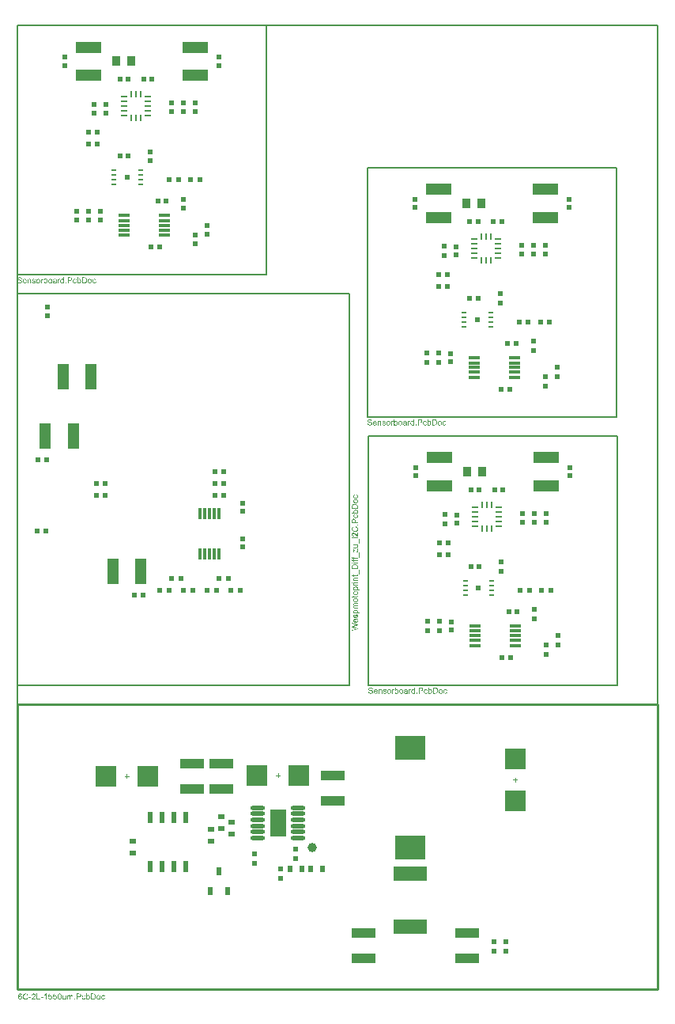
<source format=gtp>
%FSLAX44Y44*%
%MOMM*%
G71*
G01*
G75*
G04 Layer_Color=8421504*
%ADD10R,1.2000X0.3000*%
%ADD11R,0.6000X0.6200*%
%ADD12R,0.6200X0.6000*%
%ADD13R,0.9500X1.0000*%
%ADD14R,2.7000X1.1500*%
%ADD15R,1.2000X0.4000*%
%ADD16R,0.6250X0.2500*%
%ADD17R,1.6000X1.6000*%
%ADD18R,0.8000X0.3000*%
%ADD19R,0.3000X0.8000*%
%ADD20C,0.2500*%
%ADD21C,0.3000*%
%ADD22C,0.3810*%
%ADD23C,0.4000*%
%ADD24C,0.5000*%
%ADD25R,0.4000X1.2000*%
%ADD26R,0.3000X1.2000*%
%ADD27R,1.1500X2.7000*%
%ADD28C,0.2000*%
%ADD29R,0.5000X0.6000*%
%ADD30R,2.6000X1.1000*%
%ADD31R,2.3000X2.3000*%
%ADD32R,2.3000X2.3000*%
%ADD33R,3.2000X2.5000*%
%ADD34R,0.8000X0.5000*%
%ADD35R,3.6800X1.6500*%
%ADD36R,0.5000X0.8000*%
%ADD37R,1.7600X2.9500*%
%ADD38O,1.6000X0.4500*%
%ADD39R,0.6000X1.2700*%
%ADD40R,0.6000X0.8500*%
%ADD41C,1.0000*%
%ADD42C,0.5080*%
%ADD43C,0.4572*%
%ADD44C,1.2192*%
%ADD45C,1.1684*%
%ADD46C,0.2540*%
%ADD47C,0.3048*%
%ADD48C,0.6096*%
%ADD49C,0.1524*%
%ADD50C,0.1000*%
%ADD51C,2.0000*%
%ADD52C,3.0000*%
%ADD53C,0.8000*%
%ADD54R,2.0000X2.0000*%
%ADD55C,1.7000*%
%ADD56C,5.0000*%
%ADD57C,2.5000*%
%ADD58C,0.5000*%
%ADD59C,0.1700*%
%ADD60C,0.1800*%
%ADD61R,0.6000X0.6000*%
%ADD62R,0.7700X0.2700*%
%ADD63R,0.2700X0.7700*%
G36*
X410532Y607850D02*
X410620Y607840D01*
X410708Y607831D01*
X410815Y607811D01*
X410932Y607782D01*
X411176Y607704D01*
X411303Y607655D01*
X411440Y607597D01*
X411566Y607519D01*
X411693Y607431D01*
X411820Y607333D01*
X411937Y607226D01*
X411947Y607216D01*
X411966Y607197D01*
X411995Y607158D01*
X412034Y607109D01*
X412083Y607050D01*
X412132Y606972D01*
X412191Y606875D01*
X412249Y606777D01*
X412298Y606660D01*
X412356Y606524D01*
X412405Y606387D01*
X412454Y606231D01*
X412493Y606065D01*
X412522Y605880D01*
X412542Y605695D01*
X412551Y605490D01*
Y605480D01*
Y605451D01*
Y605402D01*
Y605344D01*
X412542Y605266D01*
Y605178D01*
X412532Y605080D01*
X412522Y604973D01*
X412483Y604749D01*
X412434Y604515D01*
X412366Y604280D01*
X412278Y604076D01*
Y604066D01*
X412268Y604056D01*
X412229Y603988D01*
X412161Y603900D01*
X412073Y603783D01*
X411966Y603656D01*
X411830Y603529D01*
X411674Y603403D01*
X411488Y603286D01*
X411479D01*
X411469Y603276D01*
X411440Y603256D01*
X411400Y603246D01*
X411293Y603198D01*
X411157Y603149D01*
X410991Y603091D01*
X410806Y603051D01*
X410601Y603013D01*
X410376Y603003D01*
X410279D01*
X410210Y603013D01*
X410132Y603022D01*
X410035Y603032D01*
X409928Y603051D01*
X409811Y603081D01*
X409567Y603159D01*
X409430Y603208D01*
X409303Y603266D01*
X409167Y603334D01*
X409040Y603422D01*
X408913Y603520D01*
X408796Y603627D01*
X408787Y603637D01*
X408767Y603656D01*
X408738Y603695D01*
X408708Y603744D01*
X408660Y603812D01*
X408611Y603890D01*
X408552Y603978D01*
X408504Y604085D01*
X408445Y604212D01*
X408387Y604339D01*
X408338Y604495D01*
X408299Y604651D01*
X408260Y604827D01*
X408231Y605012D01*
X408211Y605217D01*
X408201Y605431D01*
Y605451D01*
Y605490D01*
X408211Y605558D01*
Y605646D01*
X408221Y605753D01*
X408240Y605870D01*
X408260Y606007D01*
X408289Y606153D01*
X408328Y606309D01*
X408377Y606465D01*
X408435Y606621D01*
X408504Y606777D01*
X408582Y606933D01*
X408679Y607080D01*
X408787Y607216D01*
X408913Y607343D01*
X408923Y607353D01*
X408942Y607363D01*
X408972Y607392D01*
X409021Y607421D01*
X409079Y607460D01*
X409147Y607509D01*
X409225Y607558D01*
X409323Y607606D01*
X409421Y607645D01*
X409528Y607694D01*
X409781Y607782D01*
X410064Y607840D01*
X410220Y607850D01*
X410376Y607860D01*
X410464D01*
X410532Y607850D01*
D02*
G37*
G36*
X440105Y607236D02*
X440115Y607245D01*
X440125Y607265D01*
X440154Y607294D01*
X440193Y607333D01*
X440242Y607382D01*
X440300Y607431D01*
X440447Y607548D01*
X440622Y607665D01*
X440847Y607762D01*
X440964Y607802D01*
X441090Y607831D01*
X441227Y607850D01*
X441363Y607860D01*
X441441D01*
X441520Y607850D01*
X441627Y607840D01*
X441754Y607821D01*
X441890Y607782D01*
X442027Y607743D01*
X442173Y607684D01*
X442193Y607675D01*
X442241Y607655D01*
X442310Y607616D01*
X442397Y607558D01*
X442495Y607489D01*
X442593Y607402D01*
X442700Y607304D01*
X442797Y607197D01*
X442807Y607187D01*
X442836Y607138D01*
X442885Y607070D01*
X442944Y606982D01*
X443002Y606875D01*
X443070Y606748D01*
X443129Y606602D01*
X443187Y606436D01*
X443197Y606417D01*
X443207Y606358D01*
X443236Y606270D01*
X443265Y606153D01*
X443285Y606017D01*
X443314Y605860D01*
X443324Y605685D01*
X443334Y605500D01*
Y605490D01*
Y605451D01*
Y605383D01*
X443324Y605305D01*
X443314Y605197D01*
X443304Y605090D01*
X443285Y604953D01*
X443256Y604817D01*
X443187Y604524D01*
X443139Y604368D01*
X443080Y604212D01*
X443012Y604056D01*
X442934Y603910D01*
X442846Y603773D01*
X442739Y603646D01*
X442729Y603637D01*
X442710Y603617D01*
X442680Y603588D01*
X442631Y603549D01*
X442583Y603500D01*
X442514Y603442D01*
X442436Y603383D01*
X442339Y603325D01*
X442134Y603208D01*
X441900Y603100D01*
X441763Y603061D01*
X441627Y603032D01*
X441480Y603013D01*
X441325Y603003D01*
X441246D01*
X441188Y603013D01*
X441120Y603022D01*
X441042Y603042D01*
X440856Y603091D01*
X440759Y603120D01*
X440652Y603168D01*
X440544Y603227D01*
X440437Y603295D01*
X440339Y603373D01*
X440232Y603461D01*
X440135Y603568D01*
X440047Y603685D01*
Y603110D01*
X439315D01*
Y609518D01*
X440105D01*
Y607236D01*
D02*
G37*
G36*
X397609Y607850D02*
X397697Y607840D01*
X397784Y607831D01*
X397892Y607811D01*
X398009Y607782D01*
X398253Y607704D01*
X398379Y607655D01*
X398516Y607597D01*
X398643Y607519D01*
X398769Y607431D01*
X398896Y607333D01*
X399013Y607226D01*
X399023Y607216D01*
X399043Y607197D01*
X399072Y607158D01*
X399111Y607109D01*
X399160Y607050D01*
X399208Y606972D01*
X399267Y606875D01*
X399325Y606777D01*
X399374Y606660D01*
X399433Y606524D01*
X399482Y606387D01*
X399530Y606231D01*
X399569Y606065D01*
X399599Y605880D01*
X399618Y605695D01*
X399628Y605490D01*
Y605480D01*
Y605451D01*
Y605402D01*
Y605344D01*
X399618Y605266D01*
Y605178D01*
X399608Y605080D01*
X399599Y604973D01*
X399560Y604749D01*
X399511Y604515D01*
X399442Y604280D01*
X399355Y604076D01*
Y604066D01*
X399345Y604056D01*
X399306Y603988D01*
X399238Y603900D01*
X399150Y603783D01*
X399043Y603656D01*
X398906Y603529D01*
X398750Y603403D01*
X398565Y603286D01*
X398555D01*
X398545Y603276D01*
X398516Y603256D01*
X398477Y603246D01*
X398370Y603198D01*
X398233Y603149D01*
X398067Y603091D01*
X397882Y603051D01*
X397677Y603013D01*
X397453Y603003D01*
X397355D01*
X397287Y603013D01*
X397209Y603022D01*
X397111Y603032D01*
X397004Y603051D01*
X396887Y603081D01*
X396643Y603159D01*
X396507Y603208D01*
X396380Y603266D01*
X396243Y603334D01*
X396117Y603422D01*
X395990Y603520D01*
X395873Y603627D01*
X395863Y603637D01*
X395844Y603656D01*
X395814Y603695D01*
X395785Y603744D01*
X395736Y603812D01*
X395687Y603890D01*
X395629Y603978D01*
X395580Y604085D01*
X395522Y604212D01*
X395463Y604339D01*
X395414Y604495D01*
X395375Y604651D01*
X395336Y604827D01*
X395307Y605012D01*
X395288Y605217D01*
X395278Y605431D01*
Y605451D01*
Y605490D01*
X395288Y605558D01*
Y605646D01*
X395297Y605753D01*
X395317Y605870D01*
X395336Y606007D01*
X395365Y606153D01*
X395405Y606309D01*
X395453Y606465D01*
X395512Y606621D01*
X395580Y606777D01*
X395658Y606933D01*
X395756Y607080D01*
X395863Y607216D01*
X395990Y607343D01*
X395999Y607353D01*
X396019Y607363D01*
X396048Y607392D01*
X396097Y607421D01*
X396156Y607460D01*
X396224Y607509D01*
X396302Y607558D01*
X396399Y607606D01*
X396497Y607645D01*
X396604Y607694D01*
X396858Y607782D01*
X397141Y607840D01*
X397297Y607850D01*
X397453Y607860D01*
X397541D01*
X397609Y607850D01*
D02*
G37*
G36*
X404300Y607236D02*
X404310Y607245D01*
X404319Y607265D01*
X404349Y607294D01*
X404388Y607333D01*
X404436Y607382D01*
X404495Y607431D01*
X404641Y607548D01*
X404817Y607665D01*
X405041Y607762D01*
X405158Y607802D01*
X405285Y607831D01*
X405421Y607850D01*
X405558Y607860D01*
X405636D01*
X405714Y607850D01*
X405821Y607840D01*
X405948Y607821D01*
X406085Y607782D01*
X406221Y607743D01*
X406368Y607684D01*
X406387Y607675D01*
X406436Y607655D01*
X406504Y607616D01*
X406592Y607558D01*
X406689Y607489D01*
X406787Y607402D01*
X406894Y607304D01*
X406992Y607197D01*
X407002Y607187D01*
X407031Y607138D01*
X407080Y607070D01*
X407138Y606982D01*
X407197Y606875D01*
X407265Y606748D01*
X407323Y606602D01*
X407382Y606436D01*
X407392Y606417D01*
X407402Y606358D01*
X407431Y606270D01*
X407460Y606153D01*
X407480Y606017D01*
X407509Y605860D01*
X407519Y605685D01*
X407528Y605500D01*
Y605490D01*
Y605451D01*
Y605383D01*
X407519Y605305D01*
X407509Y605197D01*
X407499Y605090D01*
X407480Y604953D01*
X407450Y604817D01*
X407382Y604524D01*
X407333Y604368D01*
X407275Y604212D01*
X407206Y604056D01*
X407128Y603910D01*
X407041Y603773D01*
X406933Y603646D01*
X406923Y603637D01*
X406904Y603617D01*
X406875Y603588D01*
X406826Y603549D01*
X406777Y603500D01*
X406709Y603442D01*
X406631Y603383D01*
X406533Y603325D01*
X406329Y603208D01*
X406095Y603100D01*
X405958Y603061D01*
X405821Y603032D01*
X405675Y603013D01*
X405519Y603003D01*
X405441D01*
X405382Y603013D01*
X405314Y603022D01*
X405236Y603042D01*
X405051Y603091D01*
X404953Y603120D01*
X404846Y603168D01*
X404739Y603227D01*
X404631Y603295D01*
X404534Y603373D01*
X404427Y603461D01*
X404329Y603568D01*
X404241Y603685D01*
Y603110D01*
X403510D01*
Y609518D01*
X404300D01*
Y607236D01*
D02*
G37*
G36*
X452795Y607850D02*
X452882Y607840D01*
X452970Y607831D01*
X453078Y607811D01*
X453195Y607782D01*
X453438Y607704D01*
X453565Y607655D01*
X453702Y607597D01*
X453829Y607519D01*
X453955Y607431D01*
X454082Y607333D01*
X454199Y607226D01*
X454209Y607216D01*
X454229Y607197D01*
X454258Y607158D01*
X454297Y607109D01*
X454346Y607050D01*
X454394Y606972D01*
X454453Y606875D01*
X454511Y606777D01*
X454560Y606660D01*
X454619Y606524D01*
X454667Y606387D01*
X454716Y606231D01*
X454755Y606065D01*
X454785Y605880D01*
X454804Y605695D01*
X454814Y605490D01*
Y605480D01*
Y605451D01*
Y605402D01*
Y605344D01*
X454804Y605266D01*
Y605178D01*
X454794Y605080D01*
X454785Y604973D01*
X454745Y604749D01*
X454697Y604515D01*
X454628Y604280D01*
X454541Y604076D01*
Y604066D01*
X454531Y604056D01*
X454492Y603988D01*
X454424Y603900D01*
X454336Y603783D01*
X454229Y603656D01*
X454092Y603529D01*
X453936Y603403D01*
X453751Y603286D01*
X453741D01*
X453731Y603276D01*
X453702Y603256D01*
X453663Y603246D01*
X453555Y603198D01*
X453419Y603149D01*
X453253Y603091D01*
X453068Y603051D01*
X452863Y603013D01*
X452639Y603003D01*
X452541D01*
X452473Y603013D01*
X452395Y603022D01*
X452297Y603032D01*
X452190Y603051D01*
X452073Y603081D01*
X451829Y603159D01*
X451693Y603208D01*
X451566Y603266D01*
X451429Y603334D01*
X451302Y603422D01*
X451176Y603520D01*
X451059Y603627D01*
X451049Y603637D01*
X451029Y603656D01*
X451000Y603695D01*
X450971Y603744D01*
X450922Y603812D01*
X450873Y603890D01*
X450815Y603978D01*
X450766Y604085D01*
X450708Y604212D01*
X450649Y604339D01*
X450600Y604495D01*
X450561Y604651D01*
X450522Y604827D01*
X450493Y605012D01*
X450473Y605217D01*
X450464Y605431D01*
Y605451D01*
Y605490D01*
X450473Y605558D01*
Y605646D01*
X450483Y605753D01*
X450503Y605870D01*
X450522Y606007D01*
X450551Y606153D01*
X450590Y606309D01*
X450639Y606465D01*
X450698Y606621D01*
X450766Y606777D01*
X450844Y606933D01*
X450942Y607080D01*
X451049Y607216D01*
X451176Y607343D01*
X451185Y607353D01*
X451205Y607363D01*
X451234Y607392D01*
X451283Y607421D01*
X451341Y607460D01*
X451410Y607509D01*
X451488Y607558D01*
X451585Y607606D01*
X451683Y607645D01*
X451790Y607694D01*
X452044Y607782D01*
X452327Y607840D01*
X452483Y607850D01*
X452639Y607860D01*
X452727D01*
X452795Y607850D01*
D02*
G37*
G36*
X431756Y609508D02*
X431912Y609499D01*
X432078Y609489D01*
X432234Y609469D01*
X432371Y609450D01*
X432390D01*
X432449Y609430D01*
X432537Y609411D01*
X432644Y609382D01*
X432771Y609342D01*
X432897Y609294D01*
X433034Y609226D01*
X433161Y609147D01*
X433171Y609138D01*
X433219Y609109D01*
X433278Y609060D01*
X433346Y608991D01*
X433424Y608904D01*
X433512Y608796D01*
X433600Y608679D01*
X433678Y608533D01*
X433687Y608513D01*
X433707Y608465D01*
X433736Y608387D01*
X433775Y608279D01*
X433814Y608153D01*
X433843Y608006D01*
X433863Y607840D01*
X433873Y607665D01*
Y607655D01*
Y607626D01*
Y607587D01*
X433863Y607528D01*
X433853Y607460D01*
X433843Y607372D01*
X433834Y607285D01*
X433805Y607187D01*
X433746Y606963D01*
X433648Y606738D01*
X433590Y606621D01*
X433522Y606504D01*
X433444Y606387D01*
X433346Y606280D01*
X433336Y606270D01*
X433317Y606260D01*
X433288Y606231D01*
X433248Y606192D01*
X433180Y606153D01*
X433112Y606104D01*
X433024Y606056D01*
X432917Y606007D01*
X432800Y605948D01*
X432663Y605900D01*
X432507Y605851D01*
X432341Y605812D01*
X432146Y605773D01*
X431941Y605743D01*
X431717Y605734D01*
X431473Y605724D01*
X429835D01*
Y603110D01*
X428986D01*
Y609518D01*
X431610D01*
X431756Y609508D01*
D02*
G37*
G36*
X447030D02*
X447206Y609499D01*
X447401Y609479D01*
X447586Y609450D01*
X447742Y609421D01*
X447752D01*
X447772Y609411D01*
X447791D01*
X447830Y609391D01*
X447937Y609362D01*
X448064Y609313D01*
X448210Y609255D01*
X448367Y609177D01*
X448523Y609079D01*
X448679Y608962D01*
X448689D01*
X448698Y608943D01*
X448767Y608884D01*
X448854Y608787D01*
X448962Y608660D01*
X449088Y608504D01*
X449215Y608318D01*
X449332Y608104D01*
X449440Y607860D01*
Y607850D01*
X449449Y607831D01*
X449459Y607792D01*
X449478Y607743D01*
X449498Y607684D01*
X449518Y607606D01*
X449547Y607519D01*
X449566Y607421D01*
X449586Y607314D01*
X449615Y607197D01*
X449654Y606943D01*
X449683Y606660D01*
X449693Y606348D01*
Y606338D01*
Y606319D01*
Y606280D01*
Y606221D01*
X449683Y606163D01*
Y606085D01*
X449674Y605909D01*
X449654Y605714D01*
X449615Y605490D01*
X449576Y605266D01*
X449518Y605051D01*
Y605041D01*
X449508Y605022D01*
X449498Y604992D01*
X449488Y604953D01*
X449449Y604856D01*
X449400Y604719D01*
X449342Y604573D01*
X449264Y604417D01*
X449176Y604261D01*
X449079Y604115D01*
X449069Y604095D01*
X449030Y604056D01*
X448981Y603988D01*
X448903Y603900D01*
X448825Y603812D01*
X448718Y603715D01*
X448610Y603617D01*
X448493Y603529D01*
X448484Y603520D01*
X448435Y603500D01*
X448367Y603461D01*
X448279Y603412D01*
X448172Y603364D01*
X448045Y603315D01*
X447898Y603266D01*
X447733Y603217D01*
X447713D01*
X447655Y603198D01*
X447567Y603188D01*
X447440Y603168D01*
X447294Y603149D01*
X447118Y603130D01*
X446923Y603120D01*
X446708Y603110D01*
X444407D01*
Y609518D01*
X446865D01*
X447030Y609508D01*
D02*
G37*
G36*
X415634Y607850D02*
X415770Y607840D01*
X415926Y607821D01*
X416092Y607802D01*
X416248Y607762D01*
X416394Y607714D01*
X416414Y607704D01*
X416453Y607694D01*
X416521Y607655D01*
X416599Y607616D01*
X416687Y607567D01*
X416784Y607509D01*
X416862Y607441D01*
X416940Y607363D01*
X416950Y607353D01*
X416970Y607324D01*
X416999Y607285D01*
X417038Y607216D01*
X417077Y607138D01*
X417116Y607050D01*
X417155Y606943D01*
X417184Y606826D01*
Y606816D01*
X417194Y606787D01*
X417204Y606738D01*
X417214Y606660D01*
Y606563D01*
X417223Y606436D01*
X417233Y606290D01*
Y606104D01*
Y605051D01*
Y605041D01*
Y605002D01*
Y604944D01*
Y604875D01*
Y604788D01*
Y604690D01*
X417243Y604466D01*
Y604222D01*
X417253Y603998D01*
X417262Y603890D01*
Y603802D01*
X417272Y603725D01*
X417282Y603656D01*
Y603646D01*
X417292Y603607D01*
X417301Y603549D01*
X417321Y603481D01*
X417350Y603403D01*
X417389Y603305D01*
X417477Y603110D01*
X416658D01*
X416648Y603120D01*
X416638Y603149D01*
X416619Y603208D01*
X416589Y603276D01*
X416560Y603364D01*
X416541Y603461D01*
X416521Y603568D01*
X416502Y603695D01*
X416482Y603676D01*
X416424Y603637D01*
X416345Y603568D01*
X416228Y603490D01*
X416102Y603393D01*
X415955Y603305D01*
X415809Y603227D01*
X415653Y603159D01*
X415634Y603149D01*
X415585Y603139D01*
X415507Y603110D01*
X415399Y603081D01*
X415263Y603051D01*
X415117Y603032D01*
X414961Y603013D01*
X414785Y603003D01*
X414717D01*
X414658Y603013D01*
X414600D01*
X414522Y603022D01*
X414356Y603051D01*
X414161Y603091D01*
X413975Y603159D01*
X413780Y603246D01*
X413615Y603373D01*
X413595Y603393D01*
X413546Y603442D01*
X413488Y603520D01*
X413410Y603637D01*
X413332Y603773D01*
X413273Y603929D01*
X413224Y604124D01*
X413205Y604329D01*
Y604349D01*
Y604388D01*
X413215Y604456D01*
X413224Y604534D01*
X413244Y604632D01*
X413263Y604739D01*
X413302Y604846D01*
X413351Y604953D01*
X413361Y604963D01*
X413380Y605002D01*
X413410Y605051D01*
X413459Y605119D01*
X413517Y605187D01*
X413595Y605266D01*
X413673Y605334D01*
X413761Y605402D01*
X413771Y605412D01*
X413810Y605431D01*
X413858Y605461D01*
X413927Y605500D01*
X414014Y605548D01*
X414102Y605587D01*
X414210Y605626D01*
X414327Y605665D01*
X414336D01*
X414375Y605675D01*
X414424Y605685D01*
X414502Y605704D01*
X414600Y605724D01*
X414726Y605743D01*
X414863Y605763D01*
X415029Y605783D01*
X415038D01*
X415068Y605792D01*
X415117D01*
X415185Y605802D01*
X415263Y605812D01*
X415351Y605821D01*
X415565Y605860D01*
X415790Y605900D01*
X416024Y605938D01*
X416248Y605997D01*
X416345Y606026D01*
X416433Y606056D01*
Y606065D01*
Y606085D01*
X416443Y606143D01*
Y606212D01*
Y606241D01*
Y606260D01*
Y606270D01*
Y606280D01*
Y606338D01*
X416433Y606426D01*
X416414Y606524D01*
X416385Y606631D01*
X416345Y606748D01*
X416297Y606846D01*
X416219Y606933D01*
X416209Y606943D01*
X416160Y606972D01*
X416092Y607021D01*
X415994Y607070D01*
X415868Y607119D01*
X415712Y607168D01*
X415526Y607197D01*
X415321Y607206D01*
X415234D01*
X415136Y607197D01*
X415009Y607187D01*
X414873Y607158D01*
X414746Y607128D01*
X414609Y607080D01*
X414502Y607011D01*
X414492Y607002D01*
X414463Y606972D01*
X414414Y606924D01*
X414356Y606855D01*
X414287Y606758D01*
X414229Y606641D01*
X414161Y606494D01*
X414112Y606329D01*
X413341Y606436D01*
Y606446D01*
X413351Y606455D01*
X413361Y606514D01*
X413390Y606602D01*
X413419Y606719D01*
X413468Y606846D01*
X413527Y606972D01*
X413595Y607109D01*
X413683Y607226D01*
X413693Y607236D01*
X413732Y607275D01*
X413780Y607333D01*
X413858Y607402D01*
X413956Y607470D01*
X414083Y607548D01*
X414219Y607626D01*
X414375Y607694D01*
X414385D01*
X414395Y607704D01*
X414424Y607714D01*
X414453Y607723D01*
X414551Y607743D01*
X414678Y607782D01*
X414834Y607811D01*
X415009Y607831D01*
X415214Y607850D01*
X415429Y607860D01*
X415526D01*
X415634Y607850D01*
D02*
G37*
G36*
X427513Y603110D02*
X426616D01*
Y604007D01*
X427513D01*
Y603110D01*
D02*
G37*
G36*
X388460Y607850D02*
X388558Y607840D01*
X388675Y607821D01*
X388811Y607792D01*
X388938Y607753D01*
X389075Y607704D01*
X389094Y607694D01*
X389133Y607675D01*
X389192Y607645D01*
X389269Y607597D01*
X389357Y607538D01*
X389445Y607470D01*
X389533Y607392D01*
X389601Y607304D01*
X389611Y607294D01*
X389630Y607265D01*
X389660Y607206D01*
X389699Y607138D01*
X389738Y607060D01*
X389777Y606963D01*
X389816Y606846D01*
X389845Y606729D01*
Y606719D01*
X389855Y606690D01*
X389865Y606631D01*
X389874Y606553D01*
Y606446D01*
X389884Y606309D01*
X389894Y606153D01*
Y605958D01*
Y603110D01*
X389104D01*
Y605929D01*
Y605938D01*
Y605948D01*
Y606007D01*
Y606095D01*
X389094Y606202D01*
X389084Y606309D01*
X389065Y606436D01*
X389035Y606543D01*
X389006Y606641D01*
Y606651D01*
X388987Y606680D01*
X388967Y606729D01*
X388938Y606777D01*
X388889Y606846D01*
X388831Y606904D01*
X388762Y606972D01*
X388684Y607031D01*
X388675Y607041D01*
X388645Y607050D01*
X388596Y607080D01*
X388528Y607109D01*
X388450Y607128D01*
X388353Y607158D01*
X388255Y607168D01*
X388138Y607177D01*
X388050D01*
X387962Y607158D01*
X387836Y607138D01*
X387699Y607099D01*
X387563Y607041D01*
X387407Y606963D01*
X387270Y606855D01*
X387251Y606836D01*
X387211Y606787D01*
X387153Y606709D01*
X387124Y606651D01*
X387094Y606582D01*
X387056Y606504D01*
X387026Y606417D01*
X386997Y606319D01*
X386968Y606212D01*
X386938Y606085D01*
X386929Y605948D01*
X386909Y605802D01*
Y605646D01*
Y603110D01*
X386119D01*
Y607753D01*
X386831D01*
Y607090D01*
X386841Y607099D01*
X386851Y607119D01*
X386880Y607158D01*
X386929Y607206D01*
X386977Y607265D01*
X387046Y607333D01*
X387114Y607402D01*
X387202Y607480D01*
X387309Y607548D01*
X387416Y607616D01*
X387533Y607684D01*
X387670Y607743D01*
X387807Y607792D01*
X387962Y607831D01*
X388128Y607850D01*
X388304Y607860D01*
X388372D01*
X388460Y607850D01*
D02*
G37*
G36*
X420296D02*
X420403Y607831D01*
X420520Y607792D01*
X420657Y607753D01*
X420803Y607684D01*
X420959Y607597D01*
X420676Y606875D01*
X420666Y606885D01*
X420627Y606904D01*
X420569Y606933D01*
X420501Y606963D01*
X420413Y606992D01*
X420315Y607021D01*
X420208Y607041D01*
X420101Y607050D01*
X420062D01*
X420013Y607041D01*
X419945Y607031D01*
X419876Y607011D01*
X419798Y606982D01*
X419720Y606943D01*
X419642Y606894D01*
X419632Y606885D01*
X419613Y606865D01*
X419574Y606826D01*
X419535Y606777D01*
X419486Y606719D01*
X419437Y606641D01*
X419398Y606553D01*
X419359Y606455D01*
X419350Y606436D01*
X419340Y606387D01*
X419320Y606299D01*
X419301Y606182D01*
X419272Y606046D01*
X419252Y605890D01*
X419242Y605724D01*
X419233Y605539D01*
Y603110D01*
X418442D01*
Y607753D01*
X419155D01*
Y607060D01*
X419164Y607070D01*
X419203Y607128D01*
X419252Y607216D01*
X419311Y607314D01*
X419389Y607421D01*
X419476Y607528D01*
X419554Y607626D01*
X419642Y607694D01*
X419652Y607704D01*
X419681Y607723D01*
X419730Y607743D01*
X419798Y607782D01*
X419867Y607811D01*
X419954Y607831D01*
X420052Y607850D01*
X420149Y607860D01*
X420218D01*
X420296Y607850D01*
D02*
G37*
G36*
X377673Y609616D02*
X377741D01*
X377907Y609596D01*
X378102Y609567D01*
X378316Y609528D01*
X378531Y609469D01*
X378736Y609391D01*
X378745D01*
X378755Y609382D01*
X378784Y609372D01*
X378823Y609352D01*
X378921Y609294D01*
X379048Y609226D01*
X379184Y609128D01*
X379321Y609011D01*
X379457Y608874D01*
X379575Y608718D01*
X379584Y608699D01*
X379623Y608640D01*
X379672Y608543D01*
X379721Y608426D01*
X379779Y608279D01*
X379838Y608104D01*
X379877Y607919D01*
X379896Y607714D01*
X379087Y607655D01*
Y607665D01*
Y607684D01*
X379077Y607714D01*
X379067Y607753D01*
X379048Y607860D01*
X379009Y607996D01*
X378950Y608143D01*
X378872Y608289D01*
X378765Y608436D01*
X378638Y608562D01*
X378619Y608572D01*
X378570Y608611D01*
X378482Y608660D01*
X378365Y608718D01*
X378209Y608777D01*
X378014Y608826D01*
X377789Y608865D01*
X377526Y608874D01*
X377399D01*
X377341Y608865D01*
X377263D01*
X377097Y608835D01*
X376912Y608806D01*
X376726Y608757D01*
X376551Y608689D01*
X376473Y608640D01*
X376404Y608591D01*
X376395Y608582D01*
X376356Y608543D01*
X376297Y608484D01*
X376239Y608396D01*
X376170Y608299D01*
X376122Y608182D01*
X376083Y608055D01*
X376063Y607909D01*
Y607889D01*
Y607850D01*
X376073Y607782D01*
X376092Y607704D01*
X376122Y607616D01*
X376170Y607519D01*
X376229Y607431D01*
X376307Y607343D01*
X376317Y607333D01*
X376366Y607304D01*
X376395Y607285D01*
X376434Y607255D01*
X376492Y607236D01*
X376561Y607206D01*
X376639Y607168D01*
X376726Y607128D01*
X376824Y607099D01*
X376941Y607060D01*
X377077Y607011D01*
X377224Y606972D01*
X377390Y606933D01*
X377575Y606885D01*
X377585D01*
X377624Y606875D01*
X377673Y606865D01*
X377741Y606846D01*
X377829Y606826D01*
X377926Y606797D01*
X378141Y606748D01*
X378375Y606680D01*
X378609Y606612D01*
X378726Y606582D01*
X378823Y606543D01*
X378921Y606504D01*
X378999Y606475D01*
X379009D01*
X379028Y606465D01*
X379048Y606446D01*
X379087Y606426D01*
X379184Y606368D01*
X379311Y606299D01*
X379448Y606202D01*
X379584Y606085D01*
X379711Y605958D01*
X379818Y605821D01*
X379828Y605802D01*
X379857Y605753D01*
X379906Y605675D01*
X379955Y605558D01*
X380004Y605431D01*
X380052Y605275D01*
X380082Y605100D01*
X380091Y604914D01*
Y604905D01*
Y604895D01*
Y604866D01*
Y604827D01*
X380072Y604729D01*
X380052Y604602D01*
X380023Y604456D01*
X379965Y604290D01*
X379896Y604115D01*
X379799Y603949D01*
X379789Y603929D01*
X379740Y603871D01*
X379682Y603793D01*
X379584Y603695D01*
X379467Y603578D01*
X379321Y603461D01*
X379145Y603354D01*
X378950Y603246D01*
X378941D01*
X378921Y603237D01*
X378892Y603227D01*
X378853Y603208D01*
X378804Y603188D01*
X378745Y603168D01*
X378589Y603130D01*
X378414Y603081D01*
X378199Y603042D01*
X377975Y603013D01*
X377721Y603003D01*
X377575D01*
X377507Y603013D01*
X377419D01*
X377321Y603022D01*
X377214Y603032D01*
X376990Y603061D01*
X376746Y603110D01*
X376502Y603168D01*
X376268Y603246D01*
X376258D01*
X376239Y603256D01*
X376209Y603276D01*
X376170Y603295D01*
X376063Y603354D01*
X375936Y603442D01*
X375780Y603549D01*
X375634Y603676D01*
X375478Y603832D01*
X375341Y604007D01*
Y604017D01*
X375332Y604027D01*
X375312Y604056D01*
X375293Y604095D01*
X375263Y604144D01*
X375234Y604202D01*
X375176Y604349D01*
X375117Y604515D01*
X375059Y604719D01*
X375019Y604934D01*
X375000Y605168D01*
X375800Y605236D01*
Y605227D01*
Y605217D01*
X375810Y605158D01*
X375829Y605070D01*
X375849Y604953D01*
X375888Y604827D01*
X375927Y604690D01*
X375985Y604563D01*
X376053Y604436D01*
X376063Y604427D01*
X376092Y604388D01*
X376141Y604329D01*
X376219Y604261D01*
X376307Y604183D01*
X376414Y604095D01*
X376551Y604017D01*
X376697Y603939D01*
X376707D01*
X376717Y603929D01*
X376775Y603910D01*
X376863Y603881D01*
X376990Y603851D01*
X377126Y603812D01*
X377302Y603783D01*
X377487Y603764D01*
X377682Y603754D01*
X377760D01*
X377858Y603764D01*
X377965Y603773D01*
X378102Y603783D01*
X378238Y603812D01*
X378385Y603842D01*
X378531Y603890D01*
X378550Y603900D01*
X378589Y603919D01*
X378658Y603949D01*
X378736Y603998D01*
X378833Y604056D01*
X378921Y604124D01*
X379009Y604202D01*
X379087Y604290D01*
X379096Y604300D01*
X379116Y604339D01*
X379145Y604388D01*
X379184Y604456D01*
X379214Y604534D01*
X379243Y604632D01*
X379262Y604729D01*
X379272Y604836D01*
Y604846D01*
Y604885D01*
X379262Y604944D01*
X379253Y605012D01*
X379233Y605100D01*
X379194Y605187D01*
X379155Y605275D01*
X379096Y605363D01*
X379087Y605373D01*
X379067Y605402D01*
X379019Y605441D01*
X378960Y605500D01*
X378882Y605558D01*
X378784Y605617D01*
X378658Y605685D01*
X378521Y605743D01*
X378511Y605753D01*
X378472Y605763D01*
X378394Y605783D01*
X378345Y605802D01*
X378287Y605821D01*
X378209Y605841D01*
X378131Y605860D01*
X378033Y605890D01*
X377936Y605919D01*
X377819Y605948D01*
X377682Y605978D01*
X377536Y606017D01*
X377380Y606056D01*
X377370D01*
X377341Y606065D01*
X377292Y606075D01*
X377234Y606095D01*
X377165Y606114D01*
X377087Y606134D01*
X376902Y606182D01*
X376697Y606251D01*
X376492Y606319D01*
X376307Y606387D01*
X376219Y606417D01*
X376151Y606455D01*
X376141D01*
X376131Y606465D01*
X376073Y606504D01*
X375995Y606553D01*
X375897Y606621D01*
X375780Y606709D01*
X375673Y606807D01*
X375566Y606924D01*
X375468Y607050D01*
X375458Y607070D01*
X375429Y607119D01*
X375400Y607187D01*
X375361Y607285D01*
X375312Y607402D01*
X375283Y607538D01*
X375254Y607694D01*
X375244Y607850D01*
Y607860D01*
Y607870D01*
Y607899D01*
Y607938D01*
X375263Y608026D01*
X375283Y608143D01*
X375312Y608289D01*
X375361Y608436D01*
X375429Y608601D01*
X375517Y608757D01*
Y608767D01*
X375527Y608777D01*
X375566Y608826D01*
X375634Y608904D01*
X375722Y609001D01*
X375829Y609099D01*
X375966Y609206D01*
X376131Y609313D01*
X376317Y609401D01*
X376326D01*
X376336Y609411D01*
X376366Y609421D01*
X376414Y609440D01*
X376463Y609450D01*
X376522Y609469D01*
X376658Y609518D01*
X376834Y609557D01*
X377029Y609586D01*
X377253Y609616D01*
X377487Y609625D01*
X377604D01*
X377673Y609616D01*
D02*
G37*
G36*
X425153Y603110D02*
X424422D01*
Y603685D01*
X424412Y603676D01*
X424402Y603656D01*
X424373Y603627D01*
X424334Y603578D01*
X424295Y603529D01*
X424236Y603471D01*
X424168Y603412D01*
X424090Y603344D01*
X424002Y603286D01*
X423905Y603217D01*
X423797Y603159D01*
X423690Y603110D01*
X423563Y603061D01*
X423427Y603032D01*
X423280Y603013D01*
X423124Y603003D01*
X423066D01*
X423027Y603013D01*
X422919Y603022D01*
X422793Y603042D01*
X422627Y603081D01*
X422461Y603130D01*
X422276Y603208D01*
X422100Y603305D01*
X422090D01*
X422081Y603315D01*
X422022Y603364D01*
X421944Y603432D01*
X421837Y603529D01*
X421730Y603646D01*
X421603Y603793D01*
X421495Y603959D01*
X421388Y604154D01*
Y604163D01*
X421378Y604183D01*
X421369Y604212D01*
X421349Y604251D01*
X421330Y604300D01*
X421310Y604368D01*
X421261Y604524D01*
X421213Y604710D01*
X421174Y604924D01*
X421144Y605158D01*
X421134Y605422D01*
Y605431D01*
Y605451D01*
Y605490D01*
Y605539D01*
X421144Y605597D01*
Y605675D01*
X421164Y605841D01*
X421193Y606036D01*
X421232Y606241D01*
X421281Y606465D01*
X421359Y606680D01*
Y606690D01*
X421369Y606709D01*
X421388Y606738D01*
X421408Y606777D01*
X421456Y606875D01*
X421534Y607002D01*
X421632Y607148D01*
X421749Y607294D01*
X421886Y607431D01*
X422051Y607558D01*
X422061D01*
X422071Y607567D01*
X422129Y607606D01*
X422227Y607655D01*
X422354Y607714D01*
X422510Y607762D01*
X422685Y607811D01*
X422880Y607850D01*
X423085Y607860D01*
X423153D01*
X423232Y607850D01*
X423339Y607840D01*
X423446Y607811D01*
X423573Y607782D01*
X423700Y607733D01*
X423826Y607675D01*
X423846Y607665D01*
X423885Y607645D01*
X423944Y607606D01*
X424022Y607548D01*
X424100Y607489D01*
X424197Y607411D01*
X424285Y607314D01*
X424363Y607216D01*
Y609518D01*
X425153D01*
Y603110D01*
D02*
G37*
G36*
X402398Y607850D02*
X402505Y607831D01*
X402622Y607792D01*
X402759Y607753D01*
X402905Y607684D01*
X403061Y607597D01*
X402778Y606875D01*
X402769Y606885D01*
X402729Y606904D01*
X402671Y606933D01*
X402603Y606963D01*
X402515Y606992D01*
X402417Y607021D01*
X402310Y607041D01*
X402203Y607050D01*
X402164D01*
X402115Y607041D01*
X402047Y607031D01*
X401978Y607011D01*
X401900Y606982D01*
X401822Y606943D01*
X401744Y606894D01*
X401735Y606885D01*
X401715Y606865D01*
X401676Y606826D01*
X401637Y606777D01*
X401588Y606719D01*
X401540Y606641D01*
X401501Y606553D01*
X401461Y606455D01*
X401452Y606436D01*
X401442Y606387D01*
X401423Y606299D01*
X401403Y606182D01*
X401374Y606046D01*
X401354Y605890D01*
X401344Y605724D01*
X401335Y605539D01*
Y603110D01*
X400545D01*
Y607753D01*
X401257D01*
Y607060D01*
X401267Y607070D01*
X401306Y607128D01*
X401354Y607216D01*
X401413Y607314D01*
X401491Y607421D01*
X401579Y607528D01*
X401657Y607626D01*
X401744Y607694D01*
X401754Y607704D01*
X401783Y607723D01*
X401832Y607743D01*
X401900Y607782D01*
X401969Y607811D01*
X402057Y607831D01*
X402154Y607850D01*
X402252Y607860D01*
X402320D01*
X402398Y607850D01*
D02*
G37*
G36*
X457730D02*
X457798D01*
X457867Y607840D01*
X458042Y607811D01*
X458237Y607762D01*
X458452Y607694D01*
X458657Y607597D01*
X458842Y607470D01*
X458852D01*
X458862Y607450D01*
X458920Y607402D01*
X458998Y607314D01*
X459096Y607197D01*
X459203Y607041D01*
X459300Y606855D01*
X459388Y606631D01*
X459456Y606387D01*
X458696Y606270D01*
Y606280D01*
X458686Y606290D01*
X458676Y606348D01*
X458647Y606426D01*
X458608Y606534D01*
X458549Y606651D01*
X458481Y606768D01*
X458403Y606875D01*
X458306Y606972D01*
X458296Y606982D01*
X458257Y607011D01*
X458198Y607050D01*
X458120Y607099D01*
X458023Y607138D01*
X457915Y607177D01*
X457779Y607206D01*
X457642Y607216D01*
X457584D01*
X457545Y607206D01*
X457437Y607197D01*
X457301Y607168D01*
X457145Y607109D01*
X456989Y607031D01*
X456823Y606933D01*
X456745Y606865D01*
X456677Y606787D01*
X456657Y606768D01*
X456647Y606738D01*
X456618Y606709D01*
X456589Y606660D01*
X456560Y606602D01*
X456530Y606534D01*
X456501Y606455D01*
X456462Y606368D01*
X456433Y606270D01*
X456404Y606153D01*
X456374Y606036D01*
X456345Y605900D01*
X456335Y605753D01*
X456316Y605597D01*
Y605431D01*
Y605422D01*
Y605392D01*
Y605344D01*
X456325Y605275D01*
Y605197D01*
X456335Y605109D01*
X456365Y604914D01*
X456404Y604690D01*
X456462Y604456D01*
X456550Y604251D01*
X456608Y604154D01*
X456667Y604066D01*
X456686Y604046D01*
X456735Y603998D01*
X456813Y603929D01*
X456921Y603861D01*
X457047Y603783D01*
X457213Y603715D01*
X457389Y603666D01*
X457486Y603656D01*
X457593Y603646D01*
X457672D01*
X457759Y603666D01*
X457867Y603685D01*
X457984Y603715D01*
X458120Y603764D01*
X458247Y603832D01*
X458364Y603929D01*
X458374Y603939D01*
X458413Y603988D01*
X458471Y604046D01*
X458530Y604144D01*
X458598Y604271D01*
X458666Y604417D01*
X458725Y604602D01*
X458764Y604807D01*
X459534Y604700D01*
Y604690D01*
X459525Y604661D01*
X459515Y604622D01*
X459505Y604573D01*
X459486Y604505D01*
X459466Y604427D01*
X459408Y604241D01*
X459320Y604046D01*
X459203Y603832D01*
X459057Y603637D01*
X458881Y603451D01*
X458871D01*
X458862Y603432D01*
X458832Y603412D01*
X458793Y603383D01*
X458735Y603344D01*
X458676Y603305D01*
X458530Y603227D01*
X458344Y603149D01*
X458120Y603071D01*
X457876Y603022D01*
X457740Y603013D01*
X457603Y603003D01*
X457515D01*
X457447Y603013D01*
X457369Y603022D01*
X457272Y603032D01*
X457174Y603051D01*
X457057Y603081D01*
X456813Y603149D01*
X456686Y603208D01*
X456560Y603266D01*
X456433Y603334D01*
X456316Y603412D01*
X456199Y603510D01*
X456082Y603617D01*
X456072Y603627D01*
X456052Y603646D01*
X456033Y603685D01*
X455994Y603734D01*
X455945Y603802D01*
X455896Y603881D01*
X455848Y603968D01*
X455799Y604076D01*
X455740Y604193D01*
X455691Y604329D01*
X455643Y604476D01*
X455594Y604641D01*
X455555Y604807D01*
X455536Y605002D01*
X455516Y605197D01*
X455506Y605412D01*
Y605422D01*
Y605441D01*
Y605490D01*
Y605539D01*
X455516Y605607D01*
Y605675D01*
X455536Y605860D01*
X455565Y606065D01*
X455614Y606280D01*
X455672Y606514D01*
X455750Y606729D01*
Y606738D01*
X455760Y606758D01*
X455779Y606787D01*
X455799Y606826D01*
X455857Y606924D01*
X455935Y607050D01*
X456043Y607187D01*
X456170Y607324D01*
X456325Y607460D01*
X456501Y607577D01*
X456511D01*
X456521Y607587D01*
X456550Y607606D01*
X456589Y607626D01*
X456696Y607665D01*
X456833Y607723D01*
X456989Y607772D01*
X457184Y607821D01*
X457389Y607850D01*
X457603Y607860D01*
X457681D01*
X457730Y607850D01*
D02*
G37*
G36*
X436848D02*
X436916D01*
X436984Y607840D01*
X437160Y607811D01*
X437355Y607762D01*
X437569Y607694D01*
X437774Y607597D01*
X437960Y607470D01*
X437969D01*
X437979Y607450D01*
X438037Y607402D01*
X438116Y607314D01*
X438213Y607197D01*
X438320Y607041D01*
X438418Y606855D01*
X438506Y606631D01*
X438574Y606387D01*
X437813Y606270D01*
Y606280D01*
X437803Y606290D01*
X437794Y606348D01*
X437764Y606426D01*
X437725Y606534D01*
X437667Y606651D01*
X437599Y606768D01*
X437521Y606875D01*
X437423Y606972D01*
X437413Y606982D01*
X437374Y607011D01*
X437316Y607050D01*
X437238Y607099D01*
X437140Y607138D01*
X437033Y607177D01*
X436896Y607206D01*
X436760Y607216D01*
X436701D01*
X436662Y607206D01*
X436555Y607197D01*
X436418Y607168D01*
X436262Y607109D01*
X436106Y607031D01*
X435941Y606933D01*
X435863Y606865D01*
X435794Y606787D01*
X435775Y606768D01*
X435765Y606738D01*
X435736Y606709D01*
X435706Y606660D01*
X435677Y606602D01*
X435648Y606534D01*
X435619Y606455D01*
X435580Y606368D01*
X435550Y606270D01*
X435521Y606153D01*
X435492Y606036D01*
X435463Y605900D01*
X435453Y605753D01*
X435433Y605597D01*
Y605431D01*
Y605422D01*
Y605392D01*
Y605344D01*
X435443Y605275D01*
Y605197D01*
X435453Y605109D01*
X435482Y604914D01*
X435521Y604690D01*
X435580Y604456D01*
X435667Y604251D01*
X435726Y604154D01*
X435784Y604066D01*
X435804Y604046D01*
X435853Y603998D01*
X435931Y603929D01*
X436038Y603861D01*
X436165Y603783D01*
X436331Y603715D01*
X436506Y603666D01*
X436604Y603656D01*
X436711Y603646D01*
X436789D01*
X436877Y603666D01*
X436984Y603685D01*
X437101Y603715D01*
X437238Y603764D01*
X437365Y603832D01*
X437482Y603929D01*
X437491Y603939D01*
X437530Y603988D01*
X437589Y604046D01*
X437647Y604144D01*
X437716Y604271D01*
X437784Y604417D01*
X437842Y604602D01*
X437882Y604807D01*
X438652Y604700D01*
Y604690D01*
X438642Y604661D01*
X438633Y604622D01*
X438623Y604573D01*
X438603Y604505D01*
X438584Y604427D01*
X438525Y604241D01*
X438437Y604046D01*
X438320Y603832D01*
X438174Y603637D01*
X437999Y603451D01*
X437989D01*
X437979Y603432D01*
X437950Y603412D01*
X437911Y603383D01*
X437852Y603344D01*
X437794Y603305D01*
X437647Y603227D01*
X437462Y603149D01*
X437238Y603071D01*
X436994Y603022D01*
X436857Y603013D01*
X436721Y603003D01*
X436633D01*
X436565Y603013D01*
X436487Y603022D01*
X436389Y603032D01*
X436292Y603051D01*
X436175Y603081D01*
X435931Y603149D01*
X435804Y603208D01*
X435677Y603266D01*
X435550Y603334D01*
X435433Y603412D01*
X435316Y603510D01*
X435199Y603617D01*
X435190Y603627D01*
X435170Y603646D01*
X435150Y603685D01*
X435111Y603734D01*
X435063Y603802D01*
X435014Y603881D01*
X434965Y603968D01*
X434916Y604076D01*
X434858Y604193D01*
X434809Y604329D01*
X434760Y604476D01*
X434712Y604641D01*
X434673Y604807D01*
X434653Y605002D01*
X434633Y605197D01*
X434624Y605412D01*
Y605422D01*
Y605441D01*
Y605490D01*
Y605539D01*
X434633Y605607D01*
Y605675D01*
X434653Y605860D01*
X434682Y606065D01*
X434731Y606280D01*
X434790Y606514D01*
X434868Y606729D01*
Y606738D01*
X434877Y606758D01*
X434897Y606787D01*
X434916Y606826D01*
X434975Y606924D01*
X435053Y607050D01*
X435160Y607187D01*
X435287Y607324D01*
X435443Y607460D01*
X435619Y607577D01*
X435628D01*
X435638Y607587D01*
X435667Y607606D01*
X435706Y607626D01*
X435814Y607665D01*
X435950Y607723D01*
X436106Y607772D01*
X436301Y607821D01*
X436506Y607850D01*
X436721Y607860D01*
X436799D01*
X436848Y607850D01*
D02*
G37*
G36*
X383203D02*
X383281Y607840D01*
X383378Y607831D01*
X383476Y607811D01*
X383593Y607782D01*
X383827Y607704D01*
X383954Y607655D01*
X384081Y607587D01*
X384207Y607519D01*
X384334Y607431D01*
X384451Y607333D01*
X384568Y607216D01*
X384578Y607206D01*
X384598Y607187D01*
X384627Y607148D01*
X384666Y607099D01*
X384705Y607031D01*
X384754Y606953D01*
X384812Y606865D01*
X384871Y606758D01*
X384919Y606631D01*
X384978Y606504D01*
X385027Y606358D01*
X385075Y606192D01*
X385105Y606026D01*
X385134Y605841D01*
X385154Y605646D01*
X385163Y605431D01*
Y605422D01*
Y605383D01*
Y605314D01*
X385154Y605227D01*
X381701D01*
Y605217D01*
Y605197D01*
X381711Y605149D01*
Y605100D01*
X381720Y605032D01*
X381730Y604963D01*
X381769Y604788D01*
X381828Y604602D01*
X381896Y604407D01*
X382003Y604212D01*
X382130Y604046D01*
X382149Y604027D01*
X382198Y603988D01*
X382286Y603919D01*
X382393Y603851D01*
X382539Y603773D01*
X382705Y603705D01*
X382891Y603666D01*
X383096Y603646D01*
X383173D01*
X383252Y603656D01*
X383349Y603676D01*
X383466Y603705D01*
X383593Y603744D01*
X383720Y603793D01*
X383837Y603871D01*
X383847Y603881D01*
X383885Y603919D01*
X383944Y603968D01*
X384012Y604056D01*
X384090Y604154D01*
X384168Y604280D01*
X384246Y604436D01*
X384324Y604612D01*
X385134Y604505D01*
Y604495D01*
X385124Y604476D01*
X385115Y604436D01*
X385095Y604388D01*
X385075Y604329D01*
X385046Y604261D01*
X384968Y604095D01*
X384871Y603919D01*
X384754Y603734D01*
X384598Y603549D01*
X384422Y603393D01*
X384412D01*
X384403Y603373D01*
X384373Y603354D01*
X384324Y603334D01*
X384276Y603305D01*
X384217Y603266D01*
X384149Y603237D01*
X384061Y603198D01*
X383876Y603130D01*
X383642Y603061D01*
X383388Y603022D01*
X383096Y603003D01*
X382998D01*
X382930Y603013D01*
X382842Y603022D01*
X382744Y603032D01*
X382637Y603051D01*
X382510Y603081D01*
X382257Y603159D01*
X382120Y603208D01*
X381993Y603266D01*
X381857Y603334D01*
X381730Y603422D01*
X381603Y603520D01*
X381486Y603627D01*
X381476Y603637D01*
X381457Y603656D01*
X381428Y603695D01*
X381398Y603744D01*
X381350Y603802D01*
X381301Y603881D01*
X381242Y603978D01*
X381194Y604085D01*
X381135Y604202D01*
X381077Y604329D01*
X381028Y604476D01*
X380989Y604632D01*
X380950Y604797D01*
X380920Y604983D01*
X380901Y605178D01*
X380891Y605383D01*
Y605392D01*
Y605431D01*
Y605500D01*
X380901Y605578D01*
X380911Y605675D01*
X380920Y605792D01*
X380940Y605919D01*
X380969Y606056D01*
X381037Y606348D01*
X381086Y606494D01*
X381145Y606651D01*
X381213Y606797D01*
X381291Y606943D01*
X381379Y607080D01*
X381486Y607206D01*
X381496Y607216D01*
X381515Y607236D01*
X381545Y607265D01*
X381593Y607314D01*
X381652Y607363D01*
X381730Y607411D01*
X381808Y607470D01*
X381906Y607538D01*
X382013Y607597D01*
X382130Y607655D01*
X382257Y607704D01*
X382403Y607762D01*
X382549Y607802D01*
X382705Y607831D01*
X382871Y607850D01*
X383047Y607860D01*
X383134D01*
X383203Y607850D01*
D02*
G37*
G36*
X392810D02*
X392937Y607840D01*
X393093Y607821D01*
X393249Y607792D01*
X393415Y607753D01*
X393571Y607694D01*
X393581D01*
X393590Y607684D01*
X393639Y607665D01*
X393717Y607626D01*
X393805Y607587D01*
X393903Y607519D01*
X394010Y607450D01*
X394107Y607363D01*
X394185Y607265D01*
X394195Y607255D01*
X394215Y607216D01*
X394254Y607158D01*
X394302Y607080D01*
X394341Y606982D01*
X394390Y606855D01*
X394429Y606719D01*
X394468Y606563D01*
X393698Y606455D01*
Y606475D01*
X393688Y606514D01*
X393668Y606582D01*
X393639Y606660D01*
X393600Y606748D01*
X393542Y606836D01*
X393473Y606933D01*
X393386Y607011D01*
X393376Y607021D01*
X393337Y607041D01*
X393278Y607080D01*
X393200Y607119D01*
X393103Y607148D01*
X392976Y607187D01*
X392839Y607206D01*
X392673Y607216D01*
X392586D01*
X392488Y607206D01*
X392371Y607197D01*
X392244Y607168D01*
X392118Y607138D01*
X391991Y607090D01*
X391893Y607031D01*
X391884Y607021D01*
X391854Y607002D01*
X391825Y606963D01*
X391786Y606914D01*
X391737Y606855D01*
X391708Y606777D01*
X391679Y606699D01*
X391669Y606612D01*
Y606602D01*
Y606582D01*
X391679Y606553D01*
Y606514D01*
X391708Y606426D01*
X391757Y606329D01*
X391767Y606319D01*
X391776Y606309D01*
X391835Y606260D01*
X391874Y606221D01*
X391922Y606192D01*
X391991Y606153D01*
X392059Y606124D01*
X392069D01*
X392088Y606114D01*
X392127Y606104D01*
X392196Y606085D01*
X392283Y606056D01*
X392410Y606017D01*
X392566Y605978D01*
X392654Y605948D01*
X392761Y605919D01*
X392771D01*
X392800Y605909D01*
X392839Y605900D01*
X392898Y605880D01*
X392966Y605860D01*
X393044Y605841D01*
X393220Y605792D01*
X393415Y605734D01*
X393610Y605665D01*
X393785Y605607D01*
X393863Y605578D01*
X393932Y605548D01*
X393951Y605539D01*
X393990Y605519D01*
X394049Y605490D01*
X394117Y605451D01*
X394205Y605392D01*
X394293Y605314D01*
X394371Y605236D01*
X394449Y605139D01*
X394458Y605129D01*
X394478Y605090D01*
X394507Y605032D01*
X394546Y604953D01*
X394585Y604856D01*
X394614Y604739D01*
X394634Y604612D01*
X394644Y604466D01*
Y604446D01*
Y604398D01*
X394634Y604319D01*
X394614Y604232D01*
X394585Y604115D01*
X394546Y603988D01*
X394488Y603861D01*
X394410Y603725D01*
X394400Y603705D01*
X394371Y603666D01*
X394312Y603607D01*
X394234Y603529D01*
X394146Y603442D01*
X394029Y603354D01*
X393893Y603266D01*
X393737Y603188D01*
X393717Y603178D01*
X393659Y603159D01*
X393571Y603130D01*
X393454Y603100D01*
X393307Y603061D01*
X393142Y603032D01*
X392956Y603013D01*
X392761Y603003D01*
X392673D01*
X392615Y603013D01*
X392537D01*
X392449Y603022D01*
X392244Y603051D01*
X392020Y603091D01*
X391796Y603159D01*
X391571Y603246D01*
X391474Y603305D01*
X391376Y603373D01*
X391367D01*
X391357Y603393D01*
X391298Y603442D01*
X391220Y603529D01*
X391123Y603656D01*
X391025Y603812D01*
X390928Y604007D01*
X390840Y604232D01*
X390781Y604495D01*
X391562Y604622D01*
Y604612D01*
Y604602D01*
X391571Y604544D01*
X391601Y604456D01*
X391630Y604349D01*
X391679Y604232D01*
X391737Y604115D01*
X391825Y603998D01*
X391922Y603890D01*
X391932Y603881D01*
X391981Y603851D01*
X392049Y603812D01*
X392137Y603773D01*
X392264Y603725D01*
X392400Y603685D01*
X392576Y603656D01*
X392761Y603646D01*
X392849D01*
X392947Y603656D01*
X393064Y603676D01*
X393200Y603695D01*
X393337Y603734D01*
X393464Y603793D01*
X393571Y603861D01*
X393581Y603871D01*
X393610Y603900D01*
X393659Y603949D01*
X393707Y604007D01*
X393746Y604085D01*
X393795Y604183D01*
X393825Y604280D01*
X393834Y604388D01*
Y604398D01*
Y604436D01*
X393825Y604476D01*
X393805Y604544D01*
X393776Y604602D01*
X393737Y604680D01*
X393678Y604749D01*
X393600Y604807D01*
X393590Y604817D01*
X393561Y604827D01*
X393512Y604846D01*
X393434Y604885D01*
X393327Y604914D01*
X393190Y604963D01*
X393103Y604992D01*
X393015Y605012D01*
X392908Y605041D01*
X392791Y605070D01*
X392781D01*
X392752Y605080D01*
X392713Y605090D01*
X392654Y605109D01*
X392576Y605129D01*
X392498Y605149D01*
X392313Y605207D01*
X392118Y605266D01*
X391913Y605324D01*
X391727Y605392D01*
X391649Y605422D01*
X391581Y605451D01*
X391571Y605461D01*
X391523Y605480D01*
X391464Y605519D01*
X391396Y605568D01*
X391308Y605626D01*
X391230Y605704D01*
X391142Y605792D01*
X391074Y605890D01*
X391064Y605900D01*
X391045Y605938D01*
X391025Y605997D01*
X390996Y606075D01*
X390957Y606163D01*
X390937Y606270D01*
X390918Y606387D01*
X390908Y606514D01*
Y606524D01*
Y606563D01*
X390918Y606631D01*
X390928Y606699D01*
X390937Y606787D01*
X390967Y606885D01*
X390996Y606992D01*
X391045Y607090D01*
X391054Y607099D01*
X391074Y607138D01*
X391103Y607187D01*
X391152Y607245D01*
X391201Y607314D01*
X391269Y607382D01*
X391347Y607460D01*
X391435Y607528D01*
X391445Y607538D01*
X391474Y607548D01*
X391513Y607577D01*
X391571Y607606D01*
X391640Y607645D01*
X391727Y607684D01*
X391825Y607723D01*
X391932Y607762D01*
X391952D01*
X391991Y607782D01*
X392049Y607792D01*
X392137Y607811D01*
X392244Y607831D01*
X392352Y607840D01*
X392478Y607860D01*
X392703D01*
X392810Y607850D01*
D02*
G37*
%LPC*%
G36*
X452746Y607206D02*
X452580D01*
X452541Y607197D01*
X452434Y607187D01*
X452297Y607148D01*
X452141Y607099D01*
X451975Y607021D01*
X451810Y606904D01*
X451732Y606836D01*
X451654Y606758D01*
X451634Y606738D01*
X451614Y606709D01*
X451595Y606680D01*
X451566Y606631D01*
X451536Y606572D01*
X451497Y606504D01*
X451468Y606426D01*
X451429Y606338D01*
X451390Y606241D01*
X451361Y606134D01*
X451332Y606007D01*
X451312Y605880D01*
X451293Y605734D01*
X451273Y605587D01*
Y605422D01*
Y605412D01*
Y605383D01*
Y605334D01*
X451283Y605275D01*
Y605207D01*
X451293Y605119D01*
X451322Y604924D01*
X451371Y604710D01*
X451429Y604485D01*
X451527Y604271D01*
X451585Y604173D01*
X451654Y604085D01*
X451673Y604066D01*
X451722Y604017D01*
X451810Y603949D01*
X451927Y603871D01*
X452063Y603783D01*
X452239Y603715D01*
X452424Y603666D01*
X452531Y603656D01*
X452639Y603646D01*
X452697D01*
X452736Y603656D01*
X452844Y603666D01*
X452980Y603705D01*
X453136Y603754D01*
X453302Y603832D01*
X453458Y603939D01*
X453536Y604007D01*
X453614Y604085D01*
Y604095D01*
X453633Y604105D01*
X453653Y604134D01*
X453672Y604173D01*
X453702Y604222D01*
X453741Y604280D01*
X453770Y604349D01*
X453809Y604427D01*
X453848Y604515D01*
X453877Y604612D01*
X453916Y604729D01*
X453946Y604856D01*
X453965Y604983D01*
X453985Y605129D01*
X454004Y605285D01*
Y605451D01*
Y605461D01*
Y605490D01*
Y605529D01*
X453994Y605597D01*
Y605665D01*
X453985Y605743D01*
X453955Y605938D01*
X453907Y606143D01*
X453838Y606368D01*
X453741Y606572D01*
X453604Y606758D01*
Y606768D01*
X453585Y606777D01*
X453536Y606826D01*
X453448Y606904D01*
X453341Y606982D01*
X453195Y607060D01*
X453029Y607138D01*
X452844Y607187D01*
X452746Y607206D01*
D02*
G37*
G36*
X441383Y607216D02*
X441237D01*
X441198Y607206D01*
X441100Y607197D01*
X440983Y607158D01*
X440847Y607109D01*
X440690Y607021D01*
X440544Y606914D01*
X440466Y606836D01*
X440398Y606758D01*
Y606748D01*
X440378Y606738D01*
X440369Y606709D01*
X440339Y606670D01*
X440310Y606631D01*
X440281Y606572D01*
X440252Y606504D01*
X440213Y606426D01*
X440174Y606338D01*
X440144Y606241D01*
X440115Y606134D01*
X440086Y606026D01*
X440047Y605763D01*
X440027Y605461D01*
Y605451D01*
Y605422D01*
Y605383D01*
Y605324D01*
X440037Y605256D01*
Y605178D01*
X440056Y604992D01*
X440086Y604797D01*
X440125Y604593D01*
X440174Y604407D01*
X440213Y604329D01*
X440252Y604251D01*
Y604241D01*
X440271Y604222D01*
X440291Y604193D01*
X440320Y604154D01*
X440398Y604056D01*
X440515Y603949D01*
X440661Y603842D01*
X440837Y603744D01*
X440925Y603705D01*
X441032Y603676D01*
X441139Y603656D01*
X441256Y603646D01*
X441305D01*
X441344Y603656D01*
X441441Y603666D01*
X441559Y603705D01*
X441705Y603754D01*
X441851Y603832D01*
X441997Y603949D01*
X442076Y604017D01*
X442144Y604095D01*
Y604105D01*
X442163Y604115D01*
X442183Y604144D01*
X442202Y604183D01*
X442232Y604222D01*
X442261Y604280D01*
X442300Y604349D01*
X442339Y604427D01*
X442368Y604524D01*
X442407Y604622D01*
X442436Y604729D01*
X442466Y604846D01*
X442485Y604983D01*
X442505Y605119D01*
X442524Y605266D01*
Y605431D01*
Y605441D01*
Y605470D01*
Y605519D01*
X442514Y605578D01*
Y605656D01*
X442505Y605743D01*
X442475Y605938D01*
X442436Y606163D01*
X442368Y606377D01*
X442280Y606592D01*
X442232Y606690D01*
X442163Y606777D01*
Y606787D01*
X442144Y606797D01*
X442095Y606846D01*
X442027Y606914D01*
X441920Y607002D01*
X441793Y607080D01*
X441637Y607148D01*
X441471Y607197D01*
X441383Y607216D01*
D02*
G37*
G36*
X446591Y608767D02*
X445255D01*
Y603861D01*
X446718D01*
X446825Y603871D01*
X446972Y603881D01*
X447128Y603890D01*
X447294Y603910D01*
X447450Y603939D01*
X447596Y603978D01*
X447616Y603988D01*
X447655Y603998D01*
X447723Y604027D01*
X447801Y604066D01*
X447898Y604115D01*
X447996Y604163D01*
X448084Y604232D01*
X448172Y604310D01*
X448181Y604319D01*
X448220Y604368D01*
X448279Y604436D01*
X448347Y604524D01*
X448415Y604641D01*
X448493Y604778D01*
X448571Y604944D01*
X448640Y605119D01*
Y605129D01*
X448649Y605139D01*
X448659Y605168D01*
X448669Y605207D01*
X448679Y605256D01*
X448698Y605314D01*
X448727Y605461D01*
X448757Y605646D01*
X448786Y605860D01*
X448806Y606095D01*
X448815Y606358D01*
Y606368D01*
Y606407D01*
Y606455D01*
Y606524D01*
X448806Y606612D01*
X448796Y606709D01*
X448786Y606816D01*
X448776Y606924D01*
X448737Y607177D01*
X448679Y607431D01*
X448591Y607675D01*
X448542Y607792D01*
X448484Y607899D01*
Y607909D01*
X448464Y607919D01*
X448454Y607948D01*
X448425Y607987D01*
X448357Y608084D01*
X448259Y608192D01*
X448142Y608318D01*
X448006Y608436D01*
X447850Y608543D01*
X447684Y608630D01*
X447664Y608640D01*
X447616Y608650D01*
X447537Y608670D01*
X447421Y608699D01*
X447264Y608728D01*
X447079Y608748D01*
X446855Y608757D01*
X446591Y608767D01*
D02*
G37*
G36*
X431659D02*
X429835D01*
Y606475D01*
X431561D01*
X431620Y606485D01*
X431688D01*
X431756Y606494D01*
X431932Y606514D01*
X432127Y606553D01*
X432322Y606602D01*
X432497Y606680D01*
X432575Y606729D01*
X432644Y606777D01*
X432663Y606787D01*
X432702Y606836D01*
X432751Y606904D01*
X432819Y607002D01*
X432888Y607119D01*
X432936Y607265D01*
X432975Y607441D01*
X432995Y607636D01*
Y607655D01*
Y607704D01*
X432985Y607782D01*
X432966Y607879D01*
X432946Y607987D01*
X432907Y608104D01*
X432858Y608221D01*
X432790Y608328D01*
X432780Y608338D01*
X432751Y608377D01*
X432712Y608426D01*
X432644Y608484D01*
X432566Y608543D01*
X432478Y608611D01*
X432371Y608660D01*
X432254Y608709D01*
X432244D01*
X432215Y608718D01*
X432156Y608728D01*
X432078Y608738D01*
X431971Y608748D01*
X431834Y608757D01*
X431659Y608767D01*
D02*
G37*
G36*
X383056Y607216D02*
X383008D01*
X382969Y607206D01*
X382861Y607197D01*
X382735Y607168D01*
X382588Y607128D01*
X382442Y607060D01*
X382286Y606972D01*
X382140Y606846D01*
X382120Y606826D01*
X382081Y606777D01*
X382023Y606699D01*
X381954Y606582D01*
X381886Y606446D01*
X381818Y606280D01*
X381769Y606085D01*
X381740Y605870D01*
X384334D01*
Y605880D01*
Y605900D01*
X384324Y605929D01*
Y605968D01*
X384305Y606075D01*
X384276Y606202D01*
X384237Y606338D01*
X384178Y606485D01*
X384120Y606631D01*
X384032Y606748D01*
Y606758D01*
X384012Y606768D01*
X383964Y606826D01*
X383876Y606894D01*
X383769Y606982D01*
X383622Y607070D01*
X383456Y607148D01*
X383271Y607197D01*
X383164Y607206D01*
X383056Y607216D01*
D02*
G37*
G36*
X397560Y607206D02*
X397394D01*
X397355Y607197D01*
X397248Y607187D01*
X397111Y607148D01*
X396955Y607099D01*
X396790Y607021D01*
X396624Y606904D01*
X396546Y606836D01*
X396468Y606758D01*
X396448Y606738D01*
X396429Y606709D01*
X396409Y606680D01*
X396380Y606631D01*
X396351Y606572D01*
X396312Y606504D01*
X396282Y606426D01*
X396243Y606338D01*
X396204Y606241D01*
X396175Y606134D01*
X396146Y606007D01*
X396126Y605880D01*
X396107Y605734D01*
X396087Y605587D01*
Y605422D01*
Y605412D01*
Y605383D01*
Y605334D01*
X396097Y605275D01*
Y605207D01*
X396107Y605119D01*
X396136Y604924D01*
X396185Y604710D01*
X396243Y604485D01*
X396341Y604271D01*
X396399Y604173D01*
X396468Y604085D01*
X396487Y604066D01*
X396536Y604017D01*
X396624Y603949D01*
X396741Y603871D01*
X396877Y603783D01*
X397053Y603715D01*
X397238Y603666D01*
X397346Y603656D01*
X397453Y603646D01*
X397511D01*
X397550Y603656D01*
X397658Y603666D01*
X397794Y603705D01*
X397950Y603754D01*
X398116Y603832D01*
X398272Y603939D01*
X398350Y604007D01*
X398428Y604085D01*
Y604095D01*
X398448Y604105D01*
X398467Y604134D01*
X398487Y604173D01*
X398516Y604222D01*
X398555Y604280D01*
X398584Y604349D01*
X398623Y604427D01*
X398662Y604515D01*
X398691Y604612D01*
X398731Y604729D01*
X398760Y604856D01*
X398779Y604983D01*
X398799Y605129D01*
X398818Y605285D01*
Y605451D01*
Y605461D01*
Y605490D01*
Y605529D01*
X398809Y605597D01*
Y605665D01*
X398799Y605743D01*
X398769Y605938D01*
X398721Y606143D01*
X398652Y606368D01*
X398555Y606572D01*
X398418Y606758D01*
Y606768D01*
X398399Y606777D01*
X398350Y606826D01*
X398262Y606904D01*
X398155Y606982D01*
X398009Y607060D01*
X397843Y607138D01*
X397658Y607187D01*
X397560Y607206D01*
D02*
G37*
G36*
X416433Y605441D02*
X416414Y605431D01*
X416385Y605422D01*
X416355Y605412D01*
X416306Y605392D01*
X416248Y605383D01*
X416189Y605363D01*
X416111Y605334D01*
X416024Y605314D01*
X415926Y605295D01*
X415829Y605266D01*
X415712Y605236D01*
X415585Y605217D01*
X415448Y605187D01*
X415302Y605168D01*
X415146Y605139D01*
X415126D01*
X415068Y605129D01*
X414980Y605109D01*
X414873Y605090D01*
X414648Y605041D01*
X414541Y605012D01*
X414453Y604983D01*
X414444D01*
X414424Y604963D01*
X414385Y604944D01*
X414346Y604914D01*
X414249Y604836D01*
X414151Y604719D01*
Y604710D01*
X414132Y604690D01*
X414122Y604661D01*
X414102Y604612D01*
X414063Y604495D01*
X414053Y604427D01*
X414044Y604349D01*
Y604339D01*
Y604300D01*
X414053Y604241D01*
X414073Y604163D01*
X414102Y604085D01*
X414141Y603998D01*
X414200Y603910D01*
X414278Y603822D01*
X414287Y603812D01*
X414327Y603793D01*
X414375Y603754D01*
X414453Y603725D01*
X414551Y603685D01*
X414678Y603646D01*
X414814Y603627D01*
X414980Y603617D01*
X415058D01*
X415136Y603627D01*
X415253Y603646D01*
X415370Y603666D01*
X415507Y603695D01*
X415643Y603744D01*
X415780Y603812D01*
X415799Y603822D01*
X415838Y603851D01*
X415907Y603890D01*
X415985Y603959D01*
X416063Y604027D01*
X416151Y604124D01*
X416238Y604232D01*
X416306Y604358D01*
X416316Y604368D01*
X416326Y604407D01*
X416345Y604466D01*
X416375Y604553D01*
X416394Y604671D01*
X416414Y604807D01*
X416424Y604963D01*
X416433Y605149D01*
Y605441D01*
D02*
G37*
G36*
X405578Y607216D02*
X405431D01*
X405392Y607206D01*
X405295Y607197D01*
X405178Y607158D01*
X405041Y607109D01*
X404885Y607021D01*
X404739Y606914D01*
X404661Y606836D01*
X404592Y606758D01*
Y606748D01*
X404573Y606738D01*
X404563Y606709D01*
X404534Y606670D01*
X404505Y606631D01*
X404475Y606572D01*
X404446Y606504D01*
X404407Y606426D01*
X404368Y606338D01*
X404339Y606241D01*
X404310Y606134D01*
X404280Y606026D01*
X404241Y605763D01*
X404222Y605461D01*
Y605451D01*
Y605422D01*
Y605383D01*
Y605324D01*
X404232Y605256D01*
Y605178D01*
X404251Y604992D01*
X404280Y604797D01*
X404319Y604593D01*
X404368Y604407D01*
X404407Y604329D01*
X404446Y604251D01*
Y604241D01*
X404466Y604222D01*
X404485Y604193D01*
X404514Y604154D01*
X404592Y604056D01*
X404710Y603949D01*
X404856Y603842D01*
X405031Y603744D01*
X405119Y603705D01*
X405226Y603676D01*
X405334Y603656D01*
X405451Y603646D01*
X405499D01*
X405538Y603656D01*
X405636Y603666D01*
X405753Y603705D01*
X405899Y603754D01*
X406046Y603832D01*
X406192Y603949D01*
X406270Y604017D01*
X406338Y604095D01*
Y604105D01*
X406358Y604115D01*
X406377Y604144D01*
X406397Y604183D01*
X406426Y604222D01*
X406455Y604280D01*
X406494Y604349D01*
X406533Y604427D01*
X406563Y604524D01*
X406602Y604622D01*
X406631Y604729D01*
X406660Y604846D01*
X406680Y604983D01*
X406699Y605119D01*
X406719Y605266D01*
Y605431D01*
Y605441D01*
Y605470D01*
Y605519D01*
X406709Y605578D01*
Y605656D01*
X406699Y605743D01*
X406670Y605938D01*
X406631Y606163D01*
X406563Y606377D01*
X406475Y606592D01*
X406426Y606690D01*
X406358Y606777D01*
Y606787D01*
X406338Y606797D01*
X406290Y606846D01*
X406221Y606914D01*
X406114Y607002D01*
X405987Y607080D01*
X405831Y607148D01*
X405665Y607197D01*
X405578Y607216D01*
D02*
G37*
G36*
X423261Y607206D02*
X423115D01*
X423075Y607197D01*
X422978Y607187D01*
X422861Y607158D01*
X422724Y607099D01*
X422578Y607021D01*
X422432Y606924D01*
X422364Y606855D01*
X422295Y606777D01*
X422276Y606758D01*
X422266Y606729D01*
X422237Y606699D01*
X422217Y606651D01*
X422188Y606592D01*
X422149Y606524D01*
X422120Y606446D01*
X422090Y606358D01*
X422051Y606260D01*
X422022Y606143D01*
X422003Y606026D01*
X421973Y605890D01*
X421964Y605743D01*
X421944Y605587D01*
Y605422D01*
Y605412D01*
Y605383D01*
Y605334D01*
X421954Y605275D01*
Y605197D01*
X421964Y605119D01*
X421993Y604914D01*
X422032Y604700D01*
X422100Y604476D01*
X422188Y604271D01*
X422247Y604173D01*
X422315Y604085D01*
X422334Y604066D01*
X422383Y604017D01*
X422461Y603949D01*
X422568Y603871D01*
X422695Y603783D01*
X422841Y603715D01*
X423017Y603666D01*
X423105Y603656D01*
X423202Y603646D01*
X423251D01*
X423290Y603656D01*
X423388Y603666D01*
X423505Y603695D01*
X423641Y603754D01*
X423787Y603822D01*
X423944Y603929D01*
X424012Y603988D01*
X424080Y604066D01*
Y604076D01*
X424100Y604085D01*
X424109Y604115D01*
X424139Y604144D01*
X424168Y604193D01*
X424197Y604241D01*
X424226Y604310D01*
X424265Y604388D01*
X424295Y604466D01*
X424324Y604563D01*
X424353Y604671D01*
X424383Y604788D01*
X424412Y604914D01*
X424422Y605051D01*
X424441Y605197D01*
Y605353D01*
Y605363D01*
Y605392D01*
Y605441D01*
X424431Y605509D01*
Y605587D01*
X424422Y605675D01*
X424392Y605890D01*
X424353Y606114D01*
X424285Y606348D01*
X424197Y606572D01*
X424139Y606670D01*
X424070Y606758D01*
Y606768D01*
X424051Y606777D01*
X424002Y606826D01*
X423924Y606904D01*
X423817Y606982D01*
X423690Y607060D01*
X423534Y607138D01*
X423358Y607187D01*
X423261Y607206D01*
D02*
G37*
G36*
X410484D02*
X410318D01*
X410279Y607197D01*
X410172Y607187D01*
X410035Y607148D01*
X409879Y607099D01*
X409713Y607021D01*
X409547Y606904D01*
X409469Y606836D01*
X409391Y606758D01*
X409372Y606738D01*
X409352Y606709D01*
X409333Y606680D01*
X409303Y606631D01*
X409274Y606572D01*
X409235Y606504D01*
X409206Y606426D01*
X409167Y606338D01*
X409128Y606241D01*
X409099Y606134D01*
X409069Y606007D01*
X409050Y605880D01*
X409030Y605734D01*
X409011Y605587D01*
Y605422D01*
Y605412D01*
Y605383D01*
Y605334D01*
X409021Y605275D01*
Y605207D01*
X409030Y605119D01*
X409060Y604924D01*
X409108Y604710D01*
X409167Y604485D01*
X409264Y604271D01*
X409323Y604173D01*
X409391Y604085D01*
X409411Y604066D01*
X409459Y604017D01*
X409547Y603949D01*
X409664Y603871D01*
X409801Y603783D01*
X409976Y603715D01*
X410162Y603666D01*
X410269Y603656D01*
X410376Y603646D01*
X410435D01*
X410474Y603656D01*
X410581Y603666D01*
X410718Y603705D01*
X410874Y603754D01*
X411040Y603832D01*
X411196Y603939D01*
X411274Y604007D01*
X411352Y604085D01*
Y604095D01*
X411371Y604105D01*
X411391Y604134D01*
X411410Y604173D01*
X411440Y604222D01*
X411479Y604280D01*
X411508Y604349D01*
X411547Y604427D01*
X411586Y604515D01*
X411615Y604612D01*
X411654Y604729D01*
X411683Y604856D01*
X411703Y604983D01*
X411722Y605129D01*
X411742Y605285D01*
Y605451D01*
Y605461D01*
Y605490D01*
Y605529D01*
X411732Y605597D01*
Y605665D01*
X411722Y605743D01*
X411693Y605938D01*
X411644Y606143D01*
X411576Y606368D01*
X411479Y606572D01*
X411342Y606758D01*
Y606768D01*
X411322Y606777D01*
X411274Y606826D01*
X411186Y606904D01*
X411079Y606982D01*
X410932Y607060D01*
X410766Y607138D01*
X410581Y607187D01*
X410484Y607206D01*
D02*
G37*
%LPD*%
G36*
X35532Y759850D02*
X35620Y759840D01*
X35708Y759831D01*
X35815Y759811D01*
X35932Y759782D01*
X36176Y759704D01*
X36303Y759655D01*
X36439Y759597D01*
X36566Y759519D01*
X36693Y759431D01*
X36820Y759333D01*
X36937Y759226D01*
X36947Y759216D01*
X36966Y759197D01*
X36995Y759158D01*
X37034Y759109D01*
X37083Y759051D01*
X37132Y758972D01*
X37190Y758875D01*
X37249Y758777D01*
X37298Y758660D01*
X37356Y758524D01*
X37405Y758387D01*
X37454Y758231D01*
X37493Y758065D01*
X37522Y757880D01*
X37542Y757695D01*
X37551Y757490D01*
Y757480D01*
Y757451D01*
Y757402D01*
Y757344D01*
X37542Y757265D01*
Y757178D01*
X37532Y757080D01*
X37522Y756973D01*
X37483Y756749D01*
X37434Y756515D01*
X37366Y756280D01*
X37278Y756076D01*
Y756066D01*
X37269Y756056D01*
X37229Y755988D01*
X37161Y755900D01*
X37073Y755783D01*
X36966Y755656D01*
X36830Y755529D01*
X36674Y755403D01*
X36488Y755286D01*
X36479D01*
X36469Y755276D01*
X36439Y755256D01*
X36400Y755247D01*
X36293Y755198D01*
X36157Y755149D01*
X35991Y755090D01*
X35805Y755051D01*
X35601Y755013D01*
X35376Y755003D01*
X35279D01*
X35210Y755013D01*
X35133Y755022D01*
X35035Y755032D01*
X34928Y755051D01*
X34811Y755081D01*
X34567Y755159D01*
X34430Y755208D01*
X34303Y755266D01*
X34167Y755334D01*
X34040Y755422D01*
X33913Y755520D01*
X33796Y755627D01*
X33786Y755637D01*
X33767Y755656D01*
X33738Y755695D01*
X33708Y755744D01*
X33660Y755812D01*
X33611Y755890D01*
X33552Y755978D01*
X33504Y756085D01*
X33445Y756212D01*
X33387Y756339D01*
X33338Y756495D01*
X33299Y756651D01*
X33260Y756827D01*
X33231Y757012D01*
X33211Y757217D01*
X33201Y757431D01*
Y757451D01*
Y757490D01*
X33211Y757558D01*
Y757646D01*
X33221Y757753D01*
X33240Y757870D01*
X33260Y758007D01*
X33289Y758153D01*
X33328Y758309D01*
X33377Y758465D01*
X33435Y758621D01*
X33504Y758777D01*
X33582Y758933D01*
X33679Y759080D01*
X33786Y759216D01*
X33913Y759343D01*
X33923Y759353D01*
X33942Y759363D01*
X33972Y759392D01*
X34021Y759421D01*
X34079Y759460D01*
X34147Y759509D01*
X34225Y759558D01*
X34323Y759606D01*
X34420Y759645D01*
X34528Y759694D01*
X34781Y759782D01*
X35064Y759840D01*
X35220Y759850D01*
X35376Y759860D01*
X35464D01*
X35532Y759850D01*
D02*
G37*
G36*
X65105Y759236D02*
X65115Y759246D01*
X65125Y759265D01*
X65154Y759294D01*
X65193Y759333D01*
X65242Y759382D01*
X65300Y759431D01*
X65447Y759548D01*
X65622Y759665D01*
X65847Y759762D01*
X65964Y759801D01*
X66090Y759831D01*
X66227Y759850D01*
X66364Y759860D01*
X66441D01*
X66520Y759850D01*
X66627Y759840D01*
X66754Y759821D01*
X66890Y759782D01*
X67027Y759743D01*
X67173Y759684D01*
X67193Y759675D01*
X67241Y759655D01*
X67310Y759616D01*
X67397Y759558D01*
X67495Y759489D01*
X67592Y759402D01*
X67700Y759304D01*
X67797Y759197D01*
X67807Y759187D01*
X67836Y759138D01*
X67885Y759070D01*
X67944Y758982D01*
X68002Y758875D01*
X68070Y758748D01*
X68129Y758602D01*
X68187Y758436D01*
X68197Y758417D01*
X68207Y758358D01*
X68236Y758270D01*
X68265Y758153D01*
X68285Y758017D01*
X68314Y757860D01*
X68324Y757685D01*
X68334Y757500D01*
Y757490D01*
Y757451D01*
Y757383D01*
X68324Y757305D01*
X68314Y757197D01*
X68305Y757090D01*
X68285Y756953D01*
X68256Y756817D01*
X68187Y756524D01*
X68139Y756368D01*
X68080Y756212D01*
X68012Y756056D01*
X67934Y755910D01*
X67846Y755773D01*
X67739Y755646D01*
X67729Y755637D01*
X67709Y755617D01*
X67680Y755588D01*
X67632Y755549D01*
X67583Y755500D01*
X67514Y755442D01*
X67436Y755383D01*
X67339Y755325D01*
X67134Y755208D01*
X66900Y755100D01*
X66763Y755061D01*
X66627Y755032D01*
X66480Y755013D01*
X66325Y755003D01*
X66247D01*
X66188Y755013D01*
X66120Y755022D01*
X66042Y755042D01*
X65856Y755090D01*
X65759Y755120D01*
X65651Y755169D01*
X65544Y755227D01*
X65437Y755295D01*
X65339Y755373D01*
X65232Y755461D01*
X65135Y755568D01*
X65047Y755686D01*
Y755110D01*
X64315D01*
Y761518D01*
X65105D01*
Y759236D01*
D02*
G37*
G36*
X22609Y759850D02*
X22697Y759840D01*
X22784Y759831D01*
X22892Y759811D01*
X23009Y759782D01*
X23253Y759704D01*
X23379Y759655D01*
X23516Y759597D01*
X23643Y759519D01*
X23770Y759431D01*
X23896Y759333D01*
X24013Y759226D01*
X24023Y759216D01*
X24043Y759197D01*
X24072Y759158D01*
X24111Y759109D01*
X24160Y759051D01*
X24208Y758972D01*
X24267Y758875D01*
X24325Y758777D01*
X24374Y758660D01*
X24433Y758524D01*
X24481Y758387D01*
X24530Y758231D01*
X24569Y758065D01*
X24599Y757880D01*
X24618Y757695D01*
X24628Y757490D01*
Y757480D01*
Y757451D01*
Y757402D01*
Y757344D01*
X24618Y757265D01*
Y757178D01*
X24608Y757080D01*
X24599Y756973D01*
X24560Y756749D01*
X24511Y756515D01*
X24443Y756280D01*
X24355Y756076D01*
Y756066D01*
X24345Y756056D01*
X24306Y755988D01*
X24238Y755900D01*
X24150Y755783D01*
X24043Y755656D01*
X23906Y755529D01*
X23750Y755403D01*
X23565Y755286D01*
X23555D01*
X23545Y755276D01*
X23516Y755256D01*
X23477Y755247D01*
X23370Y755198D01*
X23233Y755149D01*
X23067Y755090D01*
X22882Y755051D01*
X22677Y755013D01*
X22453Y755003D01*
X22355D01*
X22287Y755013D01*
X22209Y755022D01*
X22111Y755032D01*
X22004Y755051D01*
X21887Y755081D01*
X21643Y755159D01*
X21507Y755208D01*
X21380Y755266D01*
X21243Y755334D01*
X21116Y755422D01*
X20990Y755520D01*
X20873Y755627D01*
X20863Y755637D01*
X20843Y755656D01*
X20814Y755695D01*
X20785Y755744D01*
X20736Y755812D01*
X20687Y755890D01*
X20629Y755978D01*
X20580Y756085D01*
X20522Y756212D01*
X20463Y756339D01*
X20414Y756495D01*
X20375Y756651D01*
X20336Y756827D01*
X20307Y757012D01*
X20287Y757217D01*
X20278Y757431D01*
Y757451D01*
Y757490D01*
X20287Y757558D01*
Y757646D01*
X20297Y757753D01*
X20317Y757870D01*
X20336Y758007D01*
X20366Y758153D01*
X20405Y758309D01*
X20453Y758465D01*
X20512Y758621D01*
X20580Y758777D01*
X20658Y758933D01*
X20756Y759080D01*
X20863Y759216D01*
X20990Y759343D01*
X21000Y759353D01*
X21019Y759363D01*
X21048Y759392D01*
X21097Y759421D01*
X21156Y759460D01*
X21224Y759509D01*
X21302Y759558D01*
X21399Y759606D01*
X21497Y759645D01*
X21604Y759694D01*
X21858Y759782D01*
X22141Y759840D01*
X22297Y759850D01*
X22453Y759860D01*
X22541D01*
X22609Y759850D01*
D02*
G37*
G36*
X29300Y759236D02*
X29310Y759246D01*
X29319Y759265D01*
X29349Y759294D01*
X29388Y759333D01*
X29436Y759382D01*
X29495Y759431D01*
X29641Y759548D01*
X29817Y759665D01*
X30041Y759762D01*
X30158Y759801D01*
X30285Y759831D01*
X30422Y759850D01*
X30558Y759860D01*
X30636D01*
X30714Y759850D01*
X30821Y759840D01*
X30948Y759821D01*
X31085Y759782D01*
X31221Y759743D01*
X31368Y759684D01*
X31387Y759675D01*
X31436Y759655D01*
X31504Y759616D01*
X31592Y759558D01*
X31689Y759489D01*
X31787Y759402D01*
X31894Y759304D01*
X31992Y759197D01*
X32002Y759187D01*
X32031Y759138D01*
X32080Y759070D01*
X32138Y758982D01*
X32197Y758875D01*
X32265Y758748D01*
X32323Y758602D01*
X32382Y758436D01*
X32392Y758417D01*
X32401Y758358D01*
X32431Y758270D01*
X32460Y758153D01*
X32480Y758017D01*
X32509Y757860D01*
X32518Y757685D01*
X32528Y757500D01*
Y757490D01*
Y757451D01*
Y757383D01*
X32518Y757305D01*
X32509Y757197D01*
X32499Y757090D01*
X32480Y756953D01*
X32450Y756817D01*
X32382Y756524D01*
X32333Y756368D01*
X32275Y756212D01*
X32206Y756056D01*
X32128Y755910D01*
X32041Y755773D01*
X31933Y755646D01*
X31923Y755637D01*
X31904Y755617D01*
X31875Y755588D01*
X31826Y755549D01*
X31777Y755500D01*
X31709Y755442D01*
X31631Y755383D01*
X31533Y755325D01*
X31329Y755208D01*
X31095Y755100D01*
X30958Y755061D01*
X30821Y755032D01*
X30675Y755013D01*
X30519Y755003D01*
X30441D01*
X30382Y755013D01*
X30314Y755022D01*
X30236Y755042D01*
X30051Y755090D01*
X29953Y755120D01*
X29846Y755169D01*
X29739Y755227D01*
X29631Y755295D01*
X29534Y755373D01*
X29427Y755461D01*
X29329Y755568D01*
X29241Y755686D01*
Y755110D01*
X28510D01*
Y761518D01*
X29300D01*
Y759236D01*
D02*
G37*
G36*
X77795Y759850D02*
X77882Y759840D01*
X77970Y759831D01*
X78078Y759811D01*
X78195Y759782D01*
X78439Y759704D01*
X78565Y759655D01*
X78702Y759597D01*
X78829Y759519D01*
X78955Y759431D01*
X79082Y759333D01*
X79199Y759226D01*
X79209Y759216D01*
X79229Y759197D01*
X79258Y759158D01*
X79297Y759109D01*
X79345Y759051D01*
X79394Y758972D01*
X79453Y758875D01*
X79511Y758777D01*
X79560Y758660D01*
X79619Y758524D01*
X79667Y758387D01*
X79716Y758231D01*
X79755Y758065D01*
X79784Y757880D01*
X79804Y757695D01*
X79814Y757490D01*
Y757480D01*
Y757451D01*
Y757402D01*
Y757344D01*
X79804Y757265D01*
Y757178D01*
X79794Y757080D01*
X79784Y756973D01*
X79745Y756749D01*
X79697Y756515D01*
X79628Y756280D01*
X79541Y756076D01*
Y756066D01*
X79531Y756056D01*
X79492Y755988D01*
X79424Y755900D01*
X79336Y755783D01*
X79229Y755656D01*
X79092Y755529D01*
X78936Y755403D01*
X78751Y755286D01*
X78741D01*
X78731Y755276D01*
X78702Y755256D01*
X78663Y755247D01*
X78555Y755198D01*
X78419Y755149D01*
X78253Y755090D01*
X78068Y755051D01*
X77863Y755013D01*
X77639Y755003D01*
X77541D01*
X77473Y755013D01*
X77395Y755022D01*
X77297Y755032D01*
X77190Y755051D01*
X77073Y755081D01*
X76829Y755159D01*
X76693Y755208D01*
X76566Y755266D01*
X76429Y755334D01*
X76302Y755422D01*
X76176Y755520D01*
X76059Y755627D01*
X76049Y755637D01*
X76029Y755656D01*
X76000Y755695D01*
X75971Y755744D01*
X75922Y755812D01*
X75873Y755890D01*
X75815Y755978D01*
X75766Y756085D01*
X75707Y756212D01*
X75649Y756339D01*
X75600Y756495D01*
X75561Y756651D01*
X75522Y756827D01*
X75493Y757012D01*
X75473Y757217D01*
X75464Y757431D01*
Y757451D01*
Y757490D01*
X75473Y757558D01*
Y757646D01*
X75483Y757753D01*
X75503Y757870D01*
X75522Y758007D01*
X75551Y758153D01*
X75590Y758309D01*
X75639Y758465D01*
X75698Y758621D01*
X75766Y758777D01*
X75844Y758933D01*
X75942Y759080D01*
X76049Y759216D01*
X76176Y759343D01*
X76185Y759353D01*
X76205Y759363D01*
X76234Y759392D01*
X76283Y759421D01*
X76341Y759460D01*
X76410Y759509D01*
X76488Y759558D01*
X76585Y759606D01*
X76683Y759645D01*
X76790Y759694D01*
X77044Y759782D01*
X77326Y759840D01*
X77483Y759850D01*
X77639Y759860D01*
X77726D01*
X77795Y759850D01*
D02*
G37*
G36*
X56756Y761508D02*
X56912Y761499D01*
X57078Y761489D01*
X57234Y761469D01*
X57371Y761450D01*
X57390D01*
X57449Y761430D01*
X57537Y761411D01*
X57644Y761382D01*
X57771Y761342D01*
X57897Y761294D01*
X58034Y761226D01*
X58161Y761148D01*
X58170Y761138D01*
X58219Y761108D01*
X58278Y761060D01*
X58346Y760991D01*
X58424Y760904D01*
X58512Y760796D01*
X58600Y760679D01*
X58678Y760533D01*
X58687Y760514D01*
X58707Y760465D01*
X58736Y760387D01*
X58775Y760279D01*
X58814Y760153D01*
X58843Y760006D01*
X58863Y759840D01*
X58873Y759665D01*
Y759655D01*
Y759626D01*
Y759587D01*
X58863Y759528D01*
X58853Y759460D01*
X58843Y759372D01*
X58834Y759285D01*
X58804Y759187D01*
X58746Y758963D01*
X58648Y758738D01*
X58590Y758621D01*
X58522Y758504D01*
X58444Y758387D01*
X58346Y758280D01*
X58336Y758270D01*
X58317Y758260D01*
X58288Y758231D01*
X58249Y758192D01*
X58180Y758153D01*
X58112Y758104D01*
X58024Y758056D01*
X57917Y758007D01*
X57800Y757948D01*
X57663Y757899D01*
X57507Y757851D01*
X57341Y757812D01*
X57146Y757773D01*
X56941Y757744D01*
X56717Y757734D01*
X56473Y757724D01*
X54835D01*
Y755110D01*
X53986D01*
Y761518D01*
X56610D01*
X56756Y761508D01*
D02*
G37*
G36*
X72030D02*
X72206Y761499D01*
X72401Y761479D01*
X72586Y761450D01*
X72742Y761421D01*
X72752D01*
X72772Y761411D01*
X72791D01*
X72830Y761391D01*
X72937Y761362D01*
X73064Y761313D01*
X73211Y761255D01*
X73367Y761177D01*
X73523Y761079D01*
X73679Y760962D01*
X73688D01*
X73698Y760943D01*
X73766Y760884D01*
X73854Y760787D01*
X73962Y760660D01*
X74088Y760504D01*
X74215Y760318D01*
X74332Y760104D01*
X74440Y759860D01*
Y759850D01*
X74449Y759831D01*
X74459Y759792D01*
X74479Y759743D01*
X74498Y759684D01*
X74517Y759606D01*
X74547Y759519D01*
X74566Y759421D01*
X74586Y759314D01*
X74615Y759197D01*
X74654Y758943D01*
X74683Y758660D01*
X74693Y758348D01*
Y758338D01*
Y758319D01*
Y758280D01*
Y758221D01*
X74683Y758163D01*
Y758085D01*
X74674Y757909D01*
X74654Y757714D01*
X74615Y757490D01*
X74576Y757265D01*
X74517Y757051D01*
Y757041D01*
X74508Y757022D01*
X74498Y756992D01*
X74488Y756953D01*
X74449Y756856D01*
X74401Y756719D01*
X74342Y756573D01*
X74264Y756417D01*
X74176Y756261D01*
X74079Y756115D01*
X74069Y756095D01*
X74030Y756056D01*
X73981Y755988D01*
X73903Y755900D01*
X73825Y755812D01*
X73718Y755715D01*
X73610Y755617D01*
X73493Y755529D01*
X73484Y755520D01*
X73435Y755500D01*
X73367Y755461D01*
X73279Y755412D01*
X73172Y755364D01*
X73045Y755315D01*
X72898Y755266D01*
X72733Y755217D01*
X72713D01*
X72655Y755198D01*
X72567Y755188D01*
X72440Y755169D01*
X72294Y755149D01*
X72118Y755129D01*
X71923Y755120D01*
X71708Y755110D01*
X69407D01*
Y761518D01*
X71865D01*
X72030Y761508D01*
D02*
G37*
G36*
X40634Y759850D02*
X40770Y759840D01*
X40926Y759821D01*
X41092Y759801D01*
X41248Y759762D01*
X41394Y759714D01*
X41414Y759704D01*
X41453Y759694D01*
X41521Y759655D01*
X41599Y759616D01*
X41687Y759567D01*
X41784Y759509D01*
X41863Y759441D01*
X41940Y759363D01*
X41950Y759353D01*
X41970Y759324D01*
X41999Y759285D01*
X42038Y759216D01*
X42077Y759138D01*
X42116Y759051D01*
X42155Y758943D01*
X42184Y758826D01*
Y758816D01*
X42194Y758787D01*
X42204Y758738D01*
X42214Y758660D01*
Y758563D01*
X42223Y758436D01*
X42233Y758290D01*
Y758104D01*
Y757051D01*
Y757041D01*
Y757002D01*
Y756944D01*
Y756875D01*
Y756788D01*
Y756690D01*
X42243Y756466D01*
Y756222D01*
X42253Y755998D01*
X42262Y755890D01*
Y755803D01*
X42272Y755724D01*
X42282Y755656D01*
Y755646D01*
X42292Y755607D01*
X42301Y755549D01*
X42321Y755481D01*
X42350Y755403D01*
X42389Y755305D01*
X42477Y755110D01*
X41658D01*
X41648Y755120D01*
X41638Y755149D01*
X41619Y755208D01*
X41589Y755276D01*
X41560Y755364D01*
X41541Y755461D01*
X41521Y755568D01*
X41502Y755695D01*
X41482Y755676D01*
X41424Y755637D01*
X41346Y755568D01*
X41228Y755490D01*
X41102Y755393D01*
X40955Y755305D01*
X40809Y755227D01*
X40653Y755159D01*
X40634Y755149D01*
X40585Y755139D01*
X40507Y755110D01*
X40399Y755081D01*
X40263Y755051D01*
X40117Y755032D01*
X39960Y755013D01*
X39785Y755003D01*
X39717D01*
X39658Y755013D01*
X39600D01*
X39522Y755022D01*
X39356Y755051D01*
X39161Y755090D01*
X38975Y755159D01*
X38780Y755247D01*
X38614Y755373D01*
X38595Y755393D01*
X38546Y755442D01*
X38488Y755520D01*
X38410Y755637D01*
X38332Y755773D01*
X38273Y755929D01*
X38224Y756124D01*
X38205Y756329D01*
Y756349D01*
Y756388D01*
X38215Y756456D01*
X38224Y756534D01*
X38244Y756632D01*
X38263Y756739D01*
X38302Y756846D01*
X38351Y756953D01*
X38361Y756963D01*
X38380Y757002D01*
X38410Y757051D01*
X38458Y757119D01*
X38517Y757188D01*
X38595Y757265D01*
X38673Y757334D01*
X38761Y757402D01*
X38771Y757412D01*
X38810Y757431D01*
X38858Y757461D01*
X38927Y757500D01*
X39014Y757548D01*
X39102Y757587D01*
X39209Y757626D01*
X39327Y757665D01*
X39336D01*
X39375Y757675D01*
X39424Y757685D01*
X39502Y757704D01*
X39600Y757724D01*
X39726Y757744D01*
X39863Y757763D01*
X40029Y757783D01*
X40038D01*
X40068Y757792D01*
X40117D01*
X40185Y757802D01*
X40263Y757812D01*
X40351Y757822D01*
X40565Y757860D01*
X40790Y757899D01*
X41024Y757939D01*
X41248Y757997D01*
X41346Y758026D01*
X41433Y758056D01*
Y758065D01*
Y758085D01*
X41443Y758143D01*
Y758212D01*
Y758241D01*
Y758260D01*
Y758270D01*
Y758280D01*
Y758338D01*
X41433Y758426D01*
X41414Y758524D01*
X41385Y758631D01*
X41346Y758748D01*
X41297Y758846D01*
X41219Y758933D01*
X41209Y758943D01*
X41160Y758972D01*
X41092Y759021D01*
X40994Y759070D01*
X40868Y759119D01*
X40711Y759167D01*
X40526Y759197D01*
X40321Y759206D01*
X40234D01*
X40136Y759197D01*
X40009Y759187D01*
X39873Y759158D01*
X39746Y759128D01*
X39609Y759080D01*
X39502Y759011D01*
X39492Y759002D01*
X39463Y758972D01*
X39414Y758924D01*
X39356Y758855D01*
X39288Y758758D01*
X39229Y758641D01*
X39161Y758494D01*
X39112Y758329D01*
X38341Y758436D01*
Y758446D01*
X38351Y758456D01*
X38361Y758514D01*
X38390Y758602D01*
X38419Y758719D01*
X38468Y758846D01*
X38527Y758972D01*
X38595Y759109D01*
X38683Y759226D01*
X38693Y759236D01*
X38732Y759275D01*
X38780Y759333D01*
X38858Y759402D01*
X38956Y759470D01*
X39083Y759548D01*
X39219Y759626D01*
X39375Y759694D01*
X39385D01*
X39395Y759704D01*
X39424Y759714D01*
X39453Y759723D01*
X39551Y759743D01*
X39678Y759782D01*
X39834Y759811D01*
X40009Y759831D01*
X40214Y759850D01*
X40429Y759860D01*
X40526D01*
X40634Y759850D01*
D02*
G37*
G36*
X52513Y755110D02*
X51616D01*
Y756007D01*
X52513D01*
Y755110D01*
D02*
G37*
G36*
X13460Y759850D02*
X13557Y759840D01*
X13674Y759821D01*
X13811Y759792D01*
X13938Y759753D01*
X14074Y759704D01*
X14094Y759694D01*
X14133Y759675D01*
X14191Y759645D01*
X14269Y759597D01*
X14357Y759538D01*
X14445Y759470D01*
X14533Y759392D01*
X14601Y759304D01*
X14611Y759294D01*
X14630Y759265D01*
X14660Y759206D01*
X14699Y759138D01*
X14738Y759060D01*
X14777Y758963D01*
X14816Y758846D01*
X14845Y758729D01*
Y758719D01*
X14855Y758690D01*
X14864Y758631D01*
X14874Y758553D01*
Y758446D01*
X14884Y758309D01*
X14894Y758153D01*
Y757958D01*
Y755110D01*
X14104D01*
Y757929D01*
Y757939D01*
Y757948D01*
Y758007D01*
Y758095D01*
X14094Y758202D01*
X14084Y758309D01*
X14065Y758436D01*
X14035Y758543D01*
X14006Y758641D01*
Y758651D01*
X13987Y758680D01*
X13967Y758729D01*
X13938Y758777D01*
X13889Y758846D01*
X13831Y758904D01*
X13762Y758972D01*
X13684Y759031D01*
X13674Y759041D01*
X13645Y759051D01*
X13597Y759080D01*
X13528Y759109D01*
X13450Y759128D01*
X13353Y759158D01*
X13255Y759167D01*
X13138Y759177D01*
X13050D01*
X12962Y759158D01*
X12836Y759138D01*
X12699Y759099D01*
X12563Y759041D01*
X12407Y758963D01*
X12270Y758855D01*
X12250Y758836D01*
X12212Y758787D01*
X12153Y758709D01*
X12124Y758651D01*
X12095Y758582D01*
X12055Y758504D01*
X12026Y758417D01*
X11997Y758319D01*
X11968Y758212D01*
X11938Y758085D01*
X11929Y757948D01*
X11909Y757802D01*
Y757646D01*
Y755110D01*
X11119D01*
Y759753D01*
X11831D01*
Y759090D01*
X11841Y759099D01*
X11851Y759119D01*
X11880Y759158D01*
X11929Y759206D01*
X11977Y759265D01*
X12046Y759333D01*
X12114Y759402D01*
X12202Y759480D01*
X12309Y759548D01*
X12416Y759616D01*
X12533Y759684D01*
X12670Y759743D01*
X12807Y759792D01*
X12962Y759831D01*
X13128Y759850D01*
X13304Y759860D01*
X13372D01*
X13460Y759850D01*
D02*
G37*
G36*
X45296D02*
X45403Y759831D01*
X45520Y759792D01*
X45657Y759753D01*
X45803Y759684D01*
X45959Y759597D01*
X45676Y758875D01*
X45666Y758885D01*
X45627Y758904D01*
X45569Y758933D01*
X45500Y758963D01*
X45413Y758992D01*
X45315Y759021D01*
X45208Y759041D01*
X45101Y759051D01*
X45062D01*
X45013Y759041D01*
X44945Y759031D01*
X44876Y759011D01*
X44798Y758982D01*
X44720Y758943D01*
X44642Y758894D01*
X44633Y758885D01*
X44613Y758865D01*
X44574Y758826D01*
X44535Y758777D01*
X44486Y758719D01*
X44437Y758641D01*
X44398Y758553D01*
X44359Y758456D01*
X44350Y758436D01*
X44340Y758387D01*
X44320Y758299D01*
X44301Y758182D01*
X44272Y758046D01*
X44252Y757890D01*
X44242Y757724D01*
X44233Y757539D01*
Y755110D01*
X43443D01*
Y759753D01*
X44155D01*
Y759060D01*
X44164Y759070D01*
X44203Y759128D01*
X44252Y759216D01*
X44311Y759314D01*
X44389Y759421D01*
X44476Y759528D01*
X44554Y759626D01*
X44642Y759694D01*
X44652Y759704D01*
X44681Y759723D01*
X44730Y759743D01*
X44798Y759782D01*
X44867Y759811D01*
X44954Y759831D01*
X45052Y759850D01*
X45149Y759860D01*
X45218D01*
X45296Y759850D01*
D02*
G37*
G36*
X2673Y761616D02*
X2741D01*
X2907Y761596D01*
X3102Y761567D01*
X3316Y761528D01*
X3531Y761469D01*
X3736Y761391D01*
X3745D01*
X3755Y761382D01*
X3784Y761372D01*
X3823Y761352D01*
X3921Y761294D01*
X4048Y761226D01*
X4184Y761128D01*
X4321Y761011D01*
X4457Y760874D01*
X4574Y760718D01*
X4584Y760699D01*
X4623Y760640D01*
X4672Y760543D01*
X4721Y760426D01*
X4779Y760279D01*
X4838Y760104D01*
X4877Y759919D01*
X4896Y759714D01*
X4087Y759655D01*
Y759665D01*
Y759684D01*
X4077Y759714D01*
X4067Y759753D01*
X4048Y759860D01*
X4009Y759996D01*
X3950Y760143D01*
X3872Y760289D01*
X3765Y760435D01*
X3638Y760562D01*
X3619Y760572D01*
X3570Y760611D01*
X3482Y760660D01*
X3365Y760718D01*
X3209Y760777D01*
X3014Y760826D01*
X2790Y760865D01*
X2526Y760874D01*
X2399D01*
X2341Y760865D01*
X2263D01*
X2097Y760835D01*
X1912Y760806D01*
X1726Y760757D01*
X1551Y760689D01*
X1473Y760640D01*
X1405Y760592D01*
X1395Y760582D01*
X1356Y760543D01*
X1297Y760484D01*
X1239Y760396D01*
X1170Y760299D01*
X1122Y760182D01*
X1083Y760055D01*
X1063Y759909D01*
Y759889D01*
Y759850D01*
X1073Y759782D01*
X1092Y759704D01*
X1122Y759616D01*
X1170Y759519D01*
X1229Y759431D01*
X1307Y759343D01*
X1317Y759333D01*
X1365Y759304D01*
X1395Y759285D01*
X1434Y759255D01*
X1492Y759236D01*
X1561Y759206D01*
X1639Y759167D01*
X1726Y759128D01*
X1824Y759099D01*
X1941Y759060D01*
X2077Y759011D01*
X2224Y758972D01*
X2390Y758933D01*
X2575Y758885D01*
X2585D01*
X2624Y758875D01*
X2673Y758865D01*
X2741Y758846D01*
X2828Y758826D01*
X2926Y758797D01*
X3141Y758748D01*
X3375Y758680D01*
X3609Y758612D01*
X3726Y758582D01*
X3823Y758543D01*
X3921Y758504D01*
X3999Y758475D01*
X4009D01*
X4028Y758465D01*
X4048Y758446D01*
X4087Y758426D01*
X4184Y758368D01*
X4311Y758299D01*
X4448Y758202D01*
X4584Y758085D01*
X4711Y757958D01*
X4818Y757822D01*
X4828Y757802D01*
X4857Y757753D01*
X4906Y757675D01*
X4955Y757558D01*
X5004Y757431D01*
X5052Y757275D01*
X5082Y757100D01*
X5091Y756914D01*
Y756905D01*
Y756895D01*
Y756866D01*
Y756827D01*
X5072Y756729D01*
X5052Y756602D01*
X5023Y756456D01*
X4965Y756290D01*
X4896Y756115D01*
X4799Y755949D01*
X4789Y755929D01*
X4740Y755871D01*
X4682Y755793D01*
X4584Y755695D01*
X4467Y755578D01*
X4321Y755461D01*
X4145Y755354D01*
X3950Y755247D01*
X3941D01*
X3921Y755237D01*
X3892Y755227D01*
X3853Y755208D01*
X3804Y755188D01*
X3745Y755169D01*
X3589Y755129D01*
X3414Y755081D01*
X3199Y755042D01*
X2975Y755013D01*
X2721Y755003D01*
X2575D01*
X2507Y755013D01*
X2419D01*
X2321Y755022D01*
X2214Y755032D01*
X1990Y755061D01*
X1746Y755110D01*
X1502Y755169D01*
X1268Y755247D01*
X1258D01*
X1239Y755256D01*
X1209Y755276D01*
X1170Y755295D01*
X1063Y755354D01*
X936Y755442D01*
X780Y755549D01*
X634Y755676D01*
X478Y755832D01*
X341Y756007D01*
Y756017D01*
X332Y756027D01*
X312Y756056D01*
X293Y756095D01*
X263Y756144D01*
X234Y756202D01*
X176Y756349D01*
X117Y756515D01*
X58Y756719D01*
X19Y756934D01*
X0Y757168D01*
X800Y757236D01*
Y757226D01*
Y757217D01*
X809Y757158D01*
X829Y757070D01*
X849Y756953D01*
X888Y756827D01*
X927Y756690D01*
X985Y756563D01*
X1053Y756436D01*
X1063Y756427D01*
X1092Y756388D01*
X1141Y756329D01*
X1219Y756261D01*
X1307Y756183D01*
X1414Y756095D01*
X1551Y756017D01*
X1697Y755939D01*
X1707D01*
X1717Y755929D01*
X1775Y755910D01*
X1863Y755881D01*
X1990Y755851D01*
X2126Y755812D01*
X2302Y755783D01*
X2487Y755763D01*
X2682Y755754D01*
X2760D01*
X2858Y755763D01*
X2965Y755773D01*
X3102Y755783D01*
X3238Y755812D01*
X3385Y755842D01*
X3531Y755890D01*
X3550Y755900D01*
X3589Y755919D01*
X3658Y755949D01*
X3736Y755998D01*
X3833Y756056D01*
X3921Y756124D01*
X4009Y756202D01*
X4087Y756290D01*
X4096Y756300D01*
X4116Y756339D01*
X4145Y756388D01*
X4184Y756456D01*
X4214Y756534D01*
X4243Y756632D01*
X4262Y756729D01*
X4272Y756836D01*
Y756846D01*
Y756885D01*
X4262Y756944D01*
X4253Y757012D01*
X4233Y757100D01*
X4194Y757188D01*
X4155Y757275D01*
X4096Y757363D01*
X4087Y757373D01*
X4067Y757402D01*
X4018Y757441D01*
X3960Y757500D01*
X3882Y757558D01*
X3784Y757617D01*
X3658Y757685D01*
X3521Y757744D01*
X3511Y757753D01*
X3472Y757763D01*
X3394Y757783D01*
X3345Y757802D01*
X3287Y757822D01*
X3209Y757841D01*
X3131Y757860D01*
X3033Y757890D01*
X2936Y757919D01*
X2819Y757948D01*
X2682Y757978D01*
X2536Y758017D01*
X2380Y758056D01*
X2370D01*
X2341Y758065D01*
X2292Y758075D01*
X2234Y758095D01*
X2165Y758114D01*
X2087Y758134D01*
X1902Y758182D01*
X1697Y758251D01*
X1492Y758319D01*
X1307Y758387D01*
X1219Y758417D01*
X1151Y758456D01*
X1141D01*
X1131Y758465D01*
X1073Y758504D01*
X995Y758553D01*
X897Y758621D01*
X780Y758709D01*
X673Y758807D01*
X566Y758924D01*
X468Y759051D01*
X458Y759070D01*
X429Y759119D01*
X400Y759187D01*
X361Y759285D01*
X312Y759402D01*
X283Y759538D01*
X254Y759694D01*
X244Y759850D01*
Y759860D01*
Y759870D01*
Y759899D01*
Y759938D01*
X263Y760026D01*
X283Y760143D01*
X312Y760289D01*
X361Y760435D01*
X429Y760601D01*
X517Y760757D01*
Y760767D01*
X527Y760777D01*
X566Y760826D01*
X634Y760904D01*
X722Y761001D01*
X829Y761099D01*
X966Y761206D01*
X1131Y761313D01*
X1317Y761401D01*
X1327D01*
X1336Y761411D01*
X1365Y761421D01*
X1414Y761440D01*
X1463Y761450D01*
X1522Y761469D01*
X1658Y761518D01*
X1834Y761557D01*
X2029Y761586D01*
X2253Y761616D01*
X2487Y761625D01*
X2604D01*
X2673Y761616D01*
D02*
G37*
G36*
X50153Y755110D02*
X49422D01*
Y755686D01*
X49412Y755676D01*
X49402Y755656D01*
X49373Y755627D01*
X49334Y755578D01*
X49295Y755529D01*
X49236Y755471D01*
X49168Y755412D01*
X49090Y755344D01*
X49002Y755286D01*
X48905Y755217D01*
X48797Y755159D01*
X48690Y755110D01*
X48563Y755061D01*
X48427Y755032D01*
X48280Y755013D01*
X48124Y755003D01*
X48066D01*
X48027Y755013D01*
X47919Y755022D01*
X47793Y755042D01*
X47627Y755081D01*
X47461Y755129D01*
X47276Y755208D01*
X47100Y755305D01*
X47090D01*
X47081Y755315D01*
X47022Y755364D01*
X46944Y755432D01*
X46837Y755529D01*
X46729Y755646D01*
X46603Y755793D01*
X46495Y755959D01*
X46388Y756154D01*
Y756163D01*
X46378Y756183D01*
X46369Y756212D01*
X46349Y756251D01*
X46330Y756300D01*
X46310Y756368D01*
X46261Y756524D01*
X46213Y756710D01*
X46174Y756924D01*
X46144Y757158D01*
X46135Y757422D01*
Y757431D01*
Y757451D01*
Y757490D01*
Y757539D01*
X46144Y757597D01*
Y757675D01*
X46164Y757841D01*
X46193Y758036D01*
X46232Y758241D01*
X46281Y758465D01*
X46359Y758680D01*
Y758690D01*
X46369Y758709D01*
X46388Y758738D01*
X46408Y758777D01*
X46456Y758875D01*
X46534Y759002D01*
X46632Y759148D01*
X46749Y759294D01*
X46886Y759431D01*
X47051Y759558D01*
X47061D01*
X47071Y759567D01*
X47129Y759606D01*
X47227Y759655D01*
X47354Y759714D01*
X47510Y759762D01*
X47685Y759811D01*
X47880Y759850D01*
X48085Y759860D01*
X48154D01*
X48232Y759850D01*
X48339Y759840D01*
X48446Y759811D01*
X48573Y759782D01*
X48700Y759733D01*
X48826Y759675D01*
X48846Y759665D01*
X48885Y759645D01*
X48944Y759606D01*
X49022Y759548D01*
X49100Y759489D01*
X49197Y759411D01*
X49285Y759314D01*
X49363Y759216D01*
Y761518D01*
X50153D01*
Y755110D01*
D02*
G37*
G36*
X27398Y759850D02*
X27505Y759831D01*
X27622Y759792D01*
X27759Y759753D01*
X27905Y759684D01*
X28061Y759597D01*
X27778Y758875D01*
X27768Y758885D01*
X27729Y758904D01*
X27671Y758933D01*
X27603Y758963D01*
X27515Y758992D01*
X27417Y759021D01*
X27310Y759041D01*
X27203Y759051D01*
X27164D01*
X27115Y759041D01*
X27047Y759031D01*
X26978Y759011D01*
X26900Y758982D01*
X26822Y758943D01*
X26744Y758894D01*
X26735Y758885D01*
X26715Y758865D01*
X26676Y758826D01*
X26637Y758777D01*
X26588Y758719D01*
X26539Y758641D01*
X26500Y758553D01*
X26462Y758456D01*
X26452Y758436D01*
X26442Y758387D01*
X26423Y758299D01*
X26403Y758182D01*
X26374Y758046D01*
X26354Y757890D01*
X26344Y757724D01*
X26335Y757539D01*
Y755110D01*
X25545D01*
Y759753D01*
X26257D01*
Y759060D01*
X26266Y759070D01*
X26305Y759128D01*
X26354Y759216D01*
X26413Y759314D01*
X26491Y759421D01*
X26579Y759528D01*
X26657Y759626D01*
X26744Y759694D01*
X26754Y759704D01*
X26783Y759723D01*
X26832Y759743D01*
X26900Y759782D01*
X26969Y759811D01*
X27057Y759831D01*
X27154Y759850D01*
X27252Y759860D01*
X27320D01*
X27398Y759850D01*
D02*
G37*
G36*
X82730D02*
X82798D01*
X82867Y759840D01*
X83042Y759811D01*
X83237Y759762D01*
X83452Y759694D01*
X83657Y759597D01*
X83842Y759470D01*
X83852D01*
X83862Y759450D01*
X83920Y759402D01*
X83998Y759314D01*
X84095Y759197D01*
X84203Y759041D01*
X84300Y758855D01*
X84388Y758631D01*
X84456Y758387D01*
X83696Y758270D01*
Y758280D01*
X83686Y758290D01*
X83676Y758348D01*
X83647Y758426D01*
X83608Y758533D01*
X83549Y758651D01*
X83481Y758768D01*
X83403Y758875D01*
X83306Y758972D01*
X83296Y758982D01*
X83257Y759011D01*
X83198Y759051D01*
X83120Y759099D01*
X83023Y759138D01*
X82915Y759177D01*
X82779Y759206D01*
X82642Y759216D01*
X82584D01*
X82545Y759206D01*
X82437Y759197D01*
X82301Y759167D01*
X82145Y759109D01*
X81989Y759031D01*
X81823Y758933D01*
X81745Y758865D01*
X81677Y758787D01*
X81657Y758768D01*
X81647Y758738D01*
X81618Y758709D01*
X81589Y758660D01*
X81560Y758602D01*
X81530Y758533D01*
X81501Y758456D01*
X81462Y758368D01*
X81433Y758270D01*
X81404Y758153D01*
X81374Y758036D01*
X81345Y757899D01*
X81335Y757753D01*
X81316Y757597D01*
Y757431D01*
Y757422D01*
Y757392D01*
Y757344D01*
X81326Y757275D01*
Y757197D01*
X81335Y757110D01*
X81364Y756914D01*
X81404Y756690D01*
X81462Y756456D01*
X81550Y756251D01*
X81608Y756154D01*
X81667Y756066D01*
X81686Y756046D01*
X81735Y755998D01*
X81813Y755929D01*
X81920Y755861D01*
X82047Y755783D01*
X82213Y755715D01*
X82389Y755666D01*
X82486Y755656D01*
X82593Y755646D01*
X82671D01*
X82759Y755666D01*
X82867Y755686D01*
X82984Y755715D01*
X83120Y755763D01*
X83247Y755832D01*
X83364Y755929D01*
X83374Y755939D01*
X83413Y755988D01*
X83471Y756046D01*
X83530Y756144D01*
X83598Y756271D01*
X83666Y756417D01*
X83725Y756602D01*
X83764Y756807D01*
X84535Y756700D01*
Y756690D01*
X84525Y756661D01*
X84515Y756622D01*
X84505Y756573D01*
X84486Y756505D01*
X84466Y756427D01*
X84408Y756241D01*
X84320Y756046D01*
X84203Y755832D01*
X84057Y755637D01*
X83881Y755451D01*
X83871D01*
X83862Y755432D01*
X83832Y755412D01*
X83793Y755383D01*
X83735Y755344D01*
X83676Y755305D01*
X83530Y755227D01*
X83344Y755149D01*
X83120Y755071D01*
X82876Y755022D01*
X82740Y755013D01*
X82603Y755003D01*
X82515D01*
X82447Y755013D01*
X82369Y755022D01*
X82272Y755032D01*
X82174Y755051D01*
X82057Y755081D01*
X81813Y755149D01*
X81686Y755208D01*
X81560Y755266D01*
X81433Y755334D01*
X81316Y755412D01*
X81199Y755510D01*
X81082Y755617D01*
X81072Y755627D01*
X81052Y755646D01*
X81033Y755686D01*
X80994Y755734D01*
X80945Y755803D01*
X80896Y755881D01*
X80848Y755968D01*
X80799Y756076D01*
X80740Y756193D01*
X80691Y756329D01*
X80643Y756476D01*
X80594Y756641D01*
X80555Y756807D01*
X80535Y757002D01*
X80516Y757197D01*
X80506Y757412D01*
Y757422D01*
Y757441D01*
Y757490D01*
Y757539D01*
X80516Y757607D01*
Y757675D01*
X80535Y757860D01*
X80565Y758065D01*
X80613Y758280D01*
X80672Y758514D01*
X80750Y758729D01*
Y758738D01*
X80760Y758758D01*
X80779Y758787D01*
X80799Y758826D01*
X80857Y758924D01*
X80935Y759051D01*
X81043Y759187D01*
X81170Y759324D01*
X81326Y759460D01*
X81501Y759577D01*
X81511D01*
X81521Y759587D01*
X81550Y759606D01*
X81589Y759626D01*
X81696Y759665D01*
X81833Y759723D01*
X81989Y759772D01*
X82184Y759821D01*
X82389Y759850D01*
X82603Y759860D01*
X82681D01*
X82730Y759850D01*
D02*
G37*
G36*
X61848D02*
X61916D01*
X61984Y759840D01*
X62160Y759811D01*
X62355Y759762D01*
X62569Y759694D01*
X62774Y759597D01*
X62959Y759470D01*
X62969D01*
X62979Y759450D01*
X63038Y759402D01*
X63116Y759314D01*
X63213Y759197D01*
X63320Y759041D01*
X63418Y758855D01*
X63506Y758631D01*
X63574Y758387D01*
X62813Y758270D01*
Y758280D01*
X62803Y758290D01*
X62794Y758348D01*
X62764Y758426D01*
X62725Y758533D01*
X62667Y758651D01*
X62599Y758768D01*
X62521Y758875D01*
X62423Y758972D01*
X62413Y758982D01*
X62374Y759011D01*
X62316Y759051D01*
X62238Y759099D01*
X62140Y759138D01*
X62033Y759177D01*
X61896Y759206D01*
X61760Y759216D01*
X61701D01*
X61662Y759206D01*
X61555Y759197D01*
X61418Y759167D01*
X61262Y759109D01*
X61106Y759031D01*
X60940Y758933D01*
X60862Y758865D01*
X60794Y758787D01*
X60775Y758768D01*
X60765Y758738D01*
X60736Y758709D01*
X60706Y758660D01*
X60677Y758602D01*
X60648Y758533D01*
X60619Y758456D01*
X60580Y758368D01*
X60550Y758270D01*
X60521Y758153D01*
X60492Y758036D01*
X60463Y757899D01*
X60453Y757753D01*
X60433Y757597D01*
Y757431D01*
Y757422D01*
Y757392D01*
Y757344D01*
X60443Y757275D01*
Y757197D01*
X60453Y757110D01*
X60482Y756914D01*
X60521Y756690D01*
X60580Y756456D01*
X60667Y756251D01*
X60726Y756154D01*
X60784Y756066D01*
X60804Y756046D01*
X60853Y755998D01*
X60931Y755929D01*
X61038Y755861D01*
X61165Y755783D01*
X61331Y755715D01*
X61506Y755666D01*
X61604Y755656D01*
X61711Y755646D01*
X61789D01*
X61877Y755666D01*
X61984Y755686D01*
X62101Y755715D01*
X62238Y755763D01*
X62365Y755832D01*
X62482Y755929D01*
X62491Y755939D01*
X62530Y755988D01*
X62589Y756046D01*
X62647Y756144D01*
X62716Y756271D01*
X62784Y756417D01*
X62842Y756602D01*
X62881Y756807D01*
X63652Y756700D01*
Y756690D01*
X63642Y756661D01*
X63632Y756622D01*
X63623Y756573D01*
X63603Y756505D01*
X63584Y756427D01*
X63525Y756241D01*
X63437Y756046D01*
X63320Y755832D01*
X63174Y755637D01*
X62998Y755451D01*
X62989D01*
X62979Y755432D01*
X62950Y755412D01*
X62911Y755383D01*
X62852Y755344D01*
X62794Y755305D01*
X62647Y755227D01*
X62462Y755149D01*
X62238Y755071D01*
X61994Y755022D01*
X61857Y755013D01*
X61721Y755003D01*
X61633D01*
X61565Y755013D01*
X61487Y755022D01*
X61389Y755032D01*
X61292Y755051D01*
X61175Y755081D01*
X60931Y755149D01*
X60804Y755208D01*
X60677Y755266D01*
X60550Y755334D01*
X60433Y755412D01*
X60316Y755510D01*
X60199Y755617D01*
X60189Y755627D01*
X60170Y755646D01*
X60150Y755686D01*
X60111Y755734D01*
X60063Y755803D01*
X60014Y755881D01*
X59965Y755968D01*
X59916Y756076D01*
X59858Y756193D01*
X59809Y756329D01*
X59760Y756476D01*
X59711Y756641D01*
X59672Y756807D01*
X59653Y757002D01*
X59633Y757197D01*
X59624Y757412D01*
Y757422D01*
Y757441D01*
Y757490D01*
Y757539D01*
X59633Y757607D01*
Y757675D01*
X59653Y757860D01*
X59682Y758065D01*
X59731Y758280D01*
X59790Y758514D01*
X59868Y758729D01*
Y758738D01*
X59877Y758758D01*
X59897Y758787D01*
X59916Y758826D01*
X59975Y758924D01*
X60053Y759051D01*
X60160Y759187D01*
X60287Y759324D01*
X60443Y759460D01*
X60619Y759577D01*
X60628D01*
X60638Y759587D01*
X60667Y759606D01*
X60706Y759626D01*
X60814Y759665D01*
X60950Y759723D01*
X61106Y759772D01*
X61301Y759821D01*
X61506Y759850D01*
X61721Y759860D01*
X61799D01*
X61848Y759850D01*
D02*
G37*
G36*
X8203D02*
X8281Y759840D01*
X8378Y759831D01*
X8476Y759811D01*
X8593Y759782D01*
X8827Y759704D01*
X8954Y759655D01*
X9081Y759587D01*
X9207Y759519D01*
X9334Y759431D01*
X9451Y759333D01*
X9568Y759216D01*
X9578Y759206D01*
X9597Y759187D01*
X9627Y759148D01*
X9666Y759099D01*
X9705Y759031D01*
X9754Y758953D01*
X9812Y758865D01*
X9871Y758758D01*
X9919Y758631D01*
X9978Y758504D01*
X10027Y758358D01*
X10076Y758192D01*
X10105Y758026D01*
X10134Y757841D01*
X10153Y757646D01*
X10163Y757431D01*
Y757422D01*
Y757383D01*
Y757314D01*
X10153Y757226D01*
X6701D01*
Y757217D01*
Y757197D01*
X6711Y757149D01*
Y757100D01*
X6720Y757031D01*
X6730Y756963D01*
X6769Y756788D01*
X6827Y756602D01*
X6896Y756407D01*
X7003Y756212D01*
X7130Y756046D01*
X7149Y756027D01*
X7198Y755988D01*
X7286Y755919D01*
X7393Y755851D01*
X7539Y755773D01*
X7705Y755705D01*
X7891Y755666D01*
X8095Y755646D01*
X8173D01*
X8252Y755656D01*
X8349Y755676D01*
X8466Y755705D01*
X8593Y755744D01*
X8720Y755793D01*
X8837Y755871D01*
X8846Y755881D01*
X8885Y755919D01*
X8944Y755968D01*
X9012Y756056D01*
X9090Y756154D01*
X9168Y756280D01*
X9246Y756436D01*
X9324Y756612D01*
X10134Y756505D01*
Y756495D01*
X10124Y756476D01*
X10115Y756436D01*
X10095Y756388D01*
X10076Y756329D01*
X10046Y756261D01*
X9968Y756095D01*
X9871Y755919D01*
X9754Y755734D01*
X9597Y755549D01*
X9422Y755393D01*
X9412D01*
X9402Y755373D01*
X9373Y755354D01*
X9324Y755334D01*
X9276Y755305D01*
X9217Y755266D01*
X9149Y755237D01*
X9061Y755198D01*
X8876Y755129D01*
X8642Y755061D01*
X8388Y755022D01*
X8095Y755003D01*
X7998D01*
X7930Y755013D01*
X7842Y755022D01*
X7744Y755032D01*
X7637Y755051D01*
X7510Y755081D01*
X7257Y755159D01*
X7120Y755208D01*
X6993Y755266D01*
X6857Y755334D01*
X6730Y755422D01*
X6603Y755520D01*
X6486Y755627D01*
X6476Y755637D01*
X6457Y755656D01*
X6428Y755695D01*
X6398Y755744D01*
X6350Y755803D01*
X6301Y755881D01*
X6242Y755978D01*
X6194Y756085D01*
X6135Y756202D01*
X6076Y756329D01*
X6028Y756476D01*
X5989Y756632D01*
X5950Y756797D01*
X5920Y756983D01*
X5901Y757178D01*
X5891Y757383D01*
Y757392D01*
Y757431D01*
Y757500D01*
X5901Y757578D01*
X5911Y757675D01*
X5920Y757792D01*
X5940Y757919D01*
X5969Y758056D01*
X6037Y758348D01*
X6086Y758494D01*
X6145Y758651D01*
X6213Y758797D01*
X6291Y758943D01*
X6379Y759080D01*
X6486Y759206D01*
X6496Y759216D01*
X6515Y759236D01*
X6545Y759265D01*
X6593Y759314D01*
X6652Y759363D01*
X6730Y759411D01*
X6808Y759470D01*
X6906Y759538D01*
X7013Y759597D01*
X7130Y759655D01*
X7257Y759704D01*
X7403Y759762D01*
X7549Y759801D01*
X7705Y759831D01*
X7871Y759850D01*
X8047Y759860D01*
X8134D01*
X8203Y759850D01*
D02*
G37*
G36*
X17810D02*
X17937Y759840D01*
X18093Y759821D01*
X18249Y759792D01*
X18415Y759753D01*
X18571Y759694D01*
X18581D01*
X18590Y759684D01*
X18639Y759665D01*
X18717Y759626D01*
X18805Y759587D01*
X18902Y759519D01*
X19010Y759450D01*
X19107Y759363D01*
X19185Y759265D01*
X19195Y759255D01*
X19215Y759216D01*
X19254Y759158D01*
X19302Y759080D01*
X19341Y758982D01*
X19390Y758855D01*
X19429Y758719D01*
X19468Y758563D01*
X18698Y758456D01*
Y758475D01*
X18688Y758514D01*
X18668Y758582D01*
X18639Y758660D01*
X18600Y758748D01*
X18542Y758836D01*
X18473Y758933D01*
X18385Y759011D01*
X18376Y759021D01*
X18337Y759041D01*
X18278Y759080D01*
X18200Y759119D01*
X18103Y759148D01*
X17976Y759187D01*
X17839Y759206D01*
X17673Y759216D01*
X17586D01*
X17488Y759206D01*
X17371Y759197D01*
X17244Y759167D01*
X17118Y759138D01*
X16991Y759090D01*
X16893Y759031D01*
X16883Y759021D01*
X16854Y759002D01*
X16825Y758963D01*
X16786Y758914D01*
X16737Y758855D01*
X16708Y758777D01*
X16679Y758699D01*
X16669Y758612D01*
Y758602D01*
Y758582D01*
X16679Y758553D01*
Y758514D01*
X16708Y758426D01*
X16757Y758329D01*
X16766Y758319D01*
X16776Y758309D01*
X16835Y758260D01*
X16874Y758221D01*
X16923Y758192D01*
X16991Y758153D01*
X17059Y758124D01*
X17069D01*
X17088Y758114D01*
X17127Y758104D01*
X17196Y758085D01*
X17283Y758056D01*
X17410Y758017D01*
X17566Y757978D01*
X17654Y757948D01*
X17761Y757919D01*
X17771D01*
X17800Y757909D01*
X17839Y757899D01*
X17898Y757880D01*
X17966Y757860D01*
X18044Y757841D01*
X18220Y757792D01*
X18415Y757734D01*
X18610Y757665D01*
X18785Y757607D01*
X18864Y757578D01*
X18932Y757548D01*
X18951Y757539D01*
X18990Y757519D01*
X19049Y757490D01*
X19117Y757451D01*
X19205Y757392D01*
X19293Y757314D01*
X19371Y757236D01*
X19449Y757139D01*
X19458Y757129D01*
X19478Y757090D01*
X19507Y757031D01*
X19546Y756953D01*
X19585Y756856D01*
X19614Y756739D01*
X19634Y756612D01*
X19644Y756466D01*
Y756446D01*
Y756397D01*
X19634Y756319D01*
X19614Y756232D01*
X19585Y756115D01*
X19546Y755988D01*
X19488Y755861D01*
X19410Y755724D01*
X19400Y755705D01*
X19371Y755666D01*
X19312Y755607D01*
X19234Y755529D01*
X19146Y755442D01*
X19029Y755354D01*
X18893Y755266D01*
X18737Y755188D01*
X18717Y755178D01*
X18659Y755159D01*
X18571Y755129D01*
X18454Y755100D01*
X18307Y755061D01*
X18142Y755032D01*
X17956Y755013D01*
X17761Y755003D01*
X17673D01*
X17615Y755013D01*
X17537D01*
X17449Y755022D01*
X17244Y755051D01*
X17020Y755090D01*
X16796Y755159D01*
X16571Y755247D01*
X16474Y755305D01*
X16376Y755373D01*
X16366D01*
X16357Y755393D01*
X16298Y755442D01*
X16220Y755529D01*
X16123Y755656D01*
X16025Y755812D01*
X15928Y756007D01*
X15840Y756232D01*
X15781Y756495D01*
X16562Y756622D01*
Y756612D01*
Y756602D01*
X16571Y756544D01*
X16601Y756456D01*
X16630Y756349D01*
X16679Y756232D01*
X16737Y756115D01*
X16825Y755998D01*
X16923Y755890D01*
X16932Y755881D01*
X16981Y755851D01*
X17049Y755812D01*
X17137Y755773D01*
X17264Y755724D01*
X17400Y755686D01*
X17576Y755656D01*
X17761Y755646D01*
X17849D01*
X17947Y755656D01*
X18064Y755676D01*
X18200Y755695D01*
X18337Y755734D01*
X18464Y755793D01*
X18571Y755861D01*
X18581Y755871D01*
X18610Y755900D01*
X18659Y755949D01*
X18707Y756007D01*
X18746Y756085D01*
X18795Y756183D01*
X18824Y756280D01*
X18834Y756388D01*
Y756397D01*
Y756436D01*
X18824Y756476D01*
X18805Y756544D01*
X18776Y756602D01*
X18737Y756680D01*
X18678Y756749D01*
X18600Y756807D01*
X18590Y756817D01*
X18561Y756827D01*
X18512Y756846D01*
X18434Y756885D01*
X18327Y756914D01*
X18190Y756963D01*
X18103Y756992D01*
X18015Y757012D01*
X17908Y757041D01*
X17791Y757070D01*
X17781D01*
X17752Y757080D01*
X17713Y757090D01*
X17654Y757110D01*
X17576Y757129D01*
X17498Y757149D01*
X17313Y757207D01*
X17118Y757265D01*
X16913Y757324D01*
X16727Y757392D01*
X16649Y757422D01*
X16581Y757451D01*
X16571Y757461D01*
X16523Y757480D01*
X16464Y757519D01*
X16396Y757568D01*
X16308Y757626D01*
X16230Y757704D01*
X16142Y757792D01*
X16074Y757890D01*
X16064Y757899D01*
X16045Y757939D01*
X16025Y757997D01*
X15996Y758075D01*
X15957Y758163D01*
X15937Y758270D01*
X15918Y758387D01*
X15908Y758514D01*
Y758524D01*
Y758563D01*
X15918Y758631D01*
X15928Y758699D01*
X15937Y758787D01*
X15967Y758885D01*
X15996Y758992D01*
X16045Y759090D01*
X16054Y759099D01*
X16074Y759138D01*
X16103Y759187D01*
X16152Y759246D01*
X16201Y759314D01*
X16269Y759382D01*
X16347Y759460D01*
X16435Y759528D01*
X16445Y759538D01*
X16474Y759548D01*
X16513Y759577D01*
X16571Y759606D01*
X16640Y759645D01*
X16727Y759684D01*
X16825Y759723D01*
X16932Y759762D01*
X16952D01*
X16991Y759782D01*
X17049Y759792D01*
X17137Y759811D01*
X17244Y759831D01*
X17352Y759840D01*
X17478Y759860D01*
X17703D01*
X17810Y759850D01*
D02*
G37*
%LPC*%
G36*
X77746Y759206D02*
X77580D01*
X77541Y759197D01*
X77434Y759187D01*
X77297Y759148D01*
X77141Y759099D01*
X76975Y759021D01*
X76810Y758904D01*
X76732Y758836D01*
X76653Y758758D01*
X76634Y758738D01*
X76614Y758709D01*
X76595Y758680D01*
X76566Y758631D01*
X76536Y758572D01*
X76498Y758504D01*
X76468Y758426D01*
X76429Y758338D01*
X76390Y758241D01*
X76361Y758134D01*
X76332Y758007D01*
X76312Y757880D01*
X76293Y757734D01*
X76273Y757587D01*
Y757422D01*
Y757412D01*
Y757383D01*
Y757334D01*
X76283Y757275D01*
Y757207D01*
X76293Y757119D01*
X76322Y756924D01*
X76371Y756710D01*
X76429Y756485D01*
X76527Y756271D01*
X76585Y756173D01*
X76653Y756085D01*
X76673Y756066D01*
X76722Y756017D01*
X76810Y755949D01*
X76927Y755871D01*
X77063Y755783D01*
X77239Y755715D01*
X77424Y755666D01*
X77531Y755656D01*
X77639Y755646D01*
X77697D01*
X77736Y755656D01*
X77843Y755666D01*
X77980Y755705D01*
X78136Y755754D01*
X78302Y755832D01*
X78458Y755939D01*
X78536Y756007D01*
X78614Y756085D01*
Y756095D01*
X78633Y756105D01*
X78653Y756134D01*
X78672Y756173D01*
X78702Y756222D01*
X78741Y756280D01*
X78770Y756349D01*
X78809Y756427D01*
X78848Y756515D01*
X78877Y756612D01*
X78916Y756729D01*
X78946Y756856D01*
X78965Y756983D01*
X78985Y757129D01*
X79004Y757285D01*
Y757451D01*
Y757461D01*
Y757490D01*
Y757529D01*
X78994Y757597D01*
Y757665D01*
X78985Y757744D01*
X78955Y757939D01*
X78907Y758143D01*
X78838Y758368D01*
X78741Y758572D01*
X78604Y758758D01*
Y758768D01*
X78585Y758777D01*
X78536Y758826D01*
X78448Y758904D01*
X78341Y758982D01*
X78195Y759060D01*
X78029Y759138D01*
X77843Y759187D01*
X77746Y759206D01*
D02*
G37*
G36*
X66383Y759216D02*
X66237D01*
X66198Y759206D01*
X66100Y759197D01*
X65983Y759158D01*
X65847Y759109D01*
X65690Y759021D01*
X65544Y758914D01*
X65466Y758836D01*
X65398Y758758D01*
Y758748D01*
X65378Y758738D01*
X65369Y758709D01*
X65339Y758670D01*
X65310Y758631D01*
X65281Y758572D01*
X65252Y758504D01*
X65213Y758426D01*
X65174Y758338D01*
X65144Y758241D01*
X65115Y758134D01*
X65086Y758026D01*
X65047Y757763D01*
X65027Y757461D01*
Y757451D01*
Y757422D01*
Y757383D01*
Y757324D01*
X65037Y757256D01*
Y757178D01*
X65057Y756992D01*
X65086Y756797D01*
X65125Y756592D01*
X65174Y756407D01*
X65213Y756329D01*
X65252Y756251D01*
Y756241D01*
X65271Y756222D01*
X65291Y756193D01*
X65320Y756154D01*
X65398Y756056D01*
X65515Y755949D01*
X65661Y755842D01*
X65837Y755744D01*
X65925Y755705D01*
X66032Y755676D01*
X66139Y755656D01*
X66256Y755646D01*
X66305D01*
X66344Y755656D01*
X66441Y755666D01*
X66559Y755705D01*
X66705Y755754D01*
X66851Y755832D01*
X66997Y755949D01*
X67076Y756017D01*
X67144Y756095D01*
Y756105D01*
X67163Y756115D01*
X67183Y756144D01*
X67202Y756183D01*
X67232Y756222D01*
X67261Y756280D01*
X67300Y756349D01*
X67339Y756427D01*
X67368Y756524D01*
X67407Y756622D01*
X67436Y756729D01*
X67466Y756846D01*
X67485Y756983D01*
X67505Y757119D01*
X67524Y757265D01*
Y757431D01*
Y757441D01*
Y757470D01*
Y757519D01*
X67514Y757578D01*
Y757656D01*
X67505Y757744D01*
X67475Y757939D01*
X67436Y758163D01*
X67368Y758378D01*
X67280Y758592D01*
X67232Y758690D01*
X67163Y758777D01*
Y758787D01*
X67144Y758797D01*
X67095Y758846D01*
X67027Y758914D01*
X66919Y759002D01*
X66793Y759080D01*
X66637Y759148D01*
X66471Y759197D01*
X66383Y759216D01*
D02*
G37*
G36*
X71591Y760767D02*
X70255D01*
Y755861D01*
X71718D01*
X71825Y755871D01*
X71972Y755881D01*
X72128Y755890D01*
X72294Y755910D01*
X72450Y755939D01*
X72596Y755978D01*
X72616Y755988D01*
X72655Y755998D01*
X72723Y756027D01*
X72801Y756066D01*
X72898Y756115D01*
X72996Y756163D01*
X73084Y756232D01*
X73172Y756310D01*
X73181Y756319D01*
X73220Y756368D01*
X73279Y756436D01*
X73347Y756524D01*
X73415Y756641D01*
X73493Y756778D01*
X73571Y756944D01*
X73640Y757119D01*
Y757129D01*
X73649Y757139D01*
X73659Y757168D01*
X73669Y757207D01*
X73679Y757256D01*
X73698Y757314D01*
X73727Y757461D01*
X73757Y757646D01*
X73786Y757860D01*
X73805Y758095D01*
X73815Y758358D01*
Y758368D01*
Y758407D01*
Y758456D01*
Y758524D01*
X73805Y758612D01*
X73796Y758709D01*
X73786Y758816D01*
X73776Y758924D01*
X73737Y759177D01*
X73679Y759431D01*
X73591Y759675D01*
X73542Y759792D01*
X73484Y759899D01*
Y759909D01*
X73464Y759919D01*
X73454Y759948D01*
X73425Y759987D01*
X73357Y760084D01*
X73259Y760192D01*
X73142Y760318D01*
X73006Y760435D01*
X72850Y760543D01*
X72684Y760630D01*
X72664Y760640D01*
X72616Y760650D01*
X72537Y760669D01*
X72421Y760699D01*
X72264Y760728D01*
X72079Y760748D01*
X71855Y760757D01*
X71591Y760767D01*
D02*
G37*
G36*
X56659D02*
X54835D01*
Y758475D01*
X56561D01*
X56620Y758485D01*
X56688D01*
X56756Y758494D01*
X56932Y758514D01*
X57127Y758553D01*
X57322Y758602D01*
X57498Y758680D01*
X57575Y758729D01*
X57644Y758777D01*
X57663Y758787D01*
X57702Y758836D01*
X57751Y758904D01*
X57819Y759002D01*
X57888Y759119D01*
X57936Y759265D01*
X57975Y759441D01*
X57995Y759636D01*
Y759655D01*
Y759704D01*
X57985Y759782D01*
X57966Y759880D01*
X57946Y759987D01*
X57907Y760104D01*
X57858Y760221D01*
X57790Y760328D01*
X57780Y760338D01*
X57751Y760377D01*
X57712Y760426D01*
X57644Y760484D01*
X57566Y760543D01*
X57478Y760611D01*
X57371Y760660D01*
X57254Y760709D01*
X57244D01*
X57215Y760718D01*
X57156Y760728D01*
X57078Y760738D01*
X56971Y760748D01*
X56834Y760757D01*
X56659Y760767D01*
D02*
G37*
G36*
X8056Y759216D02*
X8008D01*
X7969Y759206D01*
X7861Y759197D01*
X7735Y759167D01*
X7588Y759128D01*
X7442Y759060D01*
X7286Y758972D01*
X7140Y758846D01*
X7120Y758826D01*
X7081Y758777D01*
X7023Y758699D01*
X6954Y758582D01*
X6886Y758446D01*
X6818Y758280D01*
X6769Y758085D01*
X6740Y757870D01*
X9334D01*
Y757880D01*
Y757899D01*
X9324Y757929D01*
Y757968D01*
X9305Y758075D01*
X9276Y758202D01*
X9237Y758338D01*
X9178Y758485D01*
X9120Y758631D01*
X9032Y758748D01*
Y758758D01*
X9012Y758768D01*
X8964Y758826D01*
X8876Y758894D01*
X8769Y758982D01*
X8622Y759070D01*
X8456Y759148D01*
X8271Y759197D01*
X8164Y759206D01*
X8056Y759216D01*
D02*
G37*
G36*
X22560Y759206D02*
X22394D01*
X22355Y759197D01*
X22248Y759187D01*
X22111Y759148D01*
X21955Y759099D01*
X21790Y759021D01*
X21624Y758904D01*
X21546Y758836D01*
X21468Y758758D01*
X21448Y758738D01*
X21429Y758709D01*
X21409Y758680D01*
X21380Y758631D01*
X21351Y758572D01*
X21312Y758504D01*
X21282Y758426D01*
X21243Y758338D01*
X21204Y758241D01*
X21175Y758134D01*
X21146Y758007D01*
X21126Y757880D01*
X21107Y757734D01*
X21087Y757587D01*
Y757422D01*
Y757412D01*
Y757383D01*
Y757334D01*
X21097Y757275D01*
Y757207D01*
X21107Y757119D01*
X21136Y756924D01*
X21185Y756710D01*
X21243Y756485D01*
X21341Y756271D01*
X21399Y756173D01*
X21468Y756085D01*
X21487Y756066D01*
X21536Y756017D01*
X21624Y755949D01*
X21741Y755871D01*
X21877Y755783D01*
X22053Y755715D01*
X22238Y755666D01*
X22345Y755656D01*
X22453Y755646D01*
X22511D01*
X22550Y755656D01*
X22658Y755666D01*
X22794Y755705D01*
X22950Y755754D01*
X23116Y755832D01*
X23272Y755939D01*
X23350Y756007D01*
X23428Y756085D01*
Y756095D01*
X23448Y756105D01*
X23467Y756134D01*
X23487Y756173D01*
X23516Y756222D01*
X23555Y756280D01*
X23584Y756349D01*
X23623Y756427D01*
X23662Y756515D01*
X23691Y756612D01*
X23730Y756729D01*
X23760Y756856D01*
X23779Y756983D01*
X23799Y757129D01*
X23818Y757285D01*
Y757451D01*
Y757461D01*
Y757490D01*
Y757529D01*
X23809Y757597D01*
Y757665D01*
X23799Y757744D01*
X23770Y757939D01*
X23721Y758143D01*
X23653Y758368D01*
X23555Y758572D01*
X23418Y758758D01*
Y758768D01*
X23399Y758777D01*
X23350Y758826D01*
X23262Y758904D01*
X23155Y758982D01*
X23009Y759060D01*
X22843Y759138D01*
X22658Y759187D01*
X22560Y759206D01*
D02*
G37*
G36*
X41433Y757441D02*
X41414Y757431D01*
X41385Y757422D01*
X41355Y757412D01*
X41307Y757392D01*
X41248Y757383D01*
X41189Y757363D01*
X41111Y757334D01*
X41024Y757314D01*
X40926Y757295D01*
X40829Y757265D01*
X40711Y757236D01*
X40585Y757217D01*
X40448Y757188D01*
X40302Y757168D01*
X40146Y757139D01*
X40126D01*
X40068Y757129D01*
X39980Y757110D01*
X39873Y757090D01*
X39648Y757041D01*
X39541Y757012D01*
X39453Y756983D01*
X39444D01*
X39424Y756963D01*
X39385Y756944D01*
X39346Y756914D01*
X39248Y756836D01*
X39151Y756719D01*
Y756710D01*
X39131Y756690D01*
X39122Y756661D01*
X39102Y756612D01*
X39063Y756495D01*
X39053Y756427D01*
X39044Y756349D01*
Y756339D01*
Y756300D01*
X39053Y756241D01*
X39073Y756163D01*
X39102Y756085D01*
X39141Y755998D01*
X39200Y755910D01*
X39278Y755822D01*
X39288Y755812D01*
X39327Y755793D01*
X39375Y755754D01*
X39453Y755724D01*
X39551Y755686D01*
X39678Y755646D01*
X39814Y755627D01*
X39980Y755617D01*
X40058D01*
X40136Y755627D01*
X40253Y755646D01*
X40370Y755666D01*
X40507Y755695D01*
X40643Y755744D01*
X40780Y755812D01*
X40799Y755822D01*
X40838Y755851D01*
X40907Y755890D01*
X40985Y755959D01*
X41063Y756027D01*
X41150Y756124D01*
X41238Y756232D01*
X41307Y756358D01*
X41316Y756368D01*
X41326Y756407D01*
X41346Y756466D01*
X41375Y756553D01*
X41394Y756671D01*
X41414Y756807D01*
X41424Y756963D01*
X41433Y757149D01*
Y757441D01*
D02*
G37*
G36*
X30577Y759216D02*
X30431D01*
X30392Y759206D01*
X30295Y759197D01*
X30178Y759158D01*
X30041Y759109D01*
X29885Y759021D01*
X29739Y758914D01*
X29661Y758836D01*
X29592Y758758D01*
Y758748D01*
X29573Y758738D01*
X29563Y758709D01*
X29534Y758670D01*
X29505Y758631D01*
X29475Y758572D01*
X29446Y758504D01*
X29407Y758426D01*
X29368Y758338D01*
X29339Y758241D01*
X29310Y758134D01*
X29280Y758026D01*
X29241Y757763D01*
X29222Y757461D01*
Y757451D01*
Y757422D01*
Y757383D01*
Y757324D01*
X29232Y757256D01*
Y757178D01*
X29251Y756992D01*
X29280Y756797D01*
X29319Y756592D01*
X29368Y756407D01*
X29407Y756329D01*
X29446Y756251D01*
Y756241D01*
X29466Y756222D01*
X29485Y756193D01*
X29514Y756154D01*
X29592Y756056D01*
X29709Y755949D01*
X29856Y755842D01*
X30031Y755744D01*
X30119Y755705D01*
X30226Y755676D01*
X30334Y755656D01*
X30451Y755646D01*
X30499D01*
X30538Y755656D01*
X30636Y755666D01*
X30753Y755705D01*
X30899Y755754D01*
X31046Y755832D01*
X31192Y755949D01*
X31270Y756017D01*
X31338Y756095D01*
Y756105D01*
X31358Y756115D01*
X31377Y756144D01*
X31397Y756183D01*
X31426Y756222D01*
X31455Y756280D01*
X31494Y756349D01*
X31533Y756427D01*
X31563Y756524D01*
X31602Y756622D01*
X31631Y756729D01*
X31660Y756846D01*
X31680Y756983D01*
X31699Y757119D01*
X31719Y757265D01*
Y757431D01*
Y757441D01*
Y757470D01*
Y757519D01*
X31709Y757578D01*
Y757656D01*
X31699Y757744D01*
X31670Y757939D01*
X31631Y758163D01*
X31563Y758378D01*
X31475Y758592D01*
X31426Y758690D01*
X31358Y758777D01*
Y758787D01*
X31338Y758797D01*
X31290Y758846D01*
X31221Y758914D01*
X31114Y759002D01*
X30987Y759080D01*
X30831Y759148D01*
X30665Y759197D01*
X30577Y759216D01*
D02*
G37*
G36*
X48261Y759206D02*
X48115D01*
X48075Y759197D01*
X47978Y759187D01*
X47861Y759158D01*
X47724Y759099D01*
X47578Y759021D01*
X47432Y758924D01*
X47364Y758855D01*
X47295Y758777D01*
X47276Y758758D01*
X47266Y758729D01*
X47237Y758699D01*
X47217Y758651D01*
X47188Y758592D01*
X47149Y758524D01*
X47120Y758446D01*
X47090Y758358D01*
X47051Y758260D01*
X47022Y758143D01*
X47003Y758026D01*
X46973Y757890D01*
X46964Y757744D01*
X46944Y757587D01*
Y757422D01*
Y757412D01*
Y757383D01*
Y757334D01*
X46954Y757275D01*
Y757197D01*
X46964Y757119D01*
X46993Y756914D01*
X47032Y756700D01*
X47100Y756476D01*
X47188Y756271D01*
X47246Y756173D01*
X47315Y756085D01*
X47334Y756066D01*
X47383Y756017D01*
X47461Y755949D01*
X47568Y755871D01*
X47695Y755783D01*
X47841Y755715D01*
X48017Y755666D01*
X48105Y755656D01*
X48202Y755646D01*
X48251D01*
X48290Y755656D01*
X48388Y755666D01*
X48505Y755695D01*
X48641Y755754D01*
X48787Y755822D01*
X48944Y755929D01*
X49012Y755988D01*
X49080Y756066D01*
Y756076D01*
X49100Y756085D01*
X49109Y756115D01*
X49139Y756144D01*
X49168Y756193D01*
X49197Y756241D01*
X49226Y756310D01*
X49265Y756388D01*
X49295Y756466D01*
X49324Y756563D01*
X49353Y756671D01*
X49383Y756788D01*
X49412Y756914D01*
X49422Y757051D01*
X49441Y757197D01*
Y757353D01*
Y757363D01*
Y757392D01*
Y757441D01*
X49431Y757509D01*
Y757587D01*
X49422Y757675D01*
X49392Y757890D01*
X49353Y758114D01*
X49285Y758348D01*
X49197Y758572D01*
X49139Y758670D01*
X49070Y758758D01*
Y758768D01*
X49051Y758777D01*
X49002Y758826D01*
X48924Y758904D01*
X48817Y758982D01*
X48690Y759060D01*
X48534Y759138D01*
X48358Y759187D01*
X48261Y759206D01*
D02*
G37*
G36*
X35484D02*
X35318D01*
X35279Y759197D01*
X35171Y759187D01*
X35035Y759148D01*
X34879Y759099D01*
X34713Y759021D01*
X34547Y758904D01*
X34469Y758836D01*
X34391Y758758D01*
X34372Y758738D01*
X34352Y758709D01*
X34333Y758680D01*
X34303Y758631D01*
X34274Y758572D01*
X34235Y758504D01*
X34206Y758426D01*
X34167Y758338D01*
X34128Y758241D01*
X34099Y758134D01*
X34069Y758007D01*
X34050Y757880D01*
X34030Y757734D01*
X34011Y757587D01*
Y757422D01*
Y757412D01*
Y757383D01*
Y757334D01*
X34021Y757275D01*
Y757207D01*
X34030Y757119D01*
X34060Y756924D01*
X34108Y756710D01*
X34167Y756485D01*
X34264Y756271D01*
X34323Y756173D01*
X34391Y756085D01*
X34411Y756066D01*
X34460Y756017D01*
X34547Y755949D01*
X34664Y755871D01*
X34801Y755783D01*
X34976Y755715D01*
X35162Y755666D01*
X35269Y755656D01*
X35376Y755646D01*
X35435D01*
X35474Y755656D01*
X35581Y755666D01*
X35718Y755705D01*
X35874Y755754D01*
X36040Y755832D01*
X36196Y755939D01*
X36274Y756007D01*
X36352Y756085D01*
Y756095D01*
X36371Y756105D01*
X36391Y756134D01*
X36410Y756173D01*
X36439Y756222D01*
X36479Y756280D01*
X36508Y756349D01*
X36547Y756427D01*
X36586Y756515D01*
X36615Y756612D01*
X36654Y756729D01*
X36683Y756856D01*
X36703Y756983D01*
X36722Y757129D01*
X36742Y757285D01*
Y757451D01*
Y757461D01*
Y757490D01*
Y757529D01*
X36732Y757597D01*
Y757665D01*
X36722Y757744D01*
X36693Y757939D01*
X36644Y758143D01*
X36576Y758368D01*
X36479Y758572D01*
X36342Y758758D01*
Y758768D01*
X36322Y758777D01*
X36274Y758826D01*
X36186Y758904D01*
X36079Y758982D01*
X35932Y759060D01*
X35766Y759138D01*
X35581Y759187D01*
X35484Y759206D01*
D02*
G37*
%LPD*%
G36*
X411532Y320850D02*
X411620Y320840D01*
X411708Y320831D01*
X411815Y320811D01*
X411932Y320782D01*
X412176Y320704D01*
X412303Y320655D01*
X412439Y320597D01*
X412566Y320519D01*
X412693Y320431D01*
X412820Y320333D01*
X412937Y320226D01*
X412947Y320216D01*
X412966Y320197D01*
X412995Y320158D01*
X413034Y320109D01*
X413083Y320051D01*
X413132Y319972D01*
X413190Y319875D01*
X413249Y319777D01*
X413298Y319660D01*
X413356Y319524D01*
X413405Y319387D01*
X413454Y319231D01*
X413493Y319065D01*
X413522Y318880D01*
X413542Y318695D01*
X413551Y318490D01*
Y318480D01*
Y318451D01*
Y318402D01*
Y318344D01*
X413542Y318266D01*
Y318178D01*
X413532Y318080D01*
X413522Y317973D01*
X413483Y317749D01*
X413434Y317514D01*
X413366Y317280D01*
X413278Y317076D01*
Y317066D01*
X413269Y317056D01*
X413229Y316988D01*
X413161Y316900D01*
X413073Y316783D01*
X412966Y316656D01*
X412830Y316529D01*
X412673Y316403D01*
X412488Y316286D01*
X412478D01*
X412469Y316276D01*
X412439Y316256D01*
X412400Y316247D01*
X412293Y316198D01*
X412157Y316149D01*
X411991Y316091D01*
X411805Y316052D01*
X411601Y316012D01*
X411376Y316003D01*
X411279D01*
X411211Y316012D01*
X411133Y316022D01*
X411035Y316032D01*
X410928Y316052D01*
X410811Y316081D01*
X410567Y316159D01*
X410430Y316208D01*
X410303Y316266D01*
X410167Y316334D01*
X410040Y316422D01*
X409913Y316520D01*
X409796Y316627D01*
X409786Y316637D01*
X409767Y316656D01*
X409738Y316695D01*
X409709Y316744D01*
X409660Y316812D01*
X409611Y316890D01*
X409552Y316978D01*
X409504Y317085D01*
X409445Y317212D01*
X409387Y317339D01*
X409338Y317495D01*
X409299Y317651D01*
X409260Y317827D01*
X409230Y318012D01*
X409211Y318217D01*
X409201Y318431D01*
Y318451D01*
Y318490D01*
X409211Y318558D01*
Y318646D01*
X409221Y318753D01*
X409240Y318870D01*
X409260Y319007D01*
X409289Y319153D01*
X409328Y319309D01*
X409377Y319465D01*
X409435Y319621D01*
X409504Y319777D01*
X409582Y319933D01*
X409679Y320080D01*
X409786Y320216D01*
X409913Y320343D01*
X409923Y320353D01*
X409943Y320363D01*
X409972Y320392D01*
X410021Y320421D01*
X410079Y320460D01*
X410147Y320509D01*
X410225Y320558D01*
X410323Y320606D01*
X410420Y320645D01*
X410528Y320694D01*
X410781Y320782D01*
X411064Y320840D01*
X411220Y320850D01*
X411376Y320860D01*
X411464D01*
X411532Y320850D01*
D02*
G37*
G36*
X441105Y320236D02*
X441115Y320246D01*
X441125Y320265D01*
X441154Y320294D01*
X441193Y320333D01*
X441242Y320382D01*
X441300Y320431D01*
X441447Y320548D01*
X441622Y320665D01*
X441847Y320762D01*
X441964Y320802D01*
X442090Y320831D01*
X442227Y320850D01*
X442364Y320860D01*
X442441D01*
X442520Y320850D01*
X442627Y320840D01*
X442754Y320821D01*
X442890Y320782D01*
X443027Y320743D01*
X443173Y320684D01*
X443193Y320675D01*
X443241Y320655D01*
X443310Y320616D01*
X443397Y320558D01*
X443495Y320489D01*
X443592Y320402D01*
X443700Y320304D01*
X443797Y320197D01*
X443807Y320187D01*
X443836Y320138D01*
X443885Y320070D01*
X443944Y319982D01*
X444002Y319875D01*
X444070Y319748D01*
X444129Y319602D01*
X444187Y319436D01*
X444197Y319417D01*
X444207Y319358D01*
X444236Y319270D01*
X444266Y319153D01*
X444285Y319017D01*
X444314Y318860D01*
X444324Y318685D01*
X444334Y318500D01*
Y318490D01*
Y318451D01*
Y318383D01*
X444324Y318305D01*
X444314Y318197D01*
X444305Y318090D01*
X444285Y317953D01*
X444256Y317817D01*
X444187Y317524D01*
X444139Y317368D01*
X444080Y317212D01*
X444012Y317056D01*
X443934Y316910D01*
X443846Y316773D01*
X443739Y316646D01*
X443729Y316637D01*
X443709Y316617D01*
X443680Y316588D01*
X443632Y316549D01*
X443583Y316500D01*
X443514Y316442D01*
X443436Y316383D01*
X443339Y316325D01*
X443134Y316208D01*
X442900Y316100D01*
X442763Y316061D01*
X442627Y316032D01*
X442481Y316012D01*
X442324Y316003D01*
X442247D01*
X442188Y316012D01*
X442120Y316022D01*
X442042Y316042D01*
X441856Y316091D01*
X441759Y316120D01*
X441651Y316168D01*
X441544Y316227D01*
X441437Y316295D01*
X441339Y316373D01*
X441232Y316461D01*
X441135Y316568D01*
X441047Y316686D01*
Y316110D01*
X440315D01*
Y322518D01*
X441105D01*
Y320236D01*
D02*
G37*
G36*
X398609Y320850D02*
X398697Y320840D01*
X398784Y320831D01*
X398892Y320811D01*
X399009Y320782D01*
X399253Y320704D01*
X399379Y320655D01*
X399516Y320597D01*
X399643Y320519D01*
X399770Y320431D01*
X399896Y320333D01*
X400013Y320226D01*
X400023Y320216D01*
X400043Y320197D01*
X400072Y320158D01*
X400111Y320109D01*
X400160Y320051D01*
X400208Y319972D01*
X400267Y319875D01*
X400326Y319777D01*
X400374Y319660D01*
X400433Y319524D01*
X400481Y319387D01*
X400530Y319231D01*
X400569Y319065D01*
X400599Y318880D01*
X400618Y318695D01*
X400628Y318490D01*
Y318480D01*
Y318451D01*
Y318402D01*
Y318344D01*
X400618Y318266D01*
Y318178D01*
X400608Y318080D01*
X400599Y317973D01*
X400560Y317749D01*
X400511Y317514D01*
X400443Y317280D01*
X400355Y317076D01*
Y317066D01*
X400345Y317056D01*
X400306Y316988D01*
X400238Y316900D01*
X400150Y316783D01*
X400043Y316656D01*
X399906Y316529D01*
X399750Y316403D01*
X399565Y316286D01*
X399555D01*
X399545Y316276D01*
X399516Y316256D01*
X399477Y316247D01*
X399370Y316198D01*
X399233Y316149D01*
X399067Y316091D01*
X398882Y316052D01*
X398677Y316012D01*
X398453Y316003D01*
X398355D01*
X398287Y316012D01*
X398209Y316022D01*
X398111Y316032D01*
X398004Y316052D01*
X397887Y316081D01*
X397643Y316159D01*
X397507Y316208D01*
X397380Y316266D01*
X397243Y316334D01*
X397117Y316422D01*
X396990Y316520D01*
X396873Y316627D01*
X396863Y316637D01*
X396843Y316656D01*
X396814Y316695D01*
X396785Y316744D01*
X396736Y316812D01*
X396687Y316890D01*
X396629Y316978D01*
X396580Y317085D01*
X396522Y317212D01*
X396463Y317339D01*
X396414Y317495D01*
X396375Y317651D01*
X396336Y317827D01*
X396307Y318012D01*
X396287Y318217D01*
X396278Y318431D01*
Y318451D01*
Y318490D01*
X396287Y318558D01*
Y318646D01*
X396297Y318753D01*
X396317Y318870D01*
X396336Y319007D01*
X396366Y319153D01*
X396404Y319309D01*
X396453Y319465D01*
X396512Y319621D01*
X396580Y319777D01*
X396658Y319933D01*
X396756Y320080D01*
X396863Y320216D01*
X396990Y320343D01*
X397000Y320353D01*
X397019Y320363D01*
X397048Y320392D01*
X397097Y320421D01*
X397156Y320460D01*
X397224Y320509D01*
X397302Y320558D01*
X397399Y320606D01*
X397497Y320645D01*
X397604Y320694D01*
X397858Y320782D01*
X398141Y320840D01*
X398297Y320850D01*
X398453Y320860D01*
X398541D01*
X398609Y320850D01*
D02*
G37*
G36*
X405300Y320236D02*
X405310Y320246D01*
X405319Y320265D01*
X405349Y320294D01*
X405388Y320333D01*
X405436Y320382D01*
X405495Y320431D01*
X405641Y320548D01*
X405817Y320665D01*
X406041Y320762D01*
X406158Y320802D01*
X406285Y320831D01*
X406422Y320850D01*
X406558Y320860D01*
X406636D01*
X406714Y320850D01*
X406821Y320840D01*
X406948Y320821D01*
X407085Y320782D01*
X407221Y320743D01*
X407368Y320684D01*
X407387Y320675D01*
X407436Y320655D01*
X407504Y320616D01*
X407592Y320558D01*
X407690Y320489D01*
X407787Y320402D01*
X407894Y320304D01*
X407992Y320197D01*
X408002Y320187D01*
X408031Y320138D01*
X408080Y320070D01*
X408138Y319982D01*
X408197Y319875D01*
X408265Y319748D01*
X408323Y319602D01*
X408382Y319436D01*
X408392Y319417D01*
X408401Y319358D01*
X408431Y319270D01*
X408460Y319153D01*
X408479Y319017D01*
X408509Y318860D01*
X408518Y318685D01*
X408528Y318500D01*
Y318490D01*
Y318451D01*
Y318383D01*
X408518Y318305D01*
X408509Y318197D01*
X408499Y318090D01*
X408479Y317953D01*
X408450Y317817D01*
X408382Y317524D01*
X408333Y317368D01*
X408275Y317212D01*
X408206Y317056D01*
X408128Y316910D01*
X408041Y316773D01*
X407933Y316646D01*
X407924Y316637D01*
X407904Y316617D01*
X407875Y316588D01*
X407826Y316549D01*
X407777Y316500D01*
X407709Y316442D01*
X407631Y316383D01*
X407533Y316325D01*
X407329Y316208D01*
X407094Y316100D01*
X406958Y316061D01*
X406821Y316032D01*
X406675Y316012D01*
X406519Y316003D01*
X406441D01*
X406382Y316012D01*
X406314Y316022D01*
X406236Y316042D01*
X406051Y316091D01*
X405953Y316120D01*
X405846Y316168D01*
X405739Y316227D01*
X405631Y316295D01*
X405534Y316373D01*
X405427Y316461D01*
X405329Y316568D01*
X405241Y316686D01*
Y316110D01*
X404510D01*
Y322518D01*
X405300D01*
Y320236D01*
D02*
G37*
G36*
X453795Y320850D02*
X453882Y320840D01*
X453970Y320831D01*
X454078Y320811D01*
X454195Y320782D01*
X454439Y320704D01*
X454565Y320655D01*
X454702Y320597D01*
X454829Y320519D01*
X454955Y320431D01*
X455082Y320333D01*
X455199Y320226D01*
X455209Y320216D01*
X455229Y320197D01*
X455258Y320158D01*
X455297Y320109D01*
X455345Y320051D01*
X455394Y319972D01*
X455453Y319875D01*
X455511Y319777D01*
X455560Y319660D01*
X455619Y319524D01*
X455667Y319387D01*
X455716Y319231D01*
X455755Y319065D01*
X455784Y318880D01*
X455804Y318695D01*
X455814Y318490D01*
Y318480D01*
Y318451D01*
Y318402D01*
Y318344D01*
X455804Y318266D01*
Y318178D01*
X455794Y318080D01*
X455784Y317973D01*
X455745Y317749D01*
X455697Y317514D01*
X455628Y317280D01*
X455541Y317076D01*
Y317066D01*
X455531Y317056D01*
X455492Y316988D01*
X455424Y316900D01*
X455336Y316783D01*
X455229Y316656D01*
X455092Y316529D01*
X454936Y316403D01*
X454751Y316286D01*
X454741D01*
X454731Y316276D01*
X454702Y316256D01*
X454663Y316247D01*
X454556Y316198D01*
X454419Y316149D01*
X454253Y316091D01*
X454068Y316052D01*
X453863Y316012D01*
X453639Y316003D01*
X453541D01*
X453473Y316012D01*
X453395Y316022D01*
X453297Y316032D01*
X453190Y316052D01*
X453073Y316081D01*
X452829Y316159D01*
X452693Y316208D01*
X452566Y316266D01*
X452429Y316334D01*
X452302Y316422D01*
X452176Y316520D01*
X452059Y316627D01*
X452049Y316637D01*
X452029Y316656D01*
X452000Y316695D01*
X451971Y316744D01*
X451922Y316812D01*
X451873Y316890D01*
X451815Y316978D01*
X451766Y317085D01*
X451707Y317212D01*
X451649Y317339D01*
X451600Y317495D01*
X451561Y317651D01*
X451522Y317827D01*
X451493Y318012D01*
X451473Y318217D01*
X451464Y318431D01*
Y318451D01*
Y318490D01*
X451473Y318558D01*
Y318646D01*
X451483Y318753D01*
X451503Y318870D01*
X451522Y319007D01*
X451551Y319153D01*
X451590Y319309D01*
X451639Y319465D01*
X451698Y319621D01*
X451766Y319777D01*
X451844Y319933D01*
X451941Y320080D01*
X452049Y320216D01*
X452176Y320343D01*
X452185Y320353D01*
X452205Y320363D01*
X452234Y320392D01*
X452283Y320421D01*
X452341Y320460D01*
X452410Y320509D01*
X452488Y320558D01*
X452585Y320606D01*
X452683Y320645D01*
X452790Y320694D01*
X453044Y320782D01*
X453327Y320840D01*
X453483Y320850D01*
X453639Y320860D01*
X453726D01*
X453795Y320850D01*
D02*
G37*
G36*
X432756Y322508D02*
X432912Y322499D01*
X433078Y322489D01*
X433234Y322469D01*
X433371Y322450D01*
X433390D01*
X433449Y322430D01*
X433536Y322411D01*
X433644Y322382D01*
X433771Y322343D01*
X433897Y322294D01*
X434034Y322225D01*
X434161Y322147D01*
X434170Y322138D01*
X434219Y322108D01*
X434278Y322060D01*
X434346Y321991D01*
X434424Y321904D01*
X434512Y321796D01*
X434600Y321679D01*
X434678Y321533D01*
X434687Y321513D01*
X434707Y321465D01*
X434736Y321387D01*
X434775Y321279D01*
X434814Y321153D01*
X434843Y321006D01*
X434863Y320840D01*
X434873Y320665D01*
Y320655D01*
Y320626D01*
Y320587D01*
X434863Y320528D01*
X434853Y320460D01*
X434843Y320372D01*
X434834Y320285D01*
X434804Y320187D01*
X434746Y319963D01*
X434648Y319738D01*
X434590Y319621D01*
X434522Y319504D01*
X434444Y319387D01*
X434346Y319280D01*
X434336Y319270D01*
X434317Y319260D01*
X434287Y319231D01*
X434249Y319192D01*
X434180Y319153D01*
X434112Y319104D01*
X434024Y319056D01*
X433917Y319007D01*
X433800Y318948D01*
X433663Y318899D01*
X433507Y318851D01*
X433341Y318812D01*
X433146Y318773D01*
X432942Y318743D01*
X432717Y318734D01*
X432473Y318724D01*
X430835D01*
Y316110D01*
X429986D01*
Y322518D01*
X432610D01*
X432756Y322508D01*
D02*
G37*
G36*
X448030D02*
X448206Y322499D01*
X448401Y322479D01*
X448586Y322450D01*
X448742Y322421D01*
X448752D01*
X448772Y322411D01*
X448791D01*
X448830Y322391D01*
X448937Y322362D01*
X449064Y322313D01*
X449211Y322255D01*
X449367Y322177D01*
X449523Y322079D01*
X449679Y321962D01*
X449688D01*
X449698Y321943D01*
X449767Y321884D01*
X449854Y321787D01*
X449962Y321660D01*
X450088Y321504D01*
X450215Y321318D01*
X450332Y321104D01*
X450439Y320860D01*
Y320850D01*
X450449Y320831D01*
X450459Y320792D01*
X450479Y320743D01*
X450498Y320684D01*
X450518Y320606D01*
X450547Y320519D01*
X450566Y320421D01*
X450586Y320314D01*
X450615Y320197D01*
X450654Y319943D01*
X450683Y319660D01*
X450693Y319348D01*
Y319338D01*
Y319319D01*
Y319280D01*
Y319221D01*
X450683Y319163D01*
Y319085D01*
X450674Y318909D01*
X450654Y318714D01*
X450615Y318490D01*
X450576Y318266D01*
X450518Y318051D01*
Y318041D01*
X450508Y318022D01*
X450498Y317992D01*
X450488Y317953D01*
X450449Y317856D01*
X450401Y317719D01*
X450342Y317573D01*
X450264Y317417D01*
X450176Y317261D01*
X450079Y317115D01*
X450069Y317095D01*
X450030Y317056D01*
X449981Y316988D01*
X449903Y316900D01*
X449825Y316812D01*
X449718Y316715D01*
X449610Y316617D01*
X449493Y316529D01*
X449484Y316520D01*
X449435Y316500D01*
X449367Y316461D01*
X449279Y316412D01*
X449171Y316364D01*
X449045Y316315D01*
X448898Y316266D01*
X448733Y316217D01*
X448713D01*
X448655Y316198D01*
X448567Y316188D01*
X448440Y316168D01*
X448294Y316149D01*
X448118Y316129D01*
X447923Y316120D01*
X447709Y316110D01*
X445407D01*
Y322518D01*
X447864D01*
X448030Y322508D01*
D02*
G37*
G36*
X416633Y320850D02*
X416770Y320840D01*
X416926Y320821D01*
X417092Y320802D01*
X417248Y320762D01*
X417394Y320714D01*
X417414Y320704D01*
X417453Y320694D01*
X417521Y320655D01*
X417599Y320616D01*
X417687Y320567D01*
X417784Y320509D01*
X417863Y320441D01*
X417940Y320363D01*
X417950Y320353D01*
X417970Y320324D01*
X417999Y320285D01*
X418038Y320216D01*
X418077Y320138D01*
X418116Y320051D01*
X418155Y319943D01*
X418184Y319826D01*
Y319816D01*
X418194Y319787D01*
X418204Y319738D01*
X418214Y319660D01*
Y319563D01*
X418223Y319436D01*
X418233Y319290D01*
Y319104D01*
Y318051D01*
Y318041D01*
Y318002D01*
Y317944D01*
Y317875D01*
Y317788D01*
Y317690D01*
X418243Y317466D01*
Y317222D01*
X418253Y316998D01*
X418262Y316890D01*
Y316803D01*
X418272Y316724D01*
X418282Y316656D01*
Y316646D01*
X418292Y316607D01*
X418301Y316549D01*
X418321Y316481D01*
X418350Y316403D01*
X418389Y316305D01*
X418477Y316110D01*
X417658D01*
X417648Y316120D01*
X417638Y316149D01*
X417619Y316208D01*
X417589Y316276D01*
X417560Y316364D01*
X417541Y316461D01*
X417521Y316568D01*
X417502Y316695D01*
X417482Y316676D01*
X417424Y316637D01*
X417346Y316568D01*
X417229Y316490D01*
X417102Y316393D01*
X416955Y316305D01*
X416809Y316227D01*
X416653Y316159D01*
X416633Y316149D01*
X416585Y316139D01*
X416507Y316110D01*
X416399Y316081D01*
X416263Y316052D01*
X416117Y316032D01*
X415961Y316012D01*
X415785Y316003D01*
X415717D01*
X415658Y316012D01*
X415600D01*
X415522Y316022D01*
X415356Y316052D01*
X415161Y316091D01*
X414975Y316159D01*
X414780Y316247D01*
X414614Y316373D01*
X414595Y316393D01*
X414546Y316442D01*
X414488Y316520D01*
X414410Y316637D01*
X414332Y316773D01*
X414273Y316929D01*
X414224Y317124D01*
X414205Y317329D01*
Y317349D01*
Y317388D01*
X414215Y317456D01*
X414224Y317534D01*
X414244Y317632D01*
X414263Y317739D01*
X414302Y317846D01*
X414351Y317953D01*
X414361Y317963D01*
X414380Y318002D01*
X414410Y318051D01*
X414459Y318119D01*
X414517Y318188D01*
X414595Y318266D01*
X414673Y318334D01*
X414761Y318402D01*
X414771Y318412D01*
X414810Y318431D01*
X414858Y318461D01*
X414927Y318500D01*
X415014Y318548D01*
X415102Y318587D01*
X415210Y318626D01*
X415326Y318666D01*
X415336D01*
X415375Y318675D01*
X415424Y318685D01*
X415502Y318704D01*
X415600Y318724D01*
X415726Y318743D01*
X415863Y318763D01*
X416029Y318783D01*
X416039D01*
X416068Y318792D01*
X416117D01*
X416185Y318802D01*
X416263Y318812D01*
X416351Y318822D01*
X416565Y318860D01*
X416790Y318899D01*
X417024Y318939D01*
X417248Y318997D01*
X417346Y319026D01*
X417433Y319056D01*
Y319065D01*
Y319085D01*
X417443Y319143D01*
Y319212D01*
Y319241D01*
Y319260D01*
Y319270D01*
Y319280D01*
Y319338D01*
X417433Y319426D01*
X417414Y319524D01*
X417384Y319631D01*
X417346Y319748D01*
X417297Y319846D01*
X417219Y319933D01*
X417209Y319943D01*
X417160Y319972D01*
X417092Y320021D01*
X416994Y320070D01*
X416868Y320119D01*
X416712Y320168D01*
X416526Y320197D01*
X416321Y320206D01*
X416234D01*
X416136Y320197D01*
X416009Y320187D01*
X415873Y320158D01*
X415746Y320129D01*
X415609Y320080D01*
X415502Y320011D01*
X415492Y320002D01*
X415463Y319972D01*
X415414Y319924D01*
X415356Y319855D01*
X415288Y319758D01*
X415229Y319641D01*
X415161Y319494D01*
X415112Y319329D01*
X414341Y319436D01*
Y319446D01*
X414351Y319456D01*
X414361Y319514D01*
X414390Y319602D01*
X414419Y319719D01*
X414468Y319846D01*
X414527Y319972D01*
X414595Y320109D01*
X414683Y320226D01*
X414692Y320236D01*
X414732Y320275D01*
X414780Y320333D01*
X414858Y320402D01*
X414956Y320470D01*
X415083Y320548D01*
X415219Y320626D01*
X415375Y320694D01*
X415385D01*
X415395Y320704D01*
X415424Y320714D01*
X415453Y320723D01*
X415551Y320743D01*
X415678Y320782D01*
X415834Y320811D01*
X416009Y320831D01*
X416214Y320850D01*
X416429Y320860D01*
X416526D01*
X416633Y320850D01*
D02*
G37*
G36*
X428513Y316110D02*
X427616D01*
Y317007D01*
X428513D01*
Y316110D01*
D02*
G37*
G36*
X389460Y320850D02*
X389557Y320840D01*
X389675Y320821D01*
X389811Y320792D01*
X389938Y320753D01*
X390075Y320704D01*
X390094Y320694D01*
X390133Y320675D01*
X390191Y320645D01*
X390270Y320597D01*
X390357Y320538D01*
X390445Y320470D01*
X390533Y320392D01*
X390601Y320304D01*
X390611Y320294D01*
X390630Y320265D01*
X390660Y320206D01*
X390699Y320138D01*
X390738Y320060D01*
X390777Y319963D01*
X390816Y319846D01*
X390845Y319729D01*
Y319719D01*
X390855Y319690D01*
X390864Y319631D01*
X390874Y319553D01*
Y319446D01*
X390884Y319309D01*
X390894Y319153D01*
Y318958D01*
Y316110D01*
X390104D01*
Y318929D01*
Y318939D01*
Y318948D01*
Y319007D01*
Y319095D01*
X390094Y319202D01*
X390084Y319309D01*
X390065Y319436D01*
X390035Y319543D01*
X390006Y319641D01*
Y319651D01*
X389987Y319680D01*
X389967Y319729D01*
X389938Y319777D01*
X389889Y319846D01*
X389831Y319904D01*
X389762Y319972D01*
X389684Y320031D01*
X389675Y320041D01*
X389645Y320051D01*
X389596Y320080D01*
X389528Y320109D01*
X389450Y320129D01*
X389353Y320158D01*
X389255Y320168D01*
X389138Y320177D01*
X389050D01*
X388963Y320158D01*
X388836Y320138D01*
X388699Y320099D01*
X388563Y320041D01*
X388407Y319963D01*
X388270Y319855D01*
X388251Y319836D01*
X388212Y319787D01*
X388153Y319709D01*
X388124Y319651D01*
X388094Y319582D01*
X388055Y319504D01*
X388026Y319417D01*
X387997Y319319D01*
X387968Y319212D01*
X387938Y319085D01*
X387929Y318948D01*
X387909Y318802D01*
Y318646D01*
Y316110D01*
X387119D01*
Y320753D01*
X387831D01*
Y320089D01*
X387841Y320099D01*
X387851Y320119D01*
X387880Y320158D01*
X387929Y320206D01*
X387977Y320265D01*
X388046Y320333D01*
X388114Y320402D01*
X388202Y320480D01*
X388309Y320548D01*
X388416Y320616D01*
X388533Y320684D01*
X388670Y320743D01*
X388806Y320792D01*
X388963Y320831D01*
X389128Y320850D01*
X389304Y320860D01*
X389372D01*
X389460Y320850D01*
D02*
G37*
G36*
X421296D02*
X421403Y320831D01*
X421520Y320792D01*
X421657Y320753D01*
X421803Y320684D01*
X421959Y320597D01*
X421676Y319875D01*
X421666Y319885D01*
X421627Y319904D01*
X421569Y319933D01*
X421501Y319963D01*
X421413Y319992D01*
X421315Y320021D01*
X421208Y320041D01*
X421101Y320051D01*
X421062D01*
X421013Y320041D01*
X420945Y320031D01*
X420876Y320011D01*
X420798Y319982D01*
X420720Y319943D01*
X420642Y319894D01*
X420633Y319885D01*
X420613Y319865D01*
X420574Y319826D01*
X420535Y319777D01*
X420486Y319719D01*
X420437Y319641D01*
X420398Y319553D01*
X420359Y319456D01*
X420350Y319436D01*
X420340Y319387D01*
X420320Y319299D01*
X420301Y319182D01*
X420272Y319046D01*
X420252Y318890D01*
X420242Y318724D01*
X420233Y318539D01*
Y316110D01*
X419442D01*
Y320753D01*
X420155D01*
Y320060D01*
X420164Y320070D01*
X420203Y320129D01*
X420252Y320216D01*
X420311Y320314D01*
X420389Y320421D01*
X420476Y320528D01*
X420555Y320626D01*
X420642Y320694D01*
X420652Y320704D01*
X420681Y320723D01*
X420730Y320743D01*
X420798Y320782D01*
X420867Y320811D01*
X420954Y320831D01*
X421052Y320850D01*
X421149Y320860D01*
X421218D01*
X421296Y320850D01*
D02*
G37*
G36*
X378672Y322616D02*
X378741D01*
X378907Y322596D01*
X379102Y322567D01*
X379316Y322528D01*
X379531Y322469D01*
X379736Y322391D01*
X379745D01*
X379755Y322382D01*
X379784Y322372D01*
X379823Y322352D01*
X379921Y322294D01*
X380048Y322225D01*
X380184Y322128D01*
X380321Y322011D01*
X380457Y321874D01*
X380574Y321718D01*
X380584Y321699D01*
X380623Y321640D01*
X380672Y321543D01*
X380721Y321426D01*
X380779Y321279D01*
X380838Y321104D01*
X380877Y320919D01*
X380896Y320714D01*
X380087Y320655D01*
Y320665D01*
Y320684D01*
X380077Y320714D01*
X380067Y320753D01*
X380048Y320860D01*
X380009Y320997D01*
X379950Y321143D01*
X379872Y321289D01*
X379765Y321436D01*
X379638Y321562D01*
X379619Y321572D01*
X379570Y321611D01*
X379482Y321660D01*
X379365Y321718D01*
X379209Y321777D01*
X379014Y321826D01*
X378789Y321865D01*
X378526Y321874D01*
X378399D01*
X378341Y321865D01*
X378263D01*
X378097Y321835D01*
X377912Y321806D01*
X377726Y321757D01*
X377551Y321689D01*
X377473Y321640D01*
X377405Y321591D01*
X377395Y321582D01*
X377356Y321543D01*
X377297Y321484D01*
X377239Y321396D01*
X377170Y321299D01*
X377122Y321182D01*
X377083Y321055D01*
X377063Y320909D01*
Y320889D01*
Y320850D01*
X377073Y320782D01*
X377092Y320704D01*
X377122Y320616D01*
X377170Y320519D01*
X377229Y320431D01*
X377307Y320343D01*
X377317Y320333D01*
X377365Y320304D01*
X377395Y320285D01*
X377434Y320255D01*
X377492Y320236D01*
X377561Y320206D01*
X377639Y320168D01*
X377726Y320129D01*
X377824Y320099D01*
X377941Y320060D01*
X378078Y320011D01*
X378224Y319972D01*
X378390Y319933D01*
X378575Y319885D01*
X378585D01*
X378624Y319875D01*
X378672Y319865D01*
X378741Y319846D01*
X378829Y319826D01*
X378926Y319797D01*
X379141Y319748D01*
X379375Y319680D01*
X379609Y319612D01*
X379726Y319582D01*
X379823Y319543D01*
X379921Y319504D01*
X379999Y319475D01*
X380009D01*
X380028Y319465D01*
X380048Y319446D01*
X380087Y319426D01*
X380184Y319368D01*
X380311Y319299D01*
X380448Y319202D01*
X380584Y319085D01*
X380711Y318958D01*
X380818Y318822D01*
X380828Y318802D01*
X380857Y318753D01*
X380906Y318675D01*
X380955Y318558D01*
X381004Y318431D01*
X381052Y318275D01*
X381082Y318100D01*
X381091Y317914D01*
Y317905D01*
Y317895D01*
Y317866D01*
Y317827D01*
X381072Y317729D01*
X381052Y317602D01*
X381023Y317456D01*
X380965Y317290D01*
X380896Y317115D01*
X380799Y316949D01*
X380789Y316929D01*
X380740Y316871D01*
X380682Y316793D01*
X380584Y316695D01*
X380467Y316578D01*
X380321Y316461D01*
X380145Y316354D01*
X379950Y316247D01*
X379940D01*
X379921Y316237D01*
X379892Y316227D01*
X379853Y316208D01*
X379804Y316188D01*
X379745Y316168D01*
X379589Y316129D01*
X379414Y316081D01*
X379199Y316042D01*
X378975Y316012D01*
X378721Y316003D01*
X378575D01*
X378507Y316012D01*
X378419D01*
X378321Y316022D01*
X378214Y316032D01*
X377990Y316061D01*
X377746Y316110D01*
X377502Y316168D01*
X377268Y316247D01*
X377258D01*
X377239Y316256D01*
X377210Y316276D01*
X377170Y316295D01*
X377063Y316354D01*
X376936Y316442D01*
X376780Y316549D01*
X376634Y316676D01*
X376478Y316832D01*
X376341Y317007D01*
Y317017D01*
X376332Y317027D01*
X376312Y317056D01*
X376293Y317095D01*
X376263Y317144D01*
X376234Y317202D01*
X376176Y317349D01*
X376117Y317514D01*
X376059Y317719D01*
X376020Y317934D01*
X376000Y318168D01*
X376800Y318236D01*
Y318227D01*
Y318217D01*
X376810Y318158D01*
X376829Y318071D01*
X376849Y317953D01*
X376888Y317827D01*
X376927Y317690D01*
X376985Y317563D01*
X377053Y317437D01*
X377063Y317427D01*
X377092Y317388D01*
X377141Y317329D01*
X377219Y317261D01*
X377307Y317183D01*
X377414Y317095D01*
X377551Y317017D01*
X377697Y316939D01*
X377707D01*
X377717Y316929D01*
X377775Y316910D01*
X377863Y316880D01*
X377990Y316851D01*
X378126Y316812D01*
X378302Y316783D01*
X378487Y316763D01*
X378682Y316754D01*
X378760D01*
X378858Y316763D01*
X378965Y316773D01*
X379102Y316783D01*
X379238Y316812D01*
X379384Y316842D01*
X379531Y316890D01*
X379550Y316900D01*
X379589Y316920D01*
X379658Y316949D01*
X379736Y316998D01*
X379833Y317056D01*
X379921Y317124D01*
X380009Y317202D01*
X380087Y317290D01*
X380097Y317300D01*
X380116Y317339D01*
X380145Y317388D01*
X380184Y317456D01*
X380214Y317534D01*
X380243Y317632D01*
X380262Y317729D01*
X380272Y317836D01*
Y317846D01*
Y317885D01*
X380262Y317944D01*
X380253Y318012D01*
X380233Y318100D01*
X380194Y318188D01*
X380155Y318275D01*
X380097Y318363D01*
X380087Y318373D01*
X380067Y318402D01*
X380019Y318441D01*
X379960Y318500D01*
X379882Y318558D01*
X379784Y318617D01*
X379658Y318685D01*
X379521Y318743D01*
X379511Y318753D01*
X379472Y318763D01*
X379394Y318783D01*
X379346Y318802D01*
X379287Y318822D01*
X379209Y318841D01*
X379131Y318860D01*
X379033Y318890D01*
X378936Y318919D01*
X378819Y318948D01*
X378682Y318978D01*
X378536Y319017D01*
X378380Y319056D01*
X378370D01*
X378341Y319065D01*
X378292Y319075D01*
X378234Y319095D01*
X378165Y319114D01*
X378087Y319134D01*
X377902Y319182D01*
X377697Y319251D01*
X377492Y319319D01*
X377307Y319387D01*
X377219Y319417D01*
X377151Y319456D01*
X377141D01*
X377131Y319465D01*
X377073Y319504D01*
X376995Y319553D01*
X376897Y319621D01*
X376780Y319709D01*
X376673Y319807D01*
X376566Y319924D01*
X376468Y320051D01*
X376458Y320070D01*
X376429Y320119D01*
X376400Y320187D01*
X376361Y320285D01*
X376312Y320402D01*
X376283Y320538D01*
X376254Y320694D01*
X376244Y320850D01*
Y320860D01*
Y320870D01*
Y320899D01*
Y320938D01*
X376263Y321026D01*
X376283Y321143D01*
X376312Y321289D01*
X376361Y321436D01*
X376429Y321601D01*
X376517Y321757D01*
Y321767D01*
X376527Y321777D01*
X376566Y321826D01*
X376634Y321904D01*
X376722Y322001D01*
X376829Y322099D01*
X376966Y322206D01*
X377131Y322313D01*
X377317Y322401D01*
X377327D01*
X377336Y322411D01*
X377365Y322421D01*
X377414Y322440D01*
X377463Y322450D01*
X377522Y322469D01*
X377658Y322518D01*
X377834Y322557D01*
X378029Y322586D01*
X378253Y322616D01*
X378487Y322625D01*
X378604D01*
X378672Y322616D01*
D02*
G37*
G36*
X426153Y316110D02*
X425421D01*
Y316686D01*
X425412Y316676D01*
X425402Y316656D01*
X425373Y316627D01*
X425334Y316578D01*
X425295Y316529D01*
X425236Y316471D01*
X425168Y316412D01*
X425090Y316344D01*
X425002Y316286D01*
X424905Y316217D01*
X424797Y316159D01*
X424690Y316110D01*
X424563Y316061D01*
X424427Y316032D01*
X424280Y316012D01*
X424124Y316003D01*
X424066D01*
X424027Y316012D01*
X423919Y316022D01*
X423793Y316042D01*
X423627Y316081D01*
X423461Y316129D01*
X423276Y316208D01*
X423100Y316305D01*
X423090D01*
X423081Y316315D01*
X423022Y316364D01*
X422944Y316432D01*
X422837Y316529D01*
X422729Y316646D01*
X422603Y316793D01*
X422495Y316959D01*
X422388Y317154D01*
Y317163D01*
X422378Y317183D01*
X422369Y317212D01*
X422349Y317251D01*
X422330Y317300D01*
X422310Y317368D01*
X422261Y317524D01*
X422213Y317710D01*
X422174Y317924D01*
X422144Y318158D01*
X422135Y318422D01*
Y318431D01*
Y318451D01*
Y318490D01*
Y318539D01*
X422144Y318597D01*
Y318675D01*
X422164Y318841D01*
X422193Y319036D01*
X422232Y319241D01*
X422281Y319465D01*
X422359Y319680D01*
Y319690D01*
X422369Y319709D01*
X422388Y319738D01*
X422408Y319777D01*
X422456Y319875D01*
X422534Y320002D01*
X422632Y320148D01*
X422749Y320294D01*
X422886Y320431D01*
X423051Y320558D01*
X423061D01*
X423071Y320567D01*
X423129Y320606D01*
X423227Y320655D01*
X423354Y320714D01*
X423510Y320762D01*
X423685Y320811D01*
X423880Y320850D01*
X424085Y320860D01*
X424154D01*
X424232Y320850D01*
X424339Y320840D01*
X424446Y320811D01*
X424573Y320782D01*
X424700Y320733D01*
X424827Y320675D01*
X424846Y320665D01*
X424885Y320645D01*
X424944Y320606D01*
X425022Y320548D01*
X425100Y320489D01*
X425197Y320411D01*
X425285Y320314D01*
X425363Y320216D01*
Y322518D01*
X426153D01*
Y316110D01*
D02*
G37*
G36*
X403398Y320850D02*
X403505Y320831D01*
X403622Y320792D01*
X403759Y320753D01*
X403905Y320684D01*
X404061Y320597D01*
X403778Y319875D01*
X403769Y319885D01*
X403730Y319904D01*
X403671Y319933D01*
X403603Y319963D01*
X403515Y319992D01*
X403417Y320021D01*
X403310Y320041D01*
X403203Y320051D01*
X403164D01*
X403115Y320041D01*
X403047Y320031D01*
X402979Y320011D01*
X402900Y319982D01*
X402822Y319943D01*
X402744Y319894D01*
X402735Y319885D01*
X402715Y319865D01*
X402676Y319826D01*
X402637Y319777D01*
X402588Y319719D01*
X402540Y319641D01*
X402500Y319553D01*
X402462Y319456D01*
X402452Y319436D01*
X402442Y319387D01*
X402422Y319299D01*
X402403Y319182D01*
X402374Y319046D01*
X402354Y318890D01*
X402345Y318724D01*
X402335Y318539D01*
Y316110D01*
X401545D01*
Y320753D01*
X402257D01*
Y320060D01*
X402267Y320070D01*
X402305Y320129D01*
X402354Y320216D01*
X402413Y320314D01*
X402491Y320421D01*
X402579Y320528D01*
X402657Y320626D01*
X402744Y320694D01*
X402754Y320704D01*
X402783Y320723D01*
X402832Y320743D01*
X402900Y320782D01*
X402969Y320811D01*
X403056Y320831D01*
X403154Y320850D01*
X403252Y320860D01*
X403320D01*
X403398Y320850D01*
D02*
G37*
G36*
X458730D02*
X458798D01*
X458867Y320840D01*
X459042Y320811D01*
X459237Y320762D01*
X459452Y320694D01*
X459657Y320597D01*
X459842Y320470D01*
X459852D01*
X459861Y320450D01*
X459920Y320402D01*
X459998Y320314D01*
X460095Y320197D01*
X460203Y320041D01*
X460300Y319855D01*
X460388Y319631D01*
X460456Y319387D01*
X459696Y319270D01*
Y319280D01*
X459686Y319290D01*
X459676Y319348D01*
X459647Y319426D01*
X459608Y319534D01*
X459549Y319651D01*
X459481Y319768D01*
X459403Y319875D01*
X459305Y319972D01*
X459296Y319982D01*
X459257Y320011D01*
X459198Y320051D01*
X459120Y320099D01*
X459023Y320138D01*
X458915Y320177D01*
X458779Y320206D01*
X458642Y320216D01*
X458584D01*
X458545Y320206D01*
X458437Y320197D01*
X458301Y320168D01*
X458145Y320109D01*
X457989Y320031D01*
X457823Y319933D01*
X457745Y319865D01*
X457677Y319787D01*
X457657Y319768D01*
X457647Y319738D01*
X457618Y319709D01*
X457589Y319660D01*
X457560Y319602D01*
X457530Y319534D01*
X457501Y319456D01*
X457462Y319368D01*
X457433Y319270D01*
X457404Y319153D01*
X457374Y319036D01*
X457345Y318899D01*
X457335Y318753D01*
X457316Y318597D01*
Y318431D01*
Y318422D01*
Y318392D01*
Y318344D01*
X457326Y318275D01*
Y318197D01*
X457335Y318109D01*
X457365Y317914D01*
X457404Y317690D01*
X457462Y317456D01*
X457550Y317251D01*
X457608Y317154D01*
X457667Y317066D01*
X457686Y317046D01*
X457735Y316998D01*
X457813Y316929D01*
X457920Y316861D01*
X458047Y316783D01*
X458213Y316715D01*
X458389Y316666D01*
X458486Y316656D01*
X458593Y316646D01*
X458671D01*
X458759Y316666D01*
X458867Y316686D01*
X458984Y316715D01*
X459120Y316763D01*
X459247Y316832D01*
X459364Y316929D01*
X459374Y316939D01*
X459413Y316988D01*
X459471Y317046D01*
X459530Y317144D01*
X459598Y317271D01*
X459666Y317417D01*
X459725Y317602D01*
X459764Y317807D01*
X460535Y317700D01*
Y317690D01*
X460525Y317661D01*
X460515Y317622D01*
X460505Y317573D01*
X460486Y317505D01*
X460466Y317427D01*
X460408Y317241D01*
X460320Y317046D01*
X460203Y316832D01*
X460056Y316637D01*
X459881Y316451D01*
X459871D01*
X459861Y316432D01*
X459832Y316412D01*
X459793Y316383D01*
X459735Y316344D01*
X459676Y316305D01*
X459530Y316227D01*
X459344Y316149D01*
X459120Y316071D01*
X458876Y316022D01*
X458740Y316012D01*
X458603Y316003D01*
X458516D01*
X458447Y316012D01*
X458369Y316022D01*
X458272Y316032D01*
X458174Y316052D01*
X458057Y316081D01*
X457813Y316149D01*
X457686Y316208D01*
X457560Y316266D01*
X457433Y316334D01*
X457316Y316412D01*
X457199Y316510D01*
X457082Y316617D01*
X457072Y316627D01*
X457052Y316646D01*
X457033Y316686D01*
X456994Y316734D01*
X456945Y316803D01*
X456896Y316880D01*
X456848Y316968D01*
X456799Y317076D01*
X456740Y317193D01*
X456692Y317329D01*
X456643Y317475D01*
X456594Y317641D01*
X456555Y317807D01*
X456535Y318002D01*
X456516Y318197D01*
X456506Y318412D01*
Y318422D01*
Y318441D01*
Y318490D01*
Y318539D01*
X456516Y318607D01*
Y318675D01*
X456535Y318860D01*
X456565Y319065D01*
X456614Y319280D01*
X456672Y319514D01*
X456750Y319729D01*
Y319738D01*
X456760Y319758D01*
X456779Y319787D01*
X456799Y319826D01*
X456857Y319924D01*
X456935Y320051D01*
X457043Y320187D01*
X457169Y320324D01*
X457326Y320460D01*
X457501Y320577D01*
X457511D01*
X457521Y320587D01*
X457550Y320606D01*
X457589Y320626D01*
X457696Y320665D01*
X457833Y320723D01*
X457989Y320772D01*
X458184Y320821D01*
X458389Y320850D01*
X458603Y320860D01*
X458681D01*
X458730Y320850D01*
D02*
G37*
G36*
X437848D02*
X437916D01*
X437984Y320840D01*
X438160Y320811D01*
X438355Y320762D01*
X438569Y320694D01*
X438774Y320597D01*
X438960Y320470D01*
X438969D01*
X438979Y320450D01*
X439038Y320402D01*
X439116Y320314D01*
X439213Y320197D01*
X439320Y320041D01*
X439418Y319855D01*
X439506Y319631D01*
X439574Y319387D01*
X438813Y319270D01*
Y319280D01*
X438803Y319290D01*
X438794Y319348D01*
X438764Y319426D01*
X438725Y319534D01*
X438667Y319651D01*
X438599Y319768D01*
X438521Y319875D01*
X438423Y319972D01*
X438413Y319982D01*
X438374Y320011D01*
X438316Y320051D01*
X438238Y320099D01*
X438140Y320138D01*
X438033Y320177D01*
X437896Y320206D01*
X437760Y320216D01*
X437701D01*
X437662Y320206D01*
X437555Y320197D01*
X437418Y320168D01*
X437262Y320109D01*
X437106Y320031D01*
X436940Y319933D01*
X436862Y319865D01*
X436794Y319787D01*
X436775Y319768D01*
X436765Y319738D01*
X436736Y319709D01*
X436706Y319660D01*
X436677Y319602D01*
X436648Y319534D01*
X436619Y319456D01*
X436580Y319368D01*
X436550Y319270D01*
X436521Y319153D01*
X436492Y319036D01*
X436463Y318899D01*
X436453Y318753D01*
X436433Y318597D01*
Y318431D01*
Y318422D01*
Y318392D01*
Y318344D01*
X436443Y318275D01*
Y318197D01*
X436453Y318109D01*
X436482Y317914D01*
X436521Y317690D01*
X436580Y317456D01*
X436667Y317251D01*
X436726Y317154D01*
X436784Y317066D01*
X436804Y317046D01*
X436853Y316998D01*
X436931Y316929D01*
X437038Y316861D01*
X437165Y316783D01*
X437331Y316715D01*
X437506Y316666D01*
X437604Y316656D01*
X437711Y316646D01*
X437789D01*
X437877Y316666D01*
X437984Y316686D01*
X438101Y316715D01*
X438238Y316763D01*
X438364Y316832D01*
X438482Y316929D01*
X438491Y316939D01*
X438530Y316988D01*
X438589Y317046D01*
X438647Y317144D01*
X438716Y317271D01*
X438784Y317417D01*
X438843Y317602D01*
X438881Y317807D01*
X439652Y317700D01*
Y317690D01*
X439642Y317661D01*
X439632Y317622D01*
X439623Y317573D01*
X439603Y317505D01*
X439584Y317427D01*
X439525Y317241D01*
X439437Y317046D01*
X439320Y316832D01*
X439174Y316637D01*
X438998Y316451D01*
X438989D01*
X438979Y316432D01*
X438950Y316412D01*
X438911Y316383D01*
X438852Y316344D01*
X438794Y316305D01*
X438647Y316227D01*
X438462Y316149D01*
X438238Y316071D01*
X437994Y316022D01*
X437857Y316012D01*
X437721Y316003D01*
X437633D01*
X437565Y316012D01*
X437487Y316022D01*
X437389Y316032D01*
X437292Y316052D01*
X437175Y316081D01*
X436931Y316149D01*
X436804Y316208D01*
X436677Y316266D01*
X436550Y316334D01*
X436433Y316412D01*
X436316Y316510D01*
X436199Y316617D01*
X436189Y316627D01*
X436170Y316646D01*
X436151Y316686D01*
X436111Y316734D01*
X436063Y316803D01*
X436014Y316880D01*
X435965Y316968D01*
X435916Y317076D01*
X435858Y317193D01*
X435809Y317329D01*
X435760Y317475D01*
X435712Y317641D01*
X435672Y317807D01*
X435653Y318002D01*
X435634Y318197D01*
X435624Y318412D01*
Y318422D01*
Y318441D01*
Y318490D01*
Y318539D01*
X435634Y318607D01*
Y318675D01*
X435653Y318860D01*
X435682Y319065D01*
X435731Y319280D01*
X435790Y319514D01*
X435868Y319729D01*
Y319738D01*
X435877Y319758D01*
X435897Y319787D01*
X435916Y319826D01*
X435975Y319924D01*
X436053Y320051D01*
X436160Y320187D01*
X436287Y320324D01*
X436443Y320460D01*
X436619Y320577D01*
X436628D01*
X436638Y320587D01*
X436667Y320606D01*
X436706Y320626D01*
X436814Y320665D01*
X436950Y320723D01*
X437106Y320772D01*
X437301Y320821D01*
X437506Y320850D01*
X437721Y320860D01*
X437799D01*
X437848Y320850D01*
D02*
G37*
G36*
X384203D02*
X384281Y320840D01*
X384378Y320831D01*
X384476Y320811D01*
X384593Y320782D01*
X384827Y320704D01*
X384954Y320655D01*
X385081Y320587D01*
X385207Y320519D01*
X385334Y320431D01*
X385451Y320333D01*
X385568Y320216D01*
X385578Y320206D01*
X385598Y320187D01*
X385627Y320148D01*
X385666Y320099D01*
X385705Y320031D01*
X385754Y319953D01*
X385812Y319865D01*
X385871Y319758D01*
X385919Y319631D01*
X385978Y319504D01*
X386027Y319358D01*
X386076Y319192D01*
X386105Y319026D01*
X386134Y318841D01*
X386153Y318646D01*
X386163Y318431D01*
Y318422D01*
Y318383D01*
Y318314D01*
X386153Y318227D01*
X382701D01*
Y318217D01*
Y318197D01*
X382710Y318148D01*
Y318100D01*
X382720Y318032D01*
X382730Y317963D01*
X382769Y317788D01*
X382827Y317602D01*
X382896Y317407D01*
X383003Y317212D01*
X383130Y317046D01*
X383149Y317027D01*
X383198Y316988D01*
X383286Y316920D01*
X383393Y316851D01*
X383540Y316773D01*
X383705Y316705D01*
X383891Y316666D01*
X384095Y316646D01*
X384174D01*
X384252Y316656D01*
X384349Y316676D01*
X384466Y316705D01*
X384593Y316744D01*
X384720Y316793D01*
X384837Y316871D01*
X384846Y316880D01*
X384885Y316920D01*
X384944Y316968D01*
X385012Y317056D01*
X385090Y317154D01*
X385168Y317280D01*
X385246Y317437D01*
X385325Y317612D01*
X386134Y317505D01*
Y317495D01*
X386124Y317475D01*
X386115Y317437D01*
X386095Y317388D01*
X386076Y317329D01*
X386046Y317261D01*
X385968Y317095D01*
X385871Y316920D01*
X385754Y316734D01*
X385598Y316549D01*
X385422Y316393D01*
X385412D01*
X385402Y316373D01*
X385373Y316354D01*
X385325Y316334D01*
X385276Y316305D01*
X385217Y316266D01*
X385149Y316237D01*
X385061Y316198D01*
X384876Y316129D01*
X384642Y316061D01*
X384388Y316022D01*
X384095Y316003D01*
X383998D01*
X383930Y316012D01*
X383842Y316022D01*
X383744Y316032D01*
X383637Y316052D01*
X383510Y316081D01*
X383257Y316159D01*
X383120Y316208D01*
X382993Y316266D01*
X382857Y316334D01*
X382730Y316422D01*
X382603Y316520D01*
X382486Y316627D01*
X382476Y316637D01*
X382457Y316656D01*
X382428Y316695D01*
X382398Y316744D01*
X382350Y316803D01*
X382301Y316880D01*
X382242Y316978D01*
X382193Y317085D01*
X382135Y317202D01*
X382076Y317329D01*
X382028Y317475D01*
X381989Y317632D01*
X381950Y317797D01*
X381920Y317983D01*
X381901Y318178D01*
X381891Y318383D01*
Y318392D01*
Y318431D01*
Y318500D01*
X381901Y318578D01*
X381911Y318675D01*
X381920Y318792D01*
X381940Y318919D01*
X381969Y319056D01*
X382038Y319348D01*
X382086Y319494D01*
X382145Y319651D01*
X382213Y319797D01*
X382291Y319943D01*
X382379Y320080D01*
X382486Y320206D01*
X382496Y320216D01*
X382515Y320236D01*
X382545Y320265D01*
X382593Y320314D01*
X382652Y320363D01*
X382730Y320411D01*
X382808Y320470D01*
X382906Y320538D01*
X383013Y320597D01*
X383130Y320655D01*
X383257Y320704D01*
X383403Y320762D01*
X383549Y320802D01*
X383705Y320831D01*
X383871Y320850D01*
X384047Y320860D01*
X384134D01*
X384203Y320850D01*
D02*
G37*
G36*
X393810D02*
X393937Y320840D01*
X394093Y320821D01*
X394249Y320792D01*
X394415Y320753D01*
X394571Y320694D01*
X394581D01*
X394590Y320684D01*
X394639Y320665D01*
X394717Y320626D01*
X394805Y320587D01*
X394902Y320519D01*
X395010Y320450D01*
X395107Y320363D01*
X395185Y320265D01*
X395195Y320255D01*
X395215Y320216D01*
X395254Y320158D01*
X395302Y320080D01*
X395341Y319982D01*
X395390Y319855D01*
X395429Y319719D01*
X395468Y319563D01*
X394698Y319456D01*
Y319475D01*
X394688Y319514D01*
X394668Y319582D01*
X394639Y319660D01*
X394600Y319748D01*
X394542Y319836D01*
X394473Y319933D01*
X394385Y320011D01*
X394376Y320021D01*
X394337Y320041D01*
X394278Y320080D01*
X394200Y320119D01*
X394103Y320148D01*
X393976Y320187D01*
X393839Y320206D01*
X393674Y320216D01*
X393586D01*
X393488Y320206D01*
X393371Y320197D01*
X393244Y320168D01*
X393118Y320138D01*
X392991Y320089D01*
X392893Y320031D01*
X392883Y320021D01*
X392854Y320002D01*
X392825Y319963D01*
X392786Y319914D01*
X392737Y319855D01*
X392708Y319777D01*
X392679Y319699D01*
X392669Y319612D01*
Y319602D01*
Y319582D01*
X392679Y319553D01*
Y319514D01*
X392708Y319426D01*
X392757Y319329D01*
X392766Y319319D01*
X392776Y319309D01*
X392835Y319260D01*
X392874Y319221D01*
X392923Y319192D01*
X392991Y319153D01*
X393059Y319124D01*
X393069D01*
X393088Y319114D01*
X393127Y319104D01*
X393196Y319085D01*
X393283Y319056D01*
X393410Y319017D01*
X393566Y318978D01*
X393654Y318948D01*
X393761Y318919D01*
X393771D01*
X393800Y318909D01*
X393839Y318899D01*
X393898Y318880D01*
X393966Y318860D01*
X394044Y318841D01*
X394220Y318792D01*
X394415Y318734D01*
X394610Y318666D01*
X394785Y318607D01*
X394864Y318578D01*
X394932Y318548D01*
X394951Y318539D01*
X394990Y318519D01*
X395049Y318490D01*
X395117Y318451D01*
X395205Y318392D01*
X395293Y318314D01*
X395371Y318236D01*
X395449Y318139D01*
X395458Y318129D01*
X395478Y318090D01*
X395507Y318032D01*
X395546Y317953D01*
X395585Y317856D01*
X395615Y317739D01*
X395634Y317612D01*
X395644Y317466D01*
Y317446D01*
Y317397D01*
X395634Y317320D01*
X395615Y317232D01*
X395585Y317115D01*
X395546Y316988D01*
X395488Y316861D01*
X395410Y316724D01*
X395400Y316705D01*
X395371Y316666D01*
X395312Y316607D01*
X395234Y316529D01*
X395146Y316442D01*
X395029Y316354D01*
X394893Y316266D01*
X394737Y316188D01*
X394717Y316178D01*
X394659Y316159D01*
X394571Y316129D01*
X394454Y316100D01*
X394308Y316061D01*
X394142Y316032D01*
X393956Y316012D01*
X393761Y316003D01*
X393674D01*
X393615Y316012D01*
X393537D01*
X393449Y316022D01*
X393244Y316052D01*
X393020Y316091D01*
X392796Y316159D01*
X392571Y316247D01*
X392474Y316305D01*
X392376Y316373D01*
X392367D01*
X392357Y316393D01*
X392298Y316442D01*
X392220Y316529D01*
X392123Y316656D01*
X392025Y316812D01*
X391928Y317007D01*
X391840Y317232D01*
X391781Y317495D01*
X392562Y317622D01*
Y317612D01*
Y317602D01*
X392571Y317544D01*
X392601Y317456D01*
X392630Y317349D01*
X392679Y317232D01*
X392737Y317115D01*
X392825Y316998D01*
X392923Y316890D01*
X392932Y316880D01*
X392981Y316851D01*
X393049Y316812D01*
X393137Y316773D01*
X393264Y316724D01*
X393400Y316686D01*
X393576Y316656D01*
X393761Y316646D01*
X393849D01*
X393947Y316656D01*
X394064Y316676D01*
X394200Y316695D01*
X394337Y316734D01*
X394464Y316793D01*
X394571Y316861D01*
X394581Y316871D01*
X394610Y316900D01*
X394659Y316949D01*
X394707Y317007D01*
X394746Y317085D01*
X394795Y317183D01*
X394824Y317280D01*
X394834Y317388D01*
Y317397D01*
Y317437D01*
X394824Y317475D01*
X394805Y317544D01*
X394776Y317602D01*
X394737Y317680D01*
X394678Y317749D01*
X394600Y317807D01*
X394590Y317817D01*
X394561Y317827D01*
X394512Y317846D01*
X394434Y317885D01*
X394327Y317914D01*
X394190Y317963D01*
X394103Y317992D01*
X394015Y318012D01*
X393908Y318041D01*
X393791Y318071D01*
X393781D01*
X393752Y318080D01*
X393713Y318090D01*
X393654Y318109D01*
X393576Y318129D01*
X393498Y318148D01*
X393313Y318207D01*
X393118Y318266D01*
X392913Y318324D01*
X392727Y318392D01*
X392649Y318422D01*
X392581Y318451D01*
X392571Y318461D01*
X392523Y318480D01*
X392464Y318519D01*
X392396Y318568D01*
X392308Y318626D01*
X392230Y318704D01*
X392142Y318792D01*
X392074Y318890D01*
X392064Y318899D01*
X392045Y318939D01*
X392025Y318997D01*
X391996Y319075D01*
X391957Y319163D01*
X391937Y319270D01*
X391918Y319387D01*
X391908Y319514D01*
Y319524D01*
Y319563D01*
X391918Y319631D01*
X391928Y319699D01*
X391937Y319787D01*
X391967Y319885D01*
X391996Y319992D01*
X392045Y320089D01*
X392054Y320099D01*
X392074Y320138D01*
X392103Y320187D01*
X392152Y320246D01*
X392201Y320314D01*
X392269Y320382D01*
X392347Y320460D01*
X392435Y320528D01*
X392445Y320538D01*
X392474Y320548D01*
X392513Y320577D01*
X392571Y320606D01*
X392640Y320645D01*
X392727Y320684D01*
X392825Y320723D01*
X392932Y320762D01*
X392952D01*
X392991Y320782D01*
X393049Y320792D01*
X393137Y320811D01*
X393244Y320831D01*
X393352Y320840D01*
X393479Y320860D01*
X393703D01*
X393810Y320850D01*
D02*
G37*
%LPC*%
G36*
X453746Y320206D02*
X453580D01*
X453541Y320197D01*
X453434Y320187D01*
X453297Y320148D01*
X453141Y320099D01*
X452975Y320021D01*
X452810Y319904D01*
X452732Y319836D01*
X452654Y319758D01*
X452634Y319738D01*
X452615Y319709D01*
X452595Y319680D01*
X452566Y319631D01*
X452537Y319573D01*
X452497Y319504D01*
X452468Y319426D01*
X452429Y319338D01*
X452390Y319241D01*
X452361Y319134D01*
X452332Y319007D01*
X452312Y318880D01*
X452293Y318734D01*
X452273Y318587D01*
Y318422D01*
Y318412D01*
Y318383D01*
Y318334D01*
X452283Y318275D01*
Y318207D01*
X452293Y318119D01*
X452322Y317924D01*
X452371Y317710D01*
X452429Y317485D01*
X452527Y317271D01*
X452585Y317173D01*
X452654Y317085D01*
X452673Y317066D01*
X452722Y317017D01*
X452810Y316949D01*
X452927Y316871D01*
X453063Y316783D01*
X453239Y316715D01*
X453424Y316666D01*
X453531Y316656D01*
X453639Y316646D01*
X453697D01*
X453736Y316656D01*
X453843Y316666D01*
X453980Y316705D01*
X454136Y316754D01*
X454302Y316832D01*
X454458Y316939D01*
X454536Y317007D01*
X454614Y317085D01*
Y317095D01*
X454633Y317105D01*
X454653Y317134D01*
X454673Y317173D01*
X454702Y317222D01*
X454741Y317280D01*
X454770Y317349D01*
X454809Y317427D01*
X454848Y317514D01*
X454877Y317612D01*
X454916Y317729D01*
X454946Y317856D01*
X454965Y317983D01*
X454985Y318129D01*
X455004Y318285D01*
Y318451D01*
Y318461D01*
Y318490D01*
Y318529D01*
X454994Y318597D01*
Y318666D01*
X454985Y318743D01*
X454955Y318939D01*
X454907Y319143D01*
X454838Y319368D01*
X454741Y319573D01*
X454604Y319758D01*
Y319768D01*
X454585Y319777D01*
X454536Y319826D01*
X454448Y319904D01*
X454341Y319982D01*
X454195Y320060D01*
X454029Y320138D01*
X453843Y320187D01*
X453746Y320206D01*
D02*
G37*
G36*
X442383Y320216D02*
X442237D01*
X442198Y320206D01*
X442100Y320197D01*
X441983Y320158D01*
X441847Y320109D01*
X441690Y320021D01*
X441544Y319914D01*
X441466Y319836D01*
X441398Y319758D01*
Y319748D01*
X441378Y319738D01*
X441369Y319709D01*
X441339Y319670D01*
X441310Y319631D01*
X441281Y319573D01*
X441252Y319504D01*
X441213Y319426D01*
X441174Y319338D01*
X441144Y319241D01*
X441115Y319134D01*
X441086Y319026D01*
X441047Y318763D01*
X441027Y318461D01*
Y318451D01*
Y318422D01*
Y318383D01*
Y318324D01*
X441037Y318256D01*
Y318178D01*
X441057Y317992D01*
X441086Y317797D01*
X441125Y317593D01*
X441174Y317407D01*
X441213Y317329D01*
X441252Y317251D01*
Y317241D01*
X441271Y317222D01*
X441291Y317193D01*
X441320Y317154D01*
X441398Y317056D01*
X441515Y316949D01*
X441661Y316842D01*
X441837Y316744D01*
X441925Y316705D01*
X442032Y316676D01*
X442139Y316656D01*
X442256Y316646D01*
X442305D01*
X442344Y316656D01*
X442441Y316666D01*
X442559Y316705D01*
X442705Y316754D01*
X442851Y316832D01*
X442998Y316949D01*
X443075Y317017D01*
X443144Y317095D01*
Y317105D01*
X443163Y317115D01*
X443183Y317144D01*
X443202Y317183D01*
X443232Y317222D01*
X443261Y317280D01*
X443300Y317349D01*
X443339Y317427D01*
X443368Y317524D01*
X443407Y317622D01*
X443436Y317729D01*
X443466Y317846D01*
X443485Y317983D01*
X443505Y318119D01*
X443524Y318266D01*
Y318431D01*
Y318441D01*
Y318470D01*
Y318519D01*
X443514Y318578D01*
Y318656D01*
X443505Y318743D01*
X443475Y318939D01*
X443436Y319163D01*
X443368Y319377D01*
X443280Y319592D01*
X443232Y319690D01*
X443163Y319777D01*
Y319787D01*
X443144Y319797D01*
X443095Y319846D01*
X443027Y319914D01*
X442920Y320002D01*
X442793Y320080D01*
X442637Y320148D01*
X442471Y320197D01*
X442383Y320216D01*
D02*
G37*
G36*
X447591Y321767D02*
X446255D01*
Y316861D01*
X447718D01*
X447826Y316871D01*
X447972Y316880D01*
X448128Y316890D01*
X448294Y316910D01*
X448450Y316939D01*
X448596Y316978D01*
X448616Y316988D01*
X448655Y316998D01*
X448723Y317027D01*
X448801Y317066D01*
X448898Y317115D01*
X448996Y317163D01*
X449084Y317232D01*
X449171Y317310D01*
X449181Y317320D01*
X449220Y317368D01*
X449279Y317437D01*
X449347Y317524D01*
X449415Y317641D01*
X449493Y317778D01*
X449571Y317944D01*
X449640Y318119D01*
Y318129D01*
X449649Y318139D01*
X449659Y318168D01*
X449669Y318207D01*
X449679Y318256D01*
X449698Y318314D01*
X449728Y318461D01*
X449757Y318646D01*
X449786Y318860D01*
X449805Y319095D01*
X449815Y319358D01*
Y319368D01*
Y319407D01*
Y319456D01*
Y319524D01*
X449805Y319612D01*
X449796Y319709D01*
X449786Y319816D01*
X449776Y319924D01*
X449737Y320177D01*
X449679Y320431D01*
X449591Y320675D01*
X449542Y320792D01*
X449484Y320899D01*
Y320909D01*
X449464Y320919D01*
X449454Y320948D01*
X449425Y320987D01*
X449357Y321084D01*
X449259Y321192D01*
X449142Y321318D01*
X449006Y321436D01*
X448850Y321543D01*
X448684Y321631D01*
X448664Y321640D01*
X448616Y321650D01*
X448537Y321670D01*
X448420Y321699D01*
X448264Y321728D01*
X448079Y321748D01*
X447855Y321757D01*
X447591Y321767D01*
D02*
G37*
G36*
X432659D02*
X430835D01*
Y319475D01*
X432561D01*
X432620Y319485D01*
X432688D01*
X432756Y319494D01*
X432932Y319514D01*
X433127Y319553D01*
X433322Y319602D01*
X433498Y319680D01*
X433576Y319729D01*
X433644Y319777D01*
X433663Y319787D01*
X433702Y319836D01*
X433751Y319904D01*
X433819Y320002D01*
X433888Y320119D01*
X433936Y320265D01*
X433975Y320441D01*
X433995Y320636D01*
Y320655D01*
Y320704D01*
X433985Y320782D01*
X433966Y320880D01*
X433946Y320987D01*
X433907Y321104D01*
X433858Y321221D01*
X433790Y321328D01*
X433780Y321338D01*
X433751Y321377D01*
X433712Y321426D01*
X433644Y321484D01*
X433566Y321543D01*
X433478Y321611D01*
X433371Y321660D01*
X433254Y321709D01*
X433244D01*
X433215Y321718D01*
X433156Y321728D01*
X433078Y321738D01*
X432971Y321748D01*
X432834Y321757D01*
X432659Y321767D01*
D02*
G37*
G36*
X384057Y320216D02*
X384008D01*
X383969Y320206D01*
X383861Y320197D01*
X383735Y320168D01*
X383588Y320129D01*
X383442Y320060D01*
X383286Y319972D01*
X383140Y319846D01*
X383120Y319826D01*
X383081Y319777D01*
X383023Y319699D01*
X382954Y319582D01*
X382886Y319446D01*
X382818Y319280D01*
X382769Y319085D01*
X382740Y318870D01*
X385334D01*
Y318880D01*
Y318899D01*
X385325Y318929D01*
Y318968D01*
X385305Y319075D01*
X385276Y319202D01*
X385237Y319338D01*
X385178Y319485D01*
X385120Y319631D01*
X385032Y319748D01*
Y319758D01*
X385012Y319768D01*
X384964Y319826D01*
X384876Y319894D01*
X384768Y319982D01*
X384622Y320070D01*
X384456Y320148D01*
X384271Y320197D01*
X384164Y320206D01*
X384057Y320216D01*
D02*
G37*
G36*
X398560Y320206D02*
X398394D01*
X398355Y320197D01*
X398248Y320187D01*
X398111Y320148D01*
X397955Y320099D01*
X397790Y320021D01*
X397624Y319904D01*
X397546Y319836D01*
X397468Y319758D01*
X397448Y319738D01*
X397429Y319709D01*
X397409Y319680D01*
X397380Y319631D01*
X397351Y319573D01*
X397312Y319504D01*
X397282Y319426D01*
X397243Y319338D01*
X397204Y319241D01*
X397175Y319134D01*
X397146Y319007D01*
X397126Y318880D01*
X397107Y318734D01*
X397087Y318587D01*
Y318422D01*
Y318412D01*
Y318383D01*
Y318334D01*
X397097Y318275D01*
Y318207D01*
X397107Y318119D01*
X397136Y317924D01*
X397185Y317710D01*
X397243Y317485D01*
X397341Y317271D01*
X397399Y317173D01*
X397468Y317085D01*
X397487Y317066D01*
X397536Y317017D01*
X397624Y316949D01*
X397741Y316871D01*
X397877Y316783D01*
X398053Y316715D01*
X398238Y316666D01*
X398345Y316656D01*
X398453Y316646D01*
X398511D01*
X398550Y316656D01*
X398658Y316666D01*
X398794Y316705D01*
X398950Y316754D01*
X399116Y316832D01*
X399272Y316939D01*
X399350Y317007D01*
X399428Y317085D01*
Y317095D01*
X399448Y317105D01*
X399467Y317134D01*
X399487Y317173D01*
X399516Y317222D01*
X399555Y317280D01*
X399584Y317349D01*
X399623Y317427D01*
X399662Y317514D01*
X399692Y317612D01*
X399730Y317729D01*
X399760Y317856D01*
X399779Y317983D01*
X399799Y318129D01*
X399818Y318285D01*
Y318451D01*
Y318461D01*
Y318490D01*
Y318529D01*
X399809Y318597D01*
Y318666D01*
X399799Y318743D01*
X399770Y318939D01*
X399721Y319143D01*
X399652Y319368D01*
X399555Y319573D01*
X399418Y319758D01*
Y319768D01*
X399399Y319777D01*
X399350Y319826D01*
X399262Y319904D01*
X399155Y319982D01*
X399009Y320060D01*
X398843Y320138D01*
X398658Y320187D01*
X398560Y320206D01*
D02*
G37*
G36*
X417433Y318441D02*
X417414Y318431D01*
X417384Y318422D01*
X417355Y318412D01*
X417307Y318392D01*
X417248Y318383D01*
X417189Y318363D01*
X417111Y318334D01*
X417024Y318314D01*
X416926Y318295D01*
X416829Y318266D01*
X416712Y318236D01*
X416585Y318217D01*
X416448Y318188D01*
X416302Y318168D01*
X416146Y318139D01*
X416126D01*
X416068Y318129D01*
X415980Y318109D01*
X415873Y318090D01*
X415648Y318041D01*
X415541Y318012D01*
X415453Y317983D01*
X415444D01*
X415424Y317963D01*
X415385Y317944D01*
X415346Y317914D01*
X415248Y317836D01*
X415151Y317719D01*
Y317710D01*
X415131Y317690D01*
X415122Y317661D01*
X415102Y317612D01*
X415063Y317495D01*
X415053Y317427D01*
X415044Y317349D01*
Y317339D01*
Y317300D01*
X415053Y317241D01*
X415073Y317163D01*
X415102Y317085D01*
X415141Y316998D01*
X415200Y316910D01*
X415278Y316822D01*
X415288Y316812D01*
X415326Y316793D01*
X415375Y316754D01*
X415453Y316724D01*
X415551Y316686D01*
X415678Y316646D01*
X415814Y316627D01*
X415980Y316617D01*
X416058D01*
X416136Y316627D01*
X416253Y316646D01*
X416370Y316666D01*
X416507Y316695D01*
X416643Y316744D01*
X416780Y316812D01*
X416799Y316822D01*
X416838Y316851D01*
X416907Y316890D01*
X416985Y316959D01*
X417063Y317027D01*
X417150Y317124D01*
X417238Y317232D01*
X417307Y317358D01*
X417316Y317368D01*
X417326Y317407D01*
X417346Y317466D01*
X417375Y317554D01*
X417394Y317671D01*
X417414Y317807D01*
X417424Y317963D01*
X417433Y318148D01*
Y318441D01*
D02*
G37*
G36*
X406577Y320216D02*
X406431D01*
X406392Y320206D01*
X406295Y320197D01*
X406178Y320158D01*
X406041Y320109D01*
X405885Y320021D01*
X405739Y319914D01*
X405661Y319836D01*
X405592Y319758D01*
Y319748D01*
X405573Y319738D01*
X405563Y319709D01*
X405534Y319670D01*
X405505Y319631D01*
X405475Y319573D01*
X405446Y319504D01*
X405407Y319426D01*
X405368Y319338D01*
X405339Y319241D01*
X405310Y319134D01*
X405280Y319026D01*
X405241Y318763D01*
X405222Y318461D01*
Y318451D01*
Y318422D01*
Y318383D01*
Y318324D01*
X405232Y318256D01*
Y318178D01*
X405251Y317992D01*
X405280Y317797D01*
X405319Y317593D01*
X405368Y317407D01*
X405407Y317329D01*
X405446Y317251D01*
Y317241D01*
X405466Y317222D01*
X405485Y317193D01*
X405514Y317154D01*
X405592Y317056D01*
X405709Y316949D01*
X405856Y316842D01*
X406031Y316744D01*
X406119Y316705D01*
X406226Y316676D01*
X406334Y316656D01*
X406451Y316646D01*
X406499D01*
X406539Y316656D01*
X406636Y316666D01*
X406753Y316705D01*
X406899Y316754D01*
X407046Y316832D01*
X407192Y316949D01*
X407270Y317017D01*
X407338Y317095D01*
Y317105D01*
X407358Y317115D01*
X407377Y317144D01*
X407397Y317183D01*
X407426Y317222D01*
X407455Y317280D01*
X407494Y317349D01*
X407533Y317427D01*
X407563Y317524D01*
X407602Y317622D01*
X407631Y317729D01*
X407660Y317846D01*
X407680Y317983D01*
X407699Y318119D01*
X407719Y318266D01*
Y318431D01*
Y318441D01*
Y318470D01*
Y318519D01*
X407709Y318578D01*
Y318656D01*
X407699Y318743D01*
X407670Y318939D01*
X407631Y319163D01*
X407563Y319377D01*
X407475Y319592D01*
X407426Y319690D01*
X407358Y319777D01*
Y319787D01*
X407338Y319797D01*
X407290Y319846D01*
X407221Y319914D01*
X407114Y320002D01*
X406987Y320080D01*
X406831Y320148D01*
X406665Y320197D01*
X406577Y320216D01*
D02*
G37*
G36*
X424261Y320206D02*
X424114D01*
X424076Y320197D01*
X423978Y320187D01*
X423861Y320158D01*
X423724Y320099D01*
X423578Y320021D01*
X423432Y319924D01*
X423363Y319855D01*
X423295Y319777D01*
X423276Y319758D01*
X423266Y319729D01*
X423237Y319699D01*
X423217Y319651D01*
X423188Y319592D01*
X423149Y319524D01*
X423120Y319446D01*
X423090Y319358D01*
X423051Y319260D01*
X423022Y319143D01*
X423003Y319026D01*
X422973Y318890D01*
X422964Y318743D01*
X422944Y318587D01*
Y318422D01*
Y318412D01*
Y318383D01*
Y318334D01*
X422954Y318275D01*
Y318197D01*
X422964Y318119D01*
X422993Y317914D01*
X423032Y317700D01*
X423100Y317475D01*
X423188Y317271D01*
X423246Y317173D01*
X423315Y317085D01*
X423334Y317066D01*
X423383Y317017D01*
X423461Y316949D01*
X423568Y316871D01*
X423695Y316783D01*
X423841Y316715D01*
X424017Y316666D01*
X424105Y316656D01*
X424202Y316646D01*
X424251D01*
X424290Y316656D01*
X424388Y316666D01*
X424505Y316695D01*
X424641Y316754D01*
X424787Y316822D01*
X424944Y316929D01*
X425012Y316988D01*
X425080Y317066D01*
Y317076D01*
X425100Y317085D01*
X425109Y317115D01*
X425139Y317144D01*
X425168Y317193D01*
X425197Y317241D01*
X425226Y317310D01*
X425265Y317388D01*
X425295Y317466D01*
X425324Y317563D01*
X425353Y317671D01*
X425382Y317788D01*
X425412Y317914D01*
X425421Y318051D01*
X425441Y318197D01*
Y318353D01*
Y318363D01*
Y318392D01*
Y318441D01*
X425431Y318509D01*
Y318587D01*
X425421Y318675D01*
X425392Y318890D01*
X425353Y319114D01*
X425285Y319348D01*
X425197Y319573D01*
X425139Y319670D01*
X425070Y319758D01*
Y319768D01*
X425051Y319777D01*
X425002Y319826D01*
X424924Y319904D01*
X424817Y319982D01*
X424690Y320060D01*
X424534Y320138D01*
X424358Y320187D01*
X424261Y320206D01*
D02*
G37*
G36*
X411484D02*
X411318D01*
X411279Y320197D01*
X411171Y320187D01*
X411035Y320148D01*
X410879Y320099D01*
X410713Y320021D01*
X410547Y319904D01*
X410469Y319836D01*
X410391Y319758D01*
X410372Y319738D01*
X410352Y319709D01*
X410333Y319680D01*
X410303Y319631D01*
X410274Y319573D01*
X410235Y319504D01*
X410206Y319426D01*
X410167Y319338D01*
X410128Y319241D01*
X410099Y319134D01*
X410069Y319007D01*
X410050Y318880D01*
X410030Y318734D01*
X410011Y318587D01*
Y318422D01*
Y318412D01*
Y318383D01*
Y318334D01*
X410021Y318275D01*
Y318207D01*
X410030Y318119D01*
X410060Y317924D01*
X410108Y317710D01*
X410167Y317485D01*
X410264Y317271D01*
X410323Y317173D01*
X410391Y317085D01*
X410411Y317066D01*
X410460Y317017D01*
X410547Y316949D01*
X410664Y316871D01*
X410801Y316783D01*
X410976Y316715D01*
X411162Y316666D01*
X411269Y316656D01*
X411376Y316646D01*
X411435D01*
X411474Y316656D01*
X411581Y316666D01*
X411718Y316705D01*
X411874Y316754D01*
X412040Y316832D01*
X412196Y316939D01*
X412274Y317007D01*
X412352Y317085D01*
Y317095D01*
X412371Y317105D01*
X412391Y317134D01*
X412410Y317173D01*
X412439Y317222D01*
X412478Y317280D01*
X412508Y317349D01*
X412547Y317427D01*
X412586Y317514D01*
X412615Y317612D01*
X412654Y317729D01*
X412683Y317856D01*
X412703Y317983D01*
X412722Y318129D01*
X412742Y318285D01*
Y318451D01*
Y318461D01*
Y318490D01*
Y318529D01*
X412732Y318597D01*
Y318666D01*
X412722Y318743D01*
X412693Y318939D01*
X412644Y319143D01*
X412576Y319368D01*
X412478Y319573D01*
X412342Y319758D01*
Y319768D01*
X412322Y319777D01*
X412274Y319826D01*
X412186Y319904D01*
X412079Y319982D01*
X411932Y320060D01*
X411767Y320138D01*
X411581Y320187D01*
X411484Y320206D01*
D02*
G37*
%LPD*%
G36*
X360247Y420123D02*
Y420913D01*
X360862D01*
Y420123D01*
X363583D01*
X363593D01*
X363632D01*
X363690D01*
X363759Y420133D01*
X363905Y420142D01*
X363964Y420152D01*
X364012Y420162D01*
X364032Y420172D01*
X364071Y420191D01*
X364120Y420230D01*
X364168Y420289D01*
X364178Y420308D01*
X364188Y420357D01*
X364207Y420445D01*
X364217Y420562D01*
Y420659D01*
X364207Y420708D01*
Y420766D01*
X364188Y420913D01*
X364880Y421020D01*
Y421001D01*
X364890Y420962D01*
X364900Y420903D01*
X364910Y420815D01*
X364929Y420728D01*
X364939Y420630D01*
X364949Y420425D01*
Y420357D01*
X364939Y420279D01*
X364929Y420181D01*
X364919Y420074D01*
X364890Y419957D01*
X364861Y419850D01*
X364822Y419752D01*
X364812Y419742D01*
X364793Y419713D01*
X364763Y419674D01*
X364724Y419625D01*
X364675Y419567D01*
X364617Y419518D01*
X364549Y419460D01*
X364471Y419421D01*
X364461D01*
X364422Y419411D01*
X364363Y419391D01*
X364266Y419381D01*
X364139Y419362D01*
X364071Y419352D01*
X363983Y419342D01*
X363885D01*
X363778Y419333D01*
X363661D01*
X363534D01*
X360862D01*
Y418747D01*
X360247D01*
Y419333D01*
X359106D01*
X358628Y420123D01*
X360247D01*
D02*
G37*
G36*
X360150Y522175D02*
X360160Y522262D01*
X360169Y522350D01*
X360189Y522458D01*
X360218Y522575D01*
X360296Y522818D01*
X360345Y522945D01*
X360404Y523082D01*
X360481Y523209D01*
X360569Y523335D01*
X360667Y523462D01*
X360774Y523579D01*
X360784Y523589D01*
X360803Y523609D01*
X360842Y523638D01*
X360891Y523677D01*
X360950Y523726D01*
X361028Y523774D01*
X361125Y523833D01*
X361223Y523891D01*
X361340Y523940D01*
X361476Y523999D01*
X361613Y524047D01*
X361769Y524096D01*
X361935Y524135D01*
X362120Y524165D01*
X362305Y524184D01*
X362510Y524194D01*
X362520D01*
X362549D01*
X362598D01*
X362657D01*
X362735Y524184D01*
X362822D01*
X362920Y524174D01*
X363027Y524165D01*
X363251Y524125D01*
X363486Y524077D01*
X363720Y524008D01*
X363924Y523921D01*
X363934D01*
X363944Y523911D01*
X364012Y523872D01*
X364100Y523804D01*
X364217Y523716D01*
X364344Y523609D01*
X364471Y523472D01*
X364598Y523316D01*
X364715Y523131D01*
Y523121D01*
X364724Y523111D01*
X364744Y523082D01*
X364754Y523043D01*
X364802Y522935D01*
X364851Y522799D01*
X364910Y522633D01*
X364949Y522448D01*
X364988Y522243D01*
X364997Y522019D01*
Y521921D01*
X364988Y521853D01*
X364978Y521775D01*
X364968Y521677D01*
X364949Y521570D01*
X364919Y521453D01*
X364841Y521209D01*
X364793Y521073D01*
X364734Y520946D01*
X364666Y520809D01*
X364578Y520682D01*
X364481Y520556D01*
X364373Y520439D01*
X364363Y520429D01*
X364344Y520409D01*
X364305Y520380D01*
X364256Y520351D01*
X364188Y520302D01*
X364110Y520253D01*
X364022Y520195D01*
X363915Y520146D01*
X363788Y520088D01*
X363661Y520029D01*
X363505Y519980D01*
X363349Y519941D01*
X363173Y519902D01*
X362988Y519873D01*
X362783Y519853D01*
X362569Y519844D01*
X362549D01*
X362510D01*
X362442Y519853D01*
X362354D01*
X362247Y519863D01*
X362130Y519883D01*
X361993Y519902D01*
X361847Y519931D01*
X361691Y519970D01*
X361535Y520019D01*
X361379Y520078D01*
X361223Y520146D01*
X361067Y520224D01*
X360920Y520322D01*
X360784Y520429D01*
X360657Y520556D01*
X360647Y520565D01*
X360638Y520585D01*
X360608Y520614D01*
X360579Y520663D01*
X360540Y520721D01*
X360491Y520790D01*
X360443Y520868D01*
X360394Y520965D01*
X360355Y521063D01*
X360306Y521170D01*
X360218Y521424D01*
X360160Y521707D01*
X360150Y521863D01*
X360140Y522019D01*
Y522106D01*
X360150Y522175D01*
D02*
G37*
G36*
Y394510D02*
X360160Y394646D01*
X360179Y394803D01*
X360199Y394968D01*
X360238Y395124D01*
X360286Y395271D01*
X360296Y395290D01*
X360306Y395329D01*
X360345Y395397D01*
X360384Y395476D01*
X360433Y395563D01*
X360491Y395661D01*
X360560Y395739D01*
X360638Y395817D01*
X360647Y395827D01*
X360677Y395846D01*
X360716Y395875D01*
X360784Y395914D01*
X360862Y395953D01*
X360950Y395992D01*
X361057Y396031D01*
X361174Y396061D01*
X361184D01*
X361213Y396070D01*
X361262Y396080D01*
X361340Y396090D01*
X361437D01*
X361564Y396100D01*
X361711Y396109D01*
X361896D01*
X362949D01*
X362959D01*
X362998D01*
X363056D01*
X363125D01*
X363213D01*
X363310D01*
X363534Y396119D01*
X363778D01*
X364002Y396129D01*
X364110Y396139D01*
X364198D01*
X364276Y396148D01*
X364344Y396158D01*
X364354D01*
X364393Y396168D01*
X364451Y396178D01*
X364520Y396197D01*
X364598Y396227D01*
X364695Y396265D01*
X364890Y396353D01*
Y395534D01*
X364880Y395524D01*
X364851Y395514D01*
X364793Y395495D01*
X364724Y395466D01*
X364636Y395436D01*
X364539Y395417D01*
X364432Y395397D01*
X364305Y395378D01*
X364324Y395358D01*
X364363Y395300D01*
X364432Y395222D01*
X364510Y395105D01*
X364607Y394978D01*
X364695Y394832D01*
X364773Y394685D01*
X364841Y394529D01*
X364851Y394510D01*
X364861Y394461D01*
X364890Y394383D01*
X364919Y394276D01*
X364949Y394139D01*
X364968Y393993D01*
X364988Y393837D01*
X364997Y393661D01*
Y393593D01*
X364988Y393535D01*
Y393476D01*
X364978Y393398D01*
X364949Y393232D01*
X364910Y393037D01*
X364841Y392852D01*
X364754Y392657D01*
X364627Y392491D01*
X364607Y392471D01*
X364558Y392423D01*
X364481Y392364D01*
X364363Y392286D01*
X364227Y392208D01*
X364071Y392150D01*
X363876Y392101D01*
X363671Y392081D01*
X363651D01*
X363612D01*
X363544Y392091D01*
X363466Y392101D01*
X363369Y392120D01*
X363261Y392140D01*
X363154Y392179D01*
X363047Y392228D01*
X363037Y392237D01*
X362998Y392257D01*
X362949Y392286D01*
X362881Y392335D01*
X362813Y392393D01*
X362735Y392471D01*
X362666Y392549D01*
X362598Y392637D01*
X362588Y392647D01*
X362569Y392686D01*
X362539Y392735D01*
X362500Y392803D01*
X362452Y392891D01*
X362413Y392979D01*
X362374Y393086D01*
X362335Y393203D01*
Y393213D01*
X362325Y393252D01*
X362315Y393300D01*
X362296Y393378D01*
X362276Y393476D01*
X362257Y393603D01*
X362237Y393739D01*
X362218Y393905D01*
Y393915D01*
X362208Y393944D01*
Y393993D01*
X362198Y394061D01*
X362188Y394139D01*
X362179Y394227D01*
X362140Y394442D01*
X362101Y394666D01*
X362062Y394900D01*
X362003Y395124D01*
X361974Y395222D01*
X361945Y395310D01*
X361935D01*
X361915D01*
X361857Y395319D01*
X361788D01*
X361759D01*
X361740D01*
X361730D01*
X361720D01*
X361662D01*
X361574Y395310D01*
X361476Y395290D01*
X361369Y395261D01*
X361252Y395222D01*
X361155Y395173D01*
X361067Y395095D01*
X361057Y395085D01*
X361028Y395037D01*
X360979Y394968D01*
X360930Y394871D01*
X360881Y394744D01*
X360833Y394588D01*
X360803Y394403D01*
X360794Y394198D01*
Y394110D01*
X360803Y394012D01*
X360813Y393886D01*
X360842Y393749D01*
X360872Y393622D01*
X360920Y393486D01*
X360989Y393378D01*
X360998Y393369D01*
X361028Y393339D01*
X361077Y393291D01*
X361145Y393232D01*
X361242Y393164D01*
X361359Y393105D01*
X361506Y393037D01*
X361671Y392988D01*
X361564Y392218D01*
X361554D01*
X361545Y392228D01*
X361486Y392237D01*
X361398Y392267D01*
X361281Y392296D01*
X361155Y392345D01*
X361028Y392403D01*
X360891Y392471D01*
X360774Y392559D01*
X360764Y392569D01*
X360725Y392608D01*
X360667Y392657D01*
X360598Y392735D01*
X360530Y392832D01*
X360452Y392959D01*
X360374Y393096D01*
X360306Y393252D01*
Y393261D01*
X360296Y393271D01*
X360286Y393300D01*
X360277Y393330D01*
X360257Y393427D01*
X360218Y393554D01*
X360189Y393710D01*
X360169Y393886D01*
X360150Y394090D01*
X360140Y394305D01*
Y394403D01*
X360150Y394510D01*
D02*
G37*
G36*
X360247Y442498D02*
Y443288D01*
X360862D01*
Y442498D01*
X363583D01*
X363593D01*
X363632D01*
X363690D01*
X363759Y442507D01*
X363905Y442517D01*
X363964Y442527D01*
X364012Y442537D01*
X364032Y442546D01*
X364071Y442566D01*
X364120Y442605D01*
X364168Y442663D01*
X364178Y442683D01*
X364188Y442732D01*
X364207Y442819D01*
X364217Y442937D01*
Y443034D01*
X364207Y443083D01*
Y443141D01*
X364188Y443288D01*
X364880Y443395D01*
Y443375D01*
X364890Y443336D01*
X364900Y443278D01*
X364910Y443190D01*
X364929Y443102D01*
X364939Y443005D01*
X364949Y442800D01*
Y442732D01*
X364939Y442654D01*
X364929Y442556D01*
X364919Y442449D01*
X364890Y442332D01*
X364861Y442225D01*
X364822Y442127D01*
X364812Y442117D01*
X364793Y442088D01*
X364763Y442049D01*
X364724Y442000D01*
X364675Y441942D01*
X364617Y441893D01*
X364549Y441834D01*
X364471Y441795D01*
X364461D01*
X364422Y441786D01*
X364363Y441766D01*
X364266Y441756D01*
X364139Y441737D01*
X364071Y441727D01*
X363983Y441717D01*
X363885D01*
X363778Y441707D01*
X363661D01*
X363534D01*
X360862D01*
Y441122D01*
X360247D01*
Y441707D01*
X359106D01*
X358628Y442498D01*
X360247D01*
D02*
G37*
G36*
X364890Y475650D02*
Y474948D01*
X364217D01*
X364227Y474938D01*
X364246Y474919D01*
X364285Y474889D01*
X364334Y474850D01*
X364402Y474792D01*
X364461Y474724D01*
X364539Y474645D01*
X364607Y474558D01*
X364675Y474460D01*
X364754Y474353D01*
X364812Y474226D01*
X364871Y474099D01*
X364929Y473953D01*
X364968Y473807D01*
X364988Y473641D01*
X364997Y473475D01*
Y473407D01*
X364988Y473329D01*
X364978Y473221D01*
X364958Y473104D01*
X364929Y472978D01*
X364890Y472841D01*
X364841Y472705D01*
X364832Y472685D01*
X364812Y472646D01*
X364783Y472587D01*
X364734Y472509D01*
X364675Y472422D01*
X364607Y472334D01*
X364539Y472256D01*
X364451Y472178D01*
X364441Y472168D01*
X364412Y472149D01*
X364354Y472119D01*
X364285Y472090D01*
X364198Y472041D01*
X364100Y472002D01*
X363993Y471963D01*
X363866Y471934D01*
X363856D01*
X363817Y471924D01*
X363769D01*
X363690Y471914D01*
X363583Y471905D01*
X363456D01*
X363310Y471895D01*
X363134D01*
X360247D01*
Y472685D01*
X362832D01*
X362842D01*
X362861D01*
X362891D01*
X362930D01*
X363037D01*
X363164Y472695D01*
X363300D01*
X363437Y472705D01*
X363564Y472714D01*
X363661Y472724D01*
X363671D01*
X363710Y472743D01*
X363769Y472763D01*
X363837Y472792D01*
X363915Y472831D01*
X364002Y472890D01*
X364081Y472958D01*
X364149Y473036D01*
X364159Y473046D01*
X364178Y473085D01*
X364207Y473134D01*
X364237Y473202D01*
X364266Y473290D01*
X364295Y473387D01*
X364315Y473504D01*
X364324Y473631D01*
Y473690D01*
X364315Y473758D01*
X364305Y473846D01*
X364285Y473943D01*
X364246Y474050D01*
X364207Y474168D01*
X364149Y474285D01*
X364139Y474294D01*
X364110Y474333D01*
X364071Y474392D01*
X364012Y474460D01*
X363944Y474528D01*
X363856Y474606D01*
X363759Y474665D01*
X363651Y474724D01*
X363632Y474733D01*
X363593Y474743D01*
X363525Y474762D01*
X363417Y474792D01*
X363290Y474821D01*
X363134Y474841D01*
X362949Y474850D01*
X362744Y474860D01*
X360247D01*
Y475650D01*
X364890D01*
D02*
G37*
G36*
X360150Y416260D02*
X360160Y416348D01*
X360169Y416436D01*
X360189Y416543D01*
X360218Y416660D01*
X360296Y416904D01*
X360345Y417031D01*
X360404Y417168D01*
X360481Y417294D01*
X360569Y417421D01*
X360667Y417548D01*
X360774Y417665D01*
X360784Y417675D01*
X360803Y417694D01*
X360842Y417723D01*
X360891Y417762D01*
X360950Y417811D01*
X361028Y417860D01*
X361125Y417919D01*
X361223Y417977D01*
X361340Y418026D01*
X361476Y418084D01*
X361613Y418133D01*
X361769Y418182D01*
X361935Y418221D01*
X362120Y418250D01*
X362305Y418270D01*
X362510Y418279D01*
X362520D01*
X362549D01*
X362598D01*
X362657D01*
X362735Y418270D01*
X362822D01*
X362920Y418260D01*
X363027Y418250D01*
X363251Y418211D01*
X363486Y418162D01*
X363720Y418094D01*
X363924Y418006D01*
X363934D01*
X363944Y417996D01*
X364012Y417957D01*
X364100Y417889D01*
X364217Y417802D01*
X364344Y417694D01*
X364471Y417558D01*
X364598Y417402D01*
X364715Y417216D01*
Y417206D01*
X364724Y417197D01*
X364744Y417168D01*
X364754Y417128D01*
X364802Y417021D01*
X364851Y416885D01*
X364910Y416719D01*
X364949Y416534D01*
X364988Y416329D01*
X364997Y416104D01*
Y416007D01*
X364988Y415938D01*
X364978Y415860D01*
X364968Y415763D01*
X364949Y415656D01*
X364919Y415539D01*
X364841Y415295D01*
X364793Y415158D01*
X364734Y415031D01*
X364666Y414895D01*
X364578Y414768D01*
X364481Y414641D01*
X364373Y414524D01*
X364363Y414515D01*
X364344Y414495D01*
X364305Y414466D01*
X364256Y414436D01*
X364188Y414388D01*
X364110Y414339D01*
X364022Y414280D01*
X363915Y414232D01*
X363788Y414173D01*
X363661Y414115D01*
X363505Y414066D01*
X363349Y414027D01*
X363173Y413988D01*
X362988Y413959D01*
X362783Y413939D01*
X362569Y413929D01*
X362549D01*
X362510D01*
X362442Y413939D01*
X362354D01*
X362247Y413949D01*
X362130Y413968D01*
X361993Y413988D01*
X361847Y414017D01*
X361691Y414056D01*
X361535Y414105D01*
X361379Y414163D01*
X361223Y414232D01*
X361067Y414310D01*
X360920Y414407D01*
X360784Y414515D01*
X360657Y414641D01*
X360647Y414651D01*
X360638Y414670D01*
X360608Y414700D01*
X360579Y414749D01*
X360540Y414807D01*
X360491Y414875D01*
X360443Y414953D01*
X360394Y415051D01*
X360355Y415149D01*
X360306Y415256D01*
X360218Y415509D01*
X360160Y415792D01*
X360150Y415948D01*
X360140Y416104D01*
Y416192D01*
X360150Y416260D01*
D02*
G37*
G36*
X360764Y509485D02*
X360755Y509495D01*
X360735Y509505D01*
X360706Y509534D01*
X360667Y509573D01*
X360618Y509622D01*
X360569Y509680D01*
X360452Y509827D01*
X360335Y510002D01*
X360238Y510227D01*
X360199Y510344D01*
X360169Y510470D01*
X360150Y510607D01*
X360140Y510743D01*
Y510821D01*
X360150Y510900D01*
X360160Y511007D01*
X360179Y511134D01*
X360218Y511270D01*
X360257Y511407D01*
X360316Y511553D01*
X360325Y511573D01*
X360345Y511621D01*
X360384Y511690D01*
X360443Y511777D01*
X360511Y511875D01*
X360598Y511973D01*
X360696Y512080D01*
X360803Y512177D01*
X360813Y512187D01*
X360862Y512216D01*
X360930Y512265D01*
X361018Y512324D01*
X361125Y512382D01*
X361252Y512450D01*
X361398Y512509D01*
X361564Y512567D01*
X361584Y512577D01*
X361642Y512587D01*
X361730Y512616D01*
X361847Y512645D01*
X361984Y512665D01*
X362140Y512694D01*
X362315Y512704D01*
X362500Y512714D01*
X362510D01*
X362549D01*
X362617D01*
X362696Y512704D01*
X362803Y512694D01*
X362910Y512685D01*
X363047Y512665D01*
X363183Y512636D01*
X363476Y512567D01*
X363632Y512519D01*
X363788Y512460D01*
X363944Y512392D01*
X364090Y512314D01*
X364227Y512226D01*
X364354Y512119D01*
X364363Y512109D01*
X364383Y512090D01*
X364412Y512060D01*
X364451Y512011D01*
X364500Y511963D01*
X364558Y511894D01*
X364617Y511816D01*
X364675Y511719D01*
X364793Y511514D01*
X364900Y511280D01*
X364939Y511143D01*
X364968Y511007D01*
X364988Y510860D01*
X364997Y510704D01*
Y510626D01*
X364988Y510568D01*
X364978Y510500D01*
X364958Y510422D01*
X364910Y510236D01*
X364880Y510139D01*
X364832Y510032D01*
X364773Y509924D01*
X364705Y509817D01*
X364627Y509719D01*
X364539Y509612D01*
X364432Y509515D01*
X364315Y509427D01*
X364890D01*
Y508695D01*
X358482D01*
Y509485D01*
X360764D01*
D02*
G37*
G36*
X360150Y423741D02*
X360160Y423819D01*
X360169Y423917D01*
X360189Y424015D01*
X360218Y424132D01*
X360296Y424366D01*
X360345Y424492D01*
X360413Y424619D01*
X360481Y424746D01*
X360569Y424873D01*
X360667Y424990D01*
X360784Y425107D01*
X360794Y425117D01*
X360813Y425136D01*
X360852Y425165D01*
X360901Y425204D01*
X360969Y425243D01*
X361047Y425292D01*
X361135Y425351D01*
X361242Y425409D01*
X361369Y425458D01*
X361496Y425517D01*
X361642Y425565D01*
X361808Y425614D01*
X361974Y425643D01*
X362159Y425673D01*
X362354Y425692D01*
X362569Y425702D01*
X362579D01*
X362617D01*
X362686D01*
X362774Y425692D01*
Y422239D01*
X362783D01*
X362803D01*
X362852Y422249D01*
X362900D01*
X362969Y422259D01*
X363037Y422269D01*
X363213Y422308D01*
X363398Y422366D01*
X363593Y422434D01*
X363788Y422542D01*
X363954Y422668D01*
X363973Y422688D01*
X364012Y422737D01*
X364081Y422825D01*
X364149Y422932D01*
X364227Y423078D01*
X364295Y423244D01*
X364334Y423429D01*
X364354Y423634D01*
Y423712D01*
X364344Y423790D01*
X364324Y423888D01*
X364295Y424005D01*
X364256Y424132D01*
X364207Y424258D01*
X364129Y424375D01*
X364120Y424385D01*
X364081Y424424D01*
X364032Y424483D01*
X363944Y424551D01*
X363847Y424629D01*
X363720Y424707D01*
X363564Y424785D01*
X363388Y424863D01*
X363495Y425673D01*
X363505D01*
X363525Y425663D01*
X363564Y425653D01*
X363612Y425634D01*
X363671Y425614D01*
X363739Y425585D01*
X363905Y425507D01*
X364081Y425409D01*
X364266Y425292D01*
X364451Y425136D01*
X364607Y424961D01*
Y424951D01*
X364627Y424941D01*
X364646Y424912D01*
X364666Y424863D01*
X364695Y424814D01*
X364734Y424756D01*
X364763Y424688D01*
X364802Y424600D01*
X364871Y424414D01*
X364939Y424180D01*
X364978Y423927D01*
X364997Y423634D01*
Y423537D01*
X364988Y423468D01*
X364978Y423381D01*
X364968Y423283D01*
X364949Y423176D01*
X364919Y423049D01*
X364841Y422795D01*
X364793Y422659D01*
X364734Y422532D01*
X364666Y422395D01*
X364578Y422269D01*
X364481Y422142D01*
X364373Y422025D01*
X364363Y422015D01*
X364344Y421996D01*
X364305Y421966D01*
X364256Y421937D01*
X364198Y421888D01*
X364120Y421839D01*
X364022Y421781D01*
X363915Y421732D01*
X363798Y421674D01*
X363671Y421615D01*
X363525Y421566D01*
X363369Y421527D01*
X363203Y421488D01*
X363017Y421459D01*
X362822Y421440D01*
X362617Y421430D01*
X362608D01*
X362569D01*
X362500D01*
X362422Y421440D01*
X362325Y421449D01*
X362208Y421459D01*
X362081Y421479D01*
X361945Y421508D01*
X361652Y421576D01*
X361506Y421625D01*
X361350Y421683D01*
X361203Y421752D01*
X361057Y421830D01*
X360920Y421917D01*
X360794Y422025D01*
X360784Y422034D01*
X360764Y422054D01*
X360735Y422083D01*
X360686Y422132D01*
X360638Y422191D01*
X360589Y422269D01*
X360530Y422347D01*
X360462Y422444D01*
X360404Y422551D01*
X360345Y422668D01*
X360296Y422795D01*
X360238Y422942D01*
X360199Y423088D01*
X360169Y423244D01*
X360150Y423410D01*
X360140Y423585D01*
Y423673D01*
X360150Y423741D01*
D02*
G37*
G36*
X358492Y516410D02*
X358502Y516586D01*
X358521Y516781D01*
X358550Y516966D01*
X358579Y517122D01*
Y517132D01*
X358589Y517152D01*
Y517171D01*
X358609Y517210D01*
X358638Y517317D01*
X358687Y517444D01*
X358745Y517590D01*
X358823Y517747D01*
X358921Y517903D01*
X359038Y518059D01*
Y518069D01*
X359058Y518078D01*
X359116Y518147D01*
X359213Y518234D01*
X359340Y518342D01*
X359496Y518468D01*
X359682Y518595D01*
X359896Y518712D01*
X360140Y518820D01*
X360150D01*
X360169Y518829D01*
X360208Y518839D01*
X360257Y518858D01*
X360316Y518878D01*
X360394Y518898D01*
X360481Y518927D01*
X360579Y518946D01*
X360686Y518966D01*
X360803Y518995D01*
X361057Y519034D01*
X361340Y519063D01*
X361652Y519073D01*
X361662D01*
X361681D01*
X361720D01*
X361779D01*
X361837Y519063D01*
X361915D01*
X362091Y519054D01*
X362286Y519034D01*
X362510Y518995D01*
X362735Y518956D01*
X362949Y518898D01*
X362959D01*
X362978Y518888D01*
X363008Y518878D01*
X363047Y518868D01*
X363144Y518829D01*
X363281Y518781D01*
X363427Y518722D01*
X363583Y518644D01*
X363739Y518556D01*
X363885Y518459D01*
X363905Y518449D01*
X363944Y518410D01*
X364012Y518361D01*
X364100Y518283D01*
X364188Y518205D01*
X364285Y518098D01*
X364383Y517990D01*
X364471Y517873D01*
X364481Y517864D01*
X364500Y517815D01*
X364539Y517747D01*
X364588Y517659D01*
X364636Y517551D01*
X364685Y517425D01*
X364734Y517278D01*
X364783Y517113D01*
Y517093D01*
X364802Y517035D01*
X364812Y516947D01*
X364832Y516820D01*
X364851Y516674D01*
X364871Y516498D01*
X364880Y516303D01*
X364890Y516088D01*
Y513787D01*
X358482D01*
Y516245D01*
X358492Y516410D01*
D02*
G37*
G36*
X364890Y456289D02*
Y455499D01*
X360247D01*
Y456289D01*
X364890D01*
D02*
G37*
G36*
X360764Y470978D02*
X363720Y468462D01*
X364266Y467974D01*
Y468023D01*
X364256Y468062D01*
X364246Y468169D01*
X364237Y468296D01*
Y468452D01*
X364227Y468618D01*
X364217Y468969D01*
Y471115D01*
X364890D01*
Y467008D01*
X364256D01*
X360852Y469964D01*
Y469876D01*
X360862Y469788D01*
Y469661D01*
X360872Y469525D01*
Y469379D01*
X360881Y469222D01*
Y467184D01*
X360247D01*
Y470978D01*
X360764D01*
D02*
G37*
G36*
X364890Y435407D02*
Y434617D01*
X360247D01*
Y435407D01*
X364890D01*
D02*
G37*
G36*
X358492Y451763D02*
X358502Y451939D01*
X358521Y452134D01*
X358550Y452319D01*
X358579Y452476D01*
Y452485D01*
X358589Y452505D01*
Y452524D01*
X358609Y452563D01*
X358638Y452671D01*
X358687Y452797D01*
X358745Y452944D01*
X358823Y453100D01*
X358921Y453256D01*
X359038Y453412D01*
Y453422D01*
X359058Y453431D01*
X359116Y453500D01*
X359213Y453587D01*
X359340Y453695D01*
X359496Y453821D01*
X359682Y453948D01*
X359896Y454065D01*
X360140Y454173D01*
X360150D01*
X360169Y454182D01*
X360208Y454192D01*
X360257Y454212D01*
X360316Y454231D01*
X360394Y454251D01*
X360481Y454280D01*
X360579Y454299D01*
X360686Y454319D01*
X360803Y454348D01*
X361057Y454387D01*
X361340Y454417D01*
X361652Y454426D01*
X361662D01*
X361681D01*
X361720D01*
X361779D01*
X361837Y454417D01*
X361915D01*
X362091Y454407D01*
X362286Y454387D01*
X362510Y454348D01*
X362735Y454309D01*
X362949Y454251D01*
X362959D01*
X362978Y454241D01*
X363008Y454231D01*
X363047Y454221D01*
X363144Y454182D01*
X363281Y454134D01*
X363427Y454075D01*
X363583Y453997D01*
X363739Y453909D01*
X363885Y453812D01*
X363905Y453802D01*
X363944Y453763D01*
X364012Y453714D01*
X364100Y453636D01*
X364188Y453558D01*
X364285Y453451D01*
X364383Y453344D01*
X364471Y453227D01*
X364481Y453217D01*
X364500Y453168D01*
X364539Y453100D01*
X364588Y453012D01*
X364636Y452905D01*
X364685Y452778D01*
X364734Y452632D01*
X364783Y452466D01*
Y452446D01*
X364802Y452388D01*
X364812Y452300D01*
X364832Y452173D01*
X364851Y452027D01*
X364871Y451851D01*
X364880Y451656D01*
X364890Y451442D01*
Y449140D01*
X358482D01*
Y451598D01*
X358492Y451763D01*
D02*
G37*
G36*
X364890Y496893D02*
Y495996D01*
X363993D01*
Y496893D01*
X364890D01*
D02*
G37*
G36*
X358492Y501136D02*
X358502Y501292D01*
X358511Y501458D01*
X358531Y501614D01*
X358550Y501751D01*
Y501770D01*
X358570Y501829D01*
X358589Y501917D01*
X358619Y502024D01*
X358658Y502151D01*
X358706Y502277D01*
X358775Y502414D01*
X358853Y502541D01*
X358862Y502551D01*
X358892Y502599D01*
X358940Y502658D01*
X359009Y502726D01*
X359096Y502804D01*
X359204Y502892D01*
X359321Y502980D01*
X359467Y503058D01*
X359487Y503067D01*
X359535Y503087D01*
X359613Y503116D01*
X359721Y503155D01*
X359847Y503194D01*
X359994Y503223D01*
X360160Y503243D01*
X360335Y503253D01*
X360345D01*
X360374D01*
X360413D01*
X360472Y503243D01*
X360540Y503233D01*
X360628Y503223D01*
X360716Y503214D01*
X360813Y503185D01*
X361037Y503126D01*
X361262Y503028D01*
X361379Y502970D01*
X361496Y502902D01*
X361613Y502824D01*
X361720Y502726D01*
X361730Y502716D01*
X361740Y502697D01*
X361769Y502668D01*
X361808Y502629D01*
X361847Y502560D01*
X361896Y502492D01*
X361945Y502404D01*
X361993Y502297D01*
X362052Y502180D01*
X362101Y502043D01*
X362149Y501887D01*
X362188Y501721D01*
X362227Y501526D01*
X362257Y501321D01*
X362266Y501097D01*
X362276Y500853D01*
Y499215D01*
X364890D01*
Y498366D01*
X358482D01*
Y500990D01*
X358492Y501136D01*
D02*
G37*
G36*
X364890Y482956D02*
Y482107D01*
X358482D01*
Y482956D01*
X364890D01*
D02*
G37*
G36*
X358462Y486399D02*
X358472Y486477D01*
X358482Y486564D01*
X358492Y486662D01*
X358521Y486769D01*
X358579Y487003D01*
X358667Y487247D01*
X358726Y487374D01*
X358794Y487491D01*
X358882Y487598D01*
X358970Y487705D01*
X358979Y487715D01*
X358989Y487725D01*
X359019Y487754D01*
X359058Y487793D01*
X359116Y487832D01*
X359174Y487881D01*
X359321Y487979D01*
X359506Y488076D01*
X359721Y488164D01*
X359965Y488232D01*
X360101Y488242D01*
X360238Y488252D01*
X360257D01*
X360306D01*
X360384Y488242D01*
X360481Y488232D01*
X360598Y488213D01*
X360725Y488183D01*
X360862Y488144D01*
X360998Y488086D01*
X361018Y488076D01*
X361067Y488057D01*
X361135Y488018D01*
... [103033 chars truncated]
</source>
